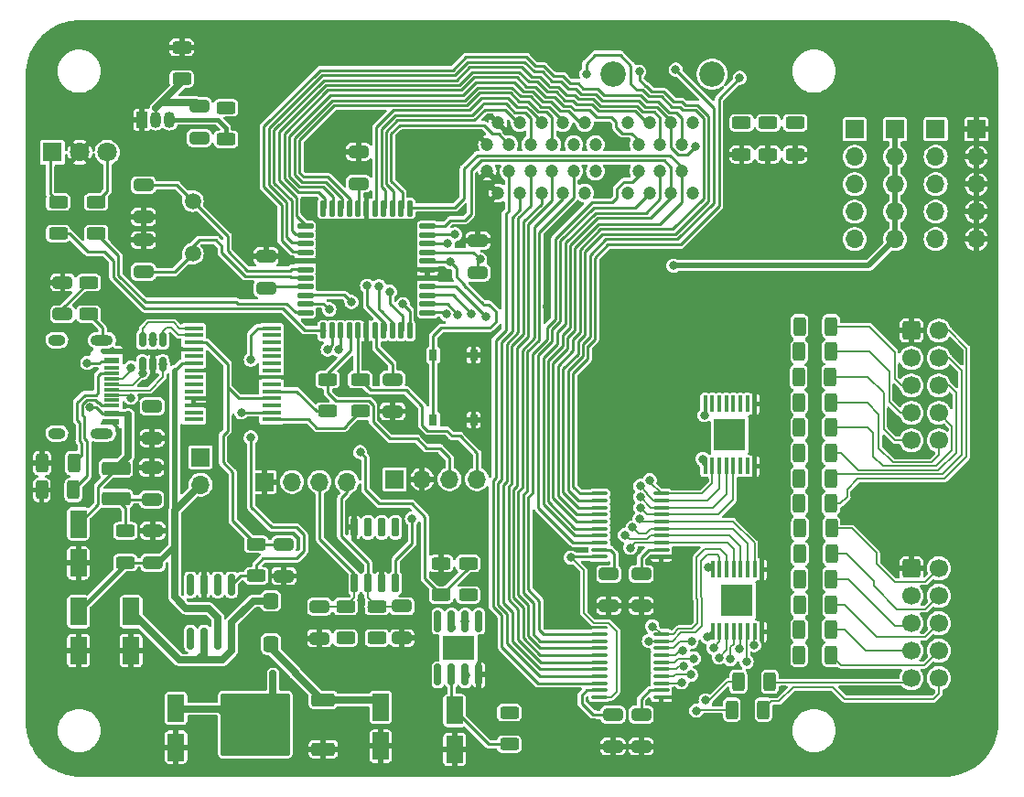
<source format=gbr>
%TF.GenerationSoftware,KiCad,Pcbnew,7.0.11-7.0.11~ubuntu22.04.1*%
%TF.CreationDate,2024-09-03T00:59:22+02:00*%
%TF.ProjectId,JTAGFinder,4a544147-4669-46e6-9465-722e6b696361,rev?*%
%TF.SameCoordinates,Original*%
%TF.FileFunction,Copper,L1,Top*%
%TF.FilePolarity,Positive*%
%FSLAX46Y46*%
G04 Gerber Fmt 4.6, Leading zero omitted, Abs format (unit mm)*
G04 Created by KiCad (PCBNEW 7.0.11-7.0.11~ubuntu22.04.1) date 2024-09-03 00:59:22*
%MOMM*%
%LPD*%
G01*
G04 APERTURE LIST*
G04 Aperture macros list*
%AMRoundRect*
0 Rectangle with rounded corners*
0 $1 Rounding radius*
0 $2 $3 $4 $5 $6 $7 $8 $9 X,Y pos of 4 corners*
0 Add a 4 corners polygon primitive as box body*
4,1,4,$2,$3,$4,$5,$6,$7,$8,$9,$2,$3,0*
0 Add four circle primitives for the rounded corners*
1,1,$1+$1,$2,$3*
1,1,$1+$1,$4,$5*
1,1,$1+$1,$6,$7*
1,1,$1+$1,$8,$9*
0 Add four rect primitives between the rounded corners*
20,1,$1+$1,$2,$3,$4,$5,0*
20,1,$1+$1,$4,$5,$6,$7,0*
20,1,$1+$1,$6,$7,$8,$9,0*
20,1,$1+$1,$8,$9,$2,$3,0*%
G04 Aperture macros list end*
%TA.AperFunction,ComponentPad*%
%ADD10R,1.700000X1.700000*%
%TD*%
%TA.AperFunction,ComponentPad*%
%ADD11O,1.700000X1.700000*%
%TD*%
%TA.AperFunction,SMDPad,CuDef*%
%ADD12R,0.750000X1.000000*%
%TD*%
%TA.AperFunction,SMDPad,CuDef*%
%ADD13RoundRect,0.250000X0.850000X0.350000X-0.850000X0.350000X-0.850000X-0.350000X0.850000X-0.350000X0*%
%TD*%
%TA.AperFunction,SMDPad,CuDef*%
%ADD14RoundRect,0.250000X1.275000X1.125000X-1.275000X1.125000X-1.275000X-1.125000X1.275000X-1.125000X0*%
%TD*%
%TA.AperFunction,SMDPad,CuDef*%
%ADD15RoundRect,0.249997X2.950003X2.650003X-2.950003X2.650003X-2.950003X-2.650003X2.950003X-2.650003X0*%
%TD*%
%TA.AperFunction,SMDPad,CuDef*%
%ADD16RoundRect,0.250000X-0.650000X0.325000X-0.650000X-0.325000X0.650000X-0.325000X0.650000X0.325000X0*%
%TD*%
%TA.AperFunction,SMDPad,CuDef*%
%ADD17RoundRect,0.250000X-0.550000X1.050000X-0.550000X-1.050000X0.550000X-1.050000X0.550000X1.050000X0*%
%TD*%
%TA.AperFunction,SMDPad,CuDef*%
%ADD18RoundRect,0.250000X0.650000X-0.325000X0.650000X0.325000X-0.650000X0.325000X-0.650000X-0.325000X0*%
%TD*%
%TA.AperFunction,SMDPad,CuDef*%
%ADD19R,1.750000X0.450000*%
%TD*%
%TA.AperFunction,SMDPad,CuDef*%
%ADD20RoundRect,0.137500X0.600000X0.137500X-0.600000X0.137500X-0.600000X-0.137500X0.600000X-0.137500X0*%
%TD*%
%TA.AperFunction,SMDPad,CuDef*%
%ADD21RoundRect,0.137500X0.137500X0.600000X-0.137500X0.600000X-0.137500X-0.600000X0.137500X-0.600000X0*%
%TD*%
%TA.AperFunction,SMDPad,CuDef*%
%ADD22RoundRect,0.250000X-0.312500X-0.625000X0.312500X-0.625000X0.312500X0.625000X-0.312500X0.625000X0*%
%TD*%
%TA.AperFunction,SMDPad,CuDef*%
%ADD23RoundRect,0.150000X-0.150000X0.725000X-0.150000X-0.725000X0.150000X-0.725000X0.150000X0.725000X0*%
%TD*%
%TA.AperFunction,SMDPad,CuDef*%
%ADD24RoundRect,0.250000X-0.625000X0.312500X-0.625000X-0.312500X0.625000X-0.312500X0.625000X0.312500X0*%
%TD*%
%TA.AperFunction,SMDPad,CuDef*%
%ADD25RoundRect,0.250000X0.625000X-0.312500X0.625000X0.312500X-0.625000X0.312500X-0.625000X-0.312500X0*%
%TD*%
%TA.AperFunction,SMDPad,CuDef*%
%ADD26RoundRect,0.150000X-0.150000X0.825000X-0.150000X-0.825000X0.150000X-0.825000X0.150000X0.825000X0*%
%TD*%
%TA.AperFunction,SMDPad,CuDef*%
%ADD27RoundRect,0.350000X-0.350000X0.400000X-0.350000X-0.400000X0.350000X-0.400000X0.350000X0.400000X0*%
%TD*%
%TA.AperFunction,ComponentPad*%
%ADD28RoundRect,0.250000X-0.600000X-0.600000X0.600000X-0.600000X0.600000X0.600000X-0.600000X0.600000X0*%
%TD*%
%TA.AperFunction,ComponentPad*%
%ADD29C,1.700000*%
%TD*%
%TA.AperFunction,SMDPad,CuDef*%
%ADD30RoundRect,0.100000X0.100000X-0.675000X0.100000X0.675000X-0.100000X0.675000X-0.100000X-0.675000X0*%
%TD*%
%TA.AperFunction,SMDPad,CuDef*%
%ADD31R,3.000000X3.000000*%
%TD*%
%TA.AperFunction,SMDPad,CuDef*%
%ADD32RoundRect,0.112500X0.187500X0.112500X-0.187500X0.112500X-0.187500X-0.112500X0.187500X-0.112500X0*%
%TD*%
%TA.AperFunction,SMDPad,CuDef*%
%ADD33RoundRect,0.150000X0.150000X-0.512500X0.150000X0.512500X-0.150000X0.512500X-0.150000X-0.512500X0*%
%TD*%
%TA.AperFunction,SMDPad,CuDef*%
%ADD34RoundRect,0.150000X0.150000X-0.825000X0.150000X0.825000X-0.150000X0.825000X-0.150000X-0.825000X0*%
%TD*%
%TA.AperFunction,SMDPad,CuDef*%
%ADD35R,3.000000X2.290000*%
%TD*%
%TA.AperFunction,ComponentPad*%
%ADD36R,1.800000X1.800000*%
%TD*%
%TA.AperFunction,ComponentPad*%
%ADD37C,1.800000*%
%TD*%
%TA.AperFunction,SMDPad,CuDef*%
%ADD38RoundRect,0.250000X-1.075000X0.375000X-1.075000X-0.375000X1.075000X-0.375000X1.075000X0.375000X0*%
%TD*%
%TA.AperFunction,ComponentPad*%
%ADD39R,1.050000X1.500000*%
%TD*%
%TA.AperFunction,ComponentPad*%
%ADD40O,1.050000X1.500000*%
%TD*%
%TA.AperFunction,ComponentPad*%
%ADD41C,1.500000*%
%TD*%
%TA.AperFunction,ComponentPad*%
%ADD42C,2.350000*%
%TD*%
%TA.AperFunction,ComponentPad*%
%ADD43C,1.200000*%
%TD*%
%TA.AperFunction,SMDPad,CuDef*%
%ADD44RoundRect,0.100000X0.637500X0.100000X-0.637500X0.100000X-0.637500X-0.100000X0.637500X-0.100000X0*%
%TD*%
%TA.AperFunction,SMDPad,CuDef*%
%ADD45R,1.450000X0.600000*%
%TD*%
%TA.AperFunction,SMDPad,CuDef*%
%ADD46R,1.450000X0.300000*%
%TD*%
%TA.AperFunction,ComponentPad*%
%ADD47O,2.100000X1.000000*%
%TD*%
%TA.AperFunction,ComponentPad*%
%ADD48O,1.600000X1.000000*%
%TD*%
%TA.AperFunction,ViaPad*%
%ADD49C,0.700000*%
%TD*%
%TA.AperFunction,ViaPad*%
%ADD50C,0.800000*%
%TD*%
%TA.AperFunction,ViaPad*%
%ADD51C,1.000000*%
%TD*%
%TA.AperFunction,Conductor*%
%ADD52C,0.635000*%
%TD*%
%TA.AperFunction,Conductor*%
%ADD53C,0.254000*%
%TD*%
%TA.AperFunction,Conductor*%
%ADD54C,0.127000*%
%TD*%
%TA.AperFunction,Conductor*%
%ADD55C,0.250000*%
%TD*%
%TA.AperFunction,Conductor*%
%ADD56C,0.500000*%
%TD*%
%TA.AperFunction,Conductor*%
%ADD57C,0.381000*%
%TD*%
%TA.AperFunction,Conductor*%
%ADD58C,0.200000*%
%TD*%
G04 APERTURE END LIST*
D10*
%TO.P,J11,1,Pin_1*%
%TO.N,+5V*%
X120250000Y-98710000D03*
D11*
%TO.P,J11,2,Pin_2*%
%TO.N,VCC*%
X120250000Y-101250000D03*
%TD*%
D12*
%TO.P,SW1,1,1*%
%TO.N,/uController/ ~RES*%
X141750000Y-95250000D03*
X141750000Y-89250000D03*
%TO.P,SW1,2,2*%
%TO.N,GND*%
X145500000Y-95250000D03*
X145500000Y-89250000D03*
%TD*%
D13*
%TO.P,U1,1,GND*%
%TO.N,GND*%
X131590000Y-125730000D03*
D14*
%TO.P,U1,2,VO*%
%TO.N,+3.3V*%
X126965000Y-124975000D03*
X126965000Y-121925000D03*
D15*
X125290000Y-123450000D03*
D14*
X123615000Y-124975000D03*
X123615000Y-121925000D03*
D13*
%TO.P,U1,3,VI*%
%TO.N,+5V*%
X131590000Y-121170000D03*
%TD*%
D16*
%TO.P,C24,1*%
%TO.N,Vdrive*%
X161000000Y-109525000D03*
%TO.P,C24,2*%
%TO.N,GND*%
X161000000Y-112475000D03*
%TD*%
D10*
%TO.P,J5,1,Pin_1*%
%TO.N,+3.3V*%
X138200000Y-100750000D03*
D11*
%TO.P,J5,2,Pin_2*%
%TO.N,GND*%
X140740000Y-100750000D03*
%TO.P,J5,3,Pin_3*%
%TO.N,TXD*%
X143280000Y-100750000D03*
%TO.P,J5,4,Pin_4*%
%TO.N,RXD*%
X145820000Y-100750000D03*
%TD*%
D17*
%TO.P,C16,1*%
%TO.N,Net-(U7--)*%
X143750000Y-122150000D03*
%TO.P,C16,2*%
%TO.N,GND*%
X143750000Y-125750000D03*
%TD*%
D18*
%TO.P,C15,1*%
%TO.N,GND*%
X115750000Y-96950000D03*
%TO.P,C15,2*%
%TO.N,VDD*%
X115750000Y-94000000D03*
%TD*%
D16*
%TO.P,C4,1*%
%TO.N,SCL*%
X131250000Y-112525000D03*
%TO.P,C4,2*%
%TO.N,GND*%
X131250000Y-115475000D03*
%TD*%
D18*
%TO.P,C2,1*%
%TO.N,+3.3V*%
X126300000Y-83075000D03*
%TO.P,C2,2*%
%TO.N,GND*%
X126300000Y-80125000D03*
%TD*%
D16*
%TO.P,C26,1*%
%TO.N,+3.3V*%
X138000000Y-91525000D03*
%TO.P,C26,2*%
%TO.N,GND*%
X138000000Y-94475000D03*
%TD*%
D17*
%TO.P,C6,1*%
%TO.N,VCC*%
X108944000Y-113008000D03*
%TO.P,C6,2*%
%TO.N,GND*%
X108944000Y-116608000D03*
%TD*%
D10*
%TO.P,J7,1,Pin_1*%
%TO.N,GND*%
X192000000Y-68380000D03*
D11*
%TO.P,J7,2,Pin_2*%
X192000000Y-70920000D03*
%TO.P,J7,3,Pin_3*%
X192000000Y-73460000D03*
%TO.P,J7,4,Pin_4*%
X192000000Y-76000000D03*
%TO.P,J7,5,Pin_5*%
X192000000Y-78540000D03*
%TD*%
D18*
%TO.P,C8,1*%
%TO.N,VDD*%
X115722400Y-102619600D03*
%TO.P,C8,2*%
%TO.N,GND*%
X115722400Y-99669600D03*
%TD*%
D19*
%TO.P,U4,1,TXD*%
%TO.N,/USB_input_interface/FT232_TXD*%
X126800000Y-95225000D03*
%TO.P,U4,2,DTR*%
%TO.N,~DTR*%
X126800000Y-94575000D03*
%TO.P,U4,3,RTS*%
%TO.N,unconnected-(U4-RTS-Pad3)*%
X126800000Y-93925000D03*
%TO.P,U4,4,VCCIO*%
%TO.N,/USB_input_interface/VCC_IO*%
X126800000Y-93275000D03*
%TO.P,U4,5,RXD*%
%TO.N,/USB_input_interface/FT232_RXD*%
X126800000Y-92625000D03*
%TO.P,U4,6,RI*%
%TO.N,unconnected-(U4-RI-Pad6)*%
X126800000Y-91975000D03*
%TO.P,U4,7,GND*%
%TO.N,GND*%
X126800000Y-91325000D03*
%TO.P,U4,8*%
%TO.N,N/C*%
X126800000Y-90675000D03*
%TO.P,U4,9,DCR*%
%TO.N,unconnected-(U4-DCR-Pad9)*%
X126800000Y-90025000D03*
%TO.P,U4,10,DCD*%
%TO.N,unconnected-(U4-DCD-Pad10)*%
X126800000Y-89375000D03*
%TO.P,U4,11,CTS*%
%TO.N,unconnected-(U4-CTS-Pad11)*%
X126800000Y-88725000D03*
%TO.P,U4,12,CBUS4*%
%TO.N,unconnected-(U4-CBUS4-Pad12)*%
X126800000Y-88075000D03*
%TO.P,U4,13,CBUS2*%
%TO.N,unconnected-(U4-CBUS2-Pad13)*%
X126800000Y-87425000D03*
%TO.P,U4,14,CBUS3*%
%TO.N,~EN_MIC2025*%
X126800000Y-86775000D03*
%TO.P,U4,15,USBD+*%
%TO.N,/USB_input_interface/USBDP*%
X119600000Y-86775000D03*
%TO.P,U4,16,USBD-*%
%TO.N,/USB_input_interface/USBDN*%
X119600000Y-87425000D03*
%TO.P,U4,17,3V3OUT*%
%TO.N,/USB_input_interface/VCC_IO*%
X119600000Y-88075000D03*
%TO.P,U4,18,GND*%
%TO.N,GND*%
X119600000Y-88725000D03*
%TO.P,U4,19,~{RESET}*%
%TO.N,unconnected-(U4-~{RESET}-Pad19)*%
X119600000Y-89375000D03*
%TO.P,U4,20,VCC*%
%TO.N,VCC*%
X119600000Y-90025000D03*
%TO.P,U4,21,GND*%
%TO.N,GND*%
X119600000Y-90675000D03*
%TO.P,U4,22,CBUS1*%
%TO.N,unconnected-(U4-CBUS1-Pad22)*%
X119600000Y-91325000D03*
%TO.P,U4,23,CBUS0*%
%TO.N,unconnected-(U4-CBUS0-Pad23)*%
X119600000Y-91975000D03*
%TO.P,U4,24*%
%TO.N,N/C*%
X119600000Y-92625000D03*
%TO.P,U4,25,AGND*%
%TO.N,GND*%
X119600000Y-93275000D03*
%TO.P,U4,26,TEST*%
X119600000Y-93925000D03*
%TO.P,U4,27,OSCI*%
%TO.N,unconnected-(U4-OSCI-Pad27)*%
X119600000Y-94575000D03*
%TO.P,U4,28,OSCO*%
%TO.N,unconnected-(U4-OSCO-Pad28)*%
X119600000Y-95225000D03*
%TD*%
D16*
%TO.P,C5,1*%
%TO.N,SDA*%
X138870000Y-112505000D03*
%TO.P,C5,2*%
%TO.N,GND*%
X138870000Y-115455000D03*
%TD*%
D18*
%TO.P,C3,1*%
%TO.N,+3.3V*%
X145900000Y-81625000D03*
%TO.P,C3,2*%
%TO.N,GND*%
X145900000Y-78675000D03*
%TD*%
D20*
%TO.P,U13,1,P4*%
%TO.N,P4*%
X141250000Y-85350000D03*
%TO.P,U13,2,P5*%
%TO.N,P5*%
X141250000Y-84550000D03*
%TO.P,U13,3,P6*%
%TO.N,P6*%
X141250000Y-83750000D03*
%TO.P,U13,4,P7*%
%TO.N,P7*%
X141250000Y-82950000D03*
%TO.P,U13,5,VSS*%
%TO.N,GND*%
X141250000Y-82150000D03*
%TO.P,U13,6,~{BOE}*%
X141250000Y-81350000D03*
%TO.P,U13,7,~{RES}*%
%TO.N,/uController/ ~RES*%
X141250000Y-80550000D03*
%TO.P,U13,8,VDD*%
%TO.N,+3.3V*%
X141250000Y-79750000D03*
%TO.P,U13,9,P8*%
%TO.N,P8*%
X141250000Y-78950000D03*
%TO.P,U13,10,P9*%
%TO.N,P9*%
X141250000Y-78150000D03*
%TO.P,U13,11,P10*%
%TO.N,P10*%
X141250000Y-77350000D03*
D21*
%TO.P,U13,12,P11*%
%TO.N,P11*%
X139587500Y-75687500D03*
%TO.P,U13,13,P12*%
%TO.N,P12*%
X138787500Y-75687500D03*
%TO.P,U13,14,P13*%
%TO.N,P13*%
X137987500Y-75687500D03*
%TO.P,U13,15,P14*%
%TO.N,P14*%
X137187500Y-75687500D03*
%TO.P,U13,16,P15*%
%TO.N,P15*%
X136387500Y-75687500D03*
%TO.P,U13,17,VSS*%
%TO.N,GND*%
X135587500Y-75687500D03*
%TO.P,U13,18,VDD*%
%TO.N,+3.3V*%
X134787500Y-75687500D03*
%TO.P,U13,19,P16*%
%TO.N,P16*%
X133987500Y-75687500D03*
%TO.P,U13,20,P17*%
%TO.N,P17*%
X133187500Y-75687500D03*
%TO.P,U13,21,P18*%
%TO.N,P18*%
X132387500Y-75687500D03*
%TO.P,U13,22,P19*%
%TO.N,P19*%
X131587500Y-75687500D03*
D20*
%TO.P,U13,23,P20*%
%TO.N,P20*%
X129925000Y-77350000D03*
%TO.P,U13,24,P21*%
%TO.N,P21*%
X129925000Y-78150000D03*
%TO.P,U13,25,P22*%
%TO.N,P22*%
X129925000Y-78950000D03*
%TO.P,U13,26,P23*%
%TO.N,P23*%
X129925000Y-79750000D03*
%TO.P,U13,27,VSS*%
%TO.N,GND*%
X129925000Y-80550000D03*
%TO.P,U13,28,XI*%
%TO.N,/uController/XI*%
X129925000Y-81350000D03*
%TO.P,U13,29,XO*%
%TO.N,/uController/XO*%
X129925000Y-82150000D03*
%TO.P,U13,30,VDD*%
%TO.N,+3.3V*%
X129925000Y-82950000D03*
%TO.P,U13,31,P24*%
%TO.N,TXSOE*%
X129925000Y-83750000D03*
%TO.P,U13,32,P25*%
%TO.N,DACOUT*%
X129925000Y-84550000D03*
%TO.P,U13,33,P26*%
%TO.N,LEDG*%
X129925000Y-85350000D03*
D21*
%TO.P,U13,34,P27*%
%TO.N,LEDR*%
X131587500Y-87012500D03*
%TO.P,U13,35,P28*%
%TO.N,SCL*%
X132387500Y-87012500D03*
%TO.P,U13,36,P29*%
%TO.N,SDA*%
X133187500Y-87012500D03*
%TO.P,U13,37,P30*%
%TO.N,TXD*%
X133987500Y-87012500D03*
%TO.P,U13,38,P31*%
%TO.N,RXD*%
X134787500Y-87012500D03*
%TO.P,U13,39,VSS*%
%TO.N,GND*%
X135587500Y-87012500D03*
%TO.P,U13,40,VDD*%
%TO.N,+3.3V*%
X136387500Y-87012500D03*
%TO.P,U13,41,P0*%
%TO.N,P0*%
X137187500Y-87012500D03*
%TO.P,U13,42,P1*%
%TO.N,P1*%
X137987500Y-87012500D03*
%TO.P,U13,43,P2*%
%TO.N,P2*%
X138787500Y-87012500D03*
%TO.P,U13,44,P3*%
%TO.N,P3*%
X139587500Y-87012500D03*
%TD*%
D22*
%TO.P,R39,1*%
%TO.N,GND*%
X105575000Y-99250000D03*
%TO.P,R39,2*%
%TO.N,/USB_input_interface/cc1*%
X108500000Y-99250000D03*
%TD*%
D23*
%TO.P,U2,1,A0*%
%TO.N,unconnected-(U2-A0-Pad1)*%
X138270000Y-105200000D03*
%TO.P,U2,2,A1*%
%TO.N,unconnected-(U2-A1-Pad2)*%
X137000000Y-105200000D03*
%TO.P,U2,3,A2*%
%TO.N,unconnected-(U2-A2-Pad3)*%
X135730000Y-105200000D03*
%TO.P,U2,4,GND*%
%TO.N,GND*%
X134460000Y-105200000D03*
%TO.P,U2,5,SDA*%
%TO.N,SCL*%
X134460000Y-110350000D03*
%TO.P,U2,6,SCL*%
%TO.N,SDA*%
X135730000Y-110350000D03*
%TO.P,U2,7,WP*%
%TO.N,GND*%
X137000000Y-110350000D03*
%TO.P,U2,8,VCC*%
%TO.N,+3.3V*%
X138270000Y-110350000D03*
%TD*%
D24*
%TO.P,R33,1*%
%TO.N,P18*%
X170301548Y-67787500D03*
%TO.P,R33,2*%
%TO.N,GND*%
X170301548Y-70712500D03*
%TD*%
D17*
%TO.P,C11,1*%
%TO.N,Net-(C11-Pad1)*%
X113800000Y-113000000D03*
%TO.P,C11,2*%
%TO.N,GND*%
X113800000Y-116600000D03*
%TD*%
D22*
%TO.P,R15,1*%
%TO.N,CH00*%
X175687800Y-105308400D03*
%TO.P,R15,2*%
%TO.N,/Protected Output/C00*%
X178612800Y-105308400D03*
%TD*%
D24*
%TO.P,R11,1*%
%TO.N,GND*%
X142500000Y-108537500D03*
%TO.P,R11,2*%
%TO.N,DACOUT*%
X142500000Y-111462500D03*
%TD*%
D25*
%TO.P,R3,1*%
%TO.N,+3.3V*%
X133663000Y-115442500D03*
%TO.P,R3,2*%
%TO.N,SCL*%
X133663000Y-112517500D03*
%TD*%
%TO.P,R4,1*%
%TO.N,+3.3V*%
X136554000Y-115442500D03*
%TO.P,R4,2*%
%TO.N,SDA*%
X136554000Y-112517500D03*
%TD*%
%TO.P,R14,1*%
%TO.N,/USB_input_interface/shield*%
X109880400Y-85475000D03*
%TO.P,R14,2*%
%TO.N,Net-(C19-Pad1)*%
X109880400Y-82550000D03*
%TD*%
D22*
%TO.P,R20,1*%
%TO.N,CH05*%
X175626300Y-117017800D03*
%TO.P,R20,2*%
%TO.N,/Protected Output/C05*%
X178551300Y-117017800D03*
%TD*%
D18*
%TO.P,C7,1*%
%TO.N,VCC*%
X115824000Y-108470500D03*
%TO.P,C7,2*%
%TO.N,GND*%
X115824000Y-105520500D03*
%TD*%
D25*
%TO.P,R8,1*%
%TO.N,/USB_input_interface/FT232_RXD*%
X132000000Y-94462500D03*
%TO.P,R8,2*%
%TO.N,TXD*%
X132000000Y-91537500D03*
%TD*%
D24*
%TO.P,L1,1,1*%
%TO.N,VDD*%
X113284000Y-105533000D03*
%TO.P,L1,2,2*%
%TO.N,VCC*%
X113284000Y-108458000D03*
%TD*%
D25*
%TO.P,R7,1*%
%TO.N,/USB_input_interface/FT232_TXD*%
X135000000Y-94462500D03*
%TO.P,R7,2*%
%TO.N,RXD*%
X135000000Y-91537500D03*
%TD*%
D26*
%TO.P,U3,1,EN*%
%TO.N,~EN_MIC2025*%
X123105000Y-110525000D03*
%TO.P,U3,2,FLG*%
%TO.N,unconnected-(U3-FLG-Pad2)*%
X121835000Y-110525000D03*
%TO.P,U3,3,GND*%
%TO.N,GND*%
X120565000Y-110525000D03*
%TO.P,U3,4,NC*%
%TO.N,unconnected-(U3-NC-Pad4)*%
X119295000Y-110525000D03*
%TO.P,U3,5,NC*%
%TO.N,unconnected-(U3-NC-Pad5)*%
X119295000Y-115475000D03*
%TO.P,U3,6,OUT*%
%TO.N,Net-(C11-Pad1)*%
X120565000Y-115475000D03*
%TO.P,U3,7,IN*%
%TO.N,VCC*%
X121835000Y-115475000D03*
%TO.P,U3,8,OUT*%
%TO.N,Net-(C11-Pad1)*%
X123105000Y-115475000D03*
%TD*%
D22*
%TO.P,R18,1*%
%TO.N,CH03*%
X175651700Y-112344200D03*
%TO.P,R18,2*%
%TO.N,/Protected Output/C03*%
X178576700Y-112344200D03*
%TD*%
D10*
%TO.P,J8,1,Pin_1*%
%TO.N,P19*%
X180750000Y-68380000D03*
D11*
%TO.P,J8,2,Pin_2*%
%TO.N,P20*%
X180750000Y-70920000D03*
%TO.P,J8,3,Pin_3*%
%TO.N,P21*%
X180750000Y-73460000D03*
%TO.P,J8,4,Pin_4*%
%TO.N,P22*%
X180750000Y-76000000D03*
%TO.P,J8,5,Pin_5*%
%TO.N,P23*%
X180750000Y-78540000D03*
%TD*%
D27*
%TO.P,L2,1,1*%
%TO.N,Net-(C11-Pad1)*%
X126750000Y-112000000D03*
%TO.P,L2,2,2*%
%TO.N,+5V*%
X126750000Y-116000000D03*
%TD*%
D28*
%TO.P,J1,1,Pin_1*%
%TO.N,GND*%
X186000000Y-109000000D03*
D29*
%TO.P,J1,2,Pin_2*%
%TO.N,/Protected Output/C00*%
X188540000Y-109000000D03*
%TO.P,J1,3,Pin_3*%
%TO.N,Vdrive*%
X186000000Y-111540000D03*
%TO.P,J1,4,Pin_4*%
%TO.N,/Protected Output/C01*%
X188540000Y-111540000D03*
%TO.P,J1,5,Pin_5*%
%TO.N,/Protected Output/C02*%
X186000000Y-114080000D03*
%TO.P,J1,6,Pin_6*%
%TO.N,/Protected Output/C03*%
X188540000Y-114080000D03*
%TO.P,J1,7,Pin_7*%
%TO.N,/Protected Output/C04*%
X186000000Y-116620000D03*
%TO.P,J1,8,Pin_8*%
%TO.N,/Protected Output/C05*%
X188540000Y-116620000D03*
%TO.P,J1,9,Pin_9*%
%TO.N,/Protected Output/C06*%
X186000000Y-119160000D03*
%TO.P,J1,10,Pin_10*%
%TO.N,/Protected Output/C07*%
X188540000Y-119160000D03*
%TD*%
D16*
%TO.P,C23,1*%
%TO.N,Vdrive*%
X161000000Y-122525000D03*
%TO.P,C23,2*%
%TO.N,GND*%
X161000000Y-125475000D03*
%TD*%
D30*
%TO.P,U11,1,VCC*%
%TO.N,Vdrive*%
X167600000Y-114850000D03*
%TO.P,U11,2,D01*%
%TO.N,CH05*%
X168250000Y-114850000D03*
%TO.P,U11,3,D02*%
%TO.N,CH04*%
X168900000Y-114850000D03*
%TO.P,U11,4,D03*%
%TO.N,CH03*%
X169550000Y-114850000D03*
%TO.P,U11,5,D04*%
%TO.N,CH02*%
X170200000Y-114850000D03*
%TO.P,U11,6,D05*%
%TO.N,CH01*%
X170850000Y-114850000D03*
%TO.P,U11,7,D06*%
%TO.N,CH00*%
X171500000Y-114850000D03*
%TO.P,U11,8,GND*%
%TO.N,GND*%
X172150000Y-114850000D03*
%TO.P,U11,9,GND*%
X172150000Y-109100000D03*
%TO.P,U11,10,D07*%
%TO.N,CH11*%
X171500000Y-109100000D03*
%TO.P,U11,11,D08*%
%TO.N,CH10*%
X170850000Y-109100000D03*
%TO.P,U11,12,D09*%
%TO.N,CH09*%
X170200000Y-109100000D03*
%TO.P,U11,13,D10*%
%TO.N,CH08*%
X169550000Y-109100000D03*
%TO.P,U11,14,D11*%
%TO.N,CH07*%
X168900000Y-109100000D03*
%TO.P,U11,15,D12*%
%TO.N,CH06*%
X168250000Y-109100000D03*
%TO.P,U11,16,VCC*%
%TO.N,Vdrive*%
X167600000Y-109100000D03*
D31*
%TO.P,U11,17*%
%TO.N,N/C*%
X169875000Y-111975000D03*
%TD*%
D10*
%TO.P,J10,1,Pin_1*%
%TO.N,Vdrive*%
X188250000Y-68380000D03*
D11*
%TO.P,J10,2,Pin_2*%
X188250000Y-70920000D03*
%TO.P,J10,3,Pin_3*%
X188250000Y-73460000D03*
%TO.P,J10,4,Pin_4*%
X188250000Y-76000000D03*
%TO.P,J10,5,Pin_5*%
X188250000Y-78540000D03*
%TD*%
D22*
%TO.P,R30,1*%
%TO.N,CH15*%
X175637000Y-93635284D03*
%TO.P,R30,2*%
%TO.N,/Protected Output/C15*%
X178562000Y-93635284D03*
%TD*%
D32*
%TO.P,D1,1,K*%
%TO.N,+5V*%
X129050000Y-118750000D03*
%TO.P,D1,2,A*%
%TO.N,+3.3V*%
X126950000Y-118750000D03*
%TD*%
D22*
%TO.P,R28,1*%
%TO.N,CH13*%
X175637000Y-95975712D03*
%TO.P,R28,2*%
%TO.N,/Protected Output/C13*%
X178562000Y-95975712D03*
%TD*%
D16*
%TO.P,C9,1*%
%TO.N,/USB_input_interface/VCC_IO*%
X127940000Y-106762500D03*
%TO.P,C9,2*%
%TO.N,GND*%
X127940000Y-109712500D03*
%TD*%
D28*
%TO.P,J2,1,Pin_1*%
%TO.N,GND*%
X186000000Y-87000000D03*
D29*
%TO.P,J2,2,Pin_2*%
%TO.N,/Protected Output/C08*%
X188540000Y-87000000D03*
%TO.P,J2,3,Pin_3*%
%TO.N,Vdrive*%
X186000000Y-89540000D03*
%TO.P,J2,4,Pin_4*%
%TO.N,/Protected Output/C09*%
X188540000Y-89540000D03*
%TO.P,J2,5,Pin_5*%
%TO.N,/Protected Output/C10*%
X186000000Y-92080000D03*
%TO.P,J2,6,Pin_6*%
%TO.N,/Protected Output/C11*%
X188540000Y-92080000D03*
%TO.P,J2,7,Pin_7*%
%TO.N,/Protected Output/C12*%
X186000000Y-94620000D03*
%TO.P,J2,8,Pin_8*%
%TO.N,/Protected Output/C13*%
X188540000Y-94620000D03*
%TO.P,J2,9,Pin_9*%
%TO.N,/Protected Output/C14*%
X186000000Y-97160000D03*
%TO.P,J2,10,Pin_10*%
%TO.N,/Protected Output/C15*%
X188540000Y-97160000D03*
%TD*%
D22*
%TO.P,R19,1*%
%TO.N,CH04*%
X175637000Y-114681000D03*
%TO.P,R19,2*%
%TO.N,/Protected Output/C04*%
X178562000Y-114681000D03*
%TD*%
D33*
%TO.P,U6,1,I/O1*%
%TO.N,/USB_input_interface/USBP*%
X114850000Y-90137500D03*
%TO.P,U6,2,GND*%
%TO.N,GND*%
X115800000Y-90137500D03*
%TO.P,U6,3,I/O2*%
%TO.N,/USB_input_interface/USBN*%
X116750000Y-90137500D03*
%TO.P,U6,4,I/O2*%
%TO.N,/USB_input_interface/USBDN*%
X116750000Y-87862500D03*
%TO.P,U6,5,VBUS*%
%TO.N,VDD*%
X115800000Y-87862500D03*
%TO.P,U6,6,I/O1*%
%TO.N,/USB_input_interface/USBDP*%
X114850000Y-87862500D03*
%TD*%
D22*
%TO.P,R24,1*%
%TO.N,CH09*%
X175637000Y-100656568D03*
%TO.P,R24,2*%
%TO.N,/Protected Output/C09*%
X178562000Y-100656568D03*
%TD*%
%TO.P,R29,1*%
%TO.N,CH14*%
X175575500Y-91294856D03*
%TO.P,R29,2*%
%TO.N,/Protected Output/C14*%
X178500500Y-91294856D03*
%TD*%
D10*
%TO.P,J9,1,Pin_1*%
%TO.N,+3.3V*%
X184500000Y-68380000D03*
D11*
%TO.P,J9,2,Pin_2*%
X184500000Y-70920000D03*
%TO.P,J9,3,Pin_3*%
X184500000Y-73460000D03*
%TO.P,J9,4,Pin_4*%
X184500000Y-76000000D03*
%TO.P,J9,5,Pin_5*%
X184500000Y-78540000D03*
%TD*%
D22*
%TO.P,R22,1*%
%TO.N,CH07*%
X169400000Y-122075000D03*
%TO.P,R22,2*%
%TO.N,/Protected Output/C07*%
X172325000Y-122075000D03*
%TD*%
%TO.P,R23,1*%
%TO.N,CH08*%
X175637000Y-102997000D03*
%TO.P,R23,2*%
%TO.N,/Protected Output/C08*%
X178562000Y-102997000D03*
%TD*%
D34*
%TO.P,U7,1,NULL*%
%TO.N,unconnected-(U7-NULL-Pad1)*%
X142190000Y-118850000D03*
%TO.P,U7,2,-*%
%TO.N,Net-(U7--)*%
X143460000Y-118850000D03*
%TO.P,U7,3,+*%
%TO.N,Vdrive*%
X144730000Y-118850000D03*
%TO.P,U7,4,V-*%
%TO.N,GND*%
X146000000Y-118850000D03*
%TO.P,U7,5,NULL*%
%TO.N,unconnected-(U7-NULL-Pad5)*%
X146000000Y-113900000D03*
%TO.P,U7,6*%
%TO.N,Vdrive*%
X144730000Y-113900000D03*
%TO.P,U7,7,V+*%
%TO.N,+5V*%
X143460000Y-113900000D03*
%TO.P,U7,8,NC*%
%TO.N,unconnected-(U7-NC-Pad8)*%
X142190000Y-113900000D03*
D35*
%TO.P,U7,9*%
%TO.N,N/C*%
X144095000Y-116375000D03*
%TD*%
D22*
%TO.P,R40,1*%
%TO.N,GND*%
X105537500Y-101750000D03*
%TO.P,R40,2*%
%TO.N,/USB_input_interface/cc2*%
X108462500Y-101750000D03*
%TD*%
%TO.P,R26,1*%
%TO.N,CH11*%
X175637000Y-98316140D03*
%TO.P,R26,2*%
%TO.N,/Protected Output/C11*%
X178562000Y-98316140D03*
%TD*%
%TO.P,R27,1*%
%TO.N,CH12*%
X175637000Y-88954428D03*
%TO.P,R27,2*%
%TO.N,/Protected Output/C12*%
X178562000Y-88954428D03*
%TD*%
D17*
%TO.P,C14,1*%
%TO.N,+3.3V*%
X117960000Y-121950000D03*
%TO.P,C14,2*%
%TO.N,GND*%
X117960000Y-125550000D03*
%TD*%
D24*
%TO.P,R5,1*%
%TO.N,/USB_input_interface/VCC_IO*%
X125400000Y-106775000D03*
%TO.P,R5,2*%
%TO.N,~EN_MIC2025*%
X125400000Y-109700000D03*
%TD*%
D25*
%TO.P,R12,1*%
%TO.N,LEDR*%
X107064599Y-78033900D03*
%TO.P,R12,2*%
%TO.N,Net-(D2-A1)*%
X107064599Y-75108900D03*
%TD*%
D10*
%TO.P,J3,1,Pin_1*%
%TO.N,GND*%
X126170000Y-101000000D03*
D11*
%TO.P,J3,2,Pin_2*%
%TO.N,+3.3V*%
X128710000Y-101000000D03*
%TO.P,J3,3,Pin_3*%
%TO.N,SCL*%
X131250000Y-101000000D03*
%TO.P,J3,4,Pin_4*%
%TO.N,SDA*%
X133790000Y-101000000D03*
%TD*%
D22*
%TO.P,R25,1*%
%TO.N,CH10*%
X175641000Y-86614000D03*
%TO.P,R25,2*%
%TO.N,/Protected Output/C10*%
X178566000Y-86614000D03*
%TD*%
D18*
%TO.P,C1,1*%
%TO.N,~DTR*%
X120125001Y-69175000D03*
%TO.P,C1,2*%
%TO.N,Net-(Q1-B)*%
X120125001Y-66225000D03*
%TD*%
%TO.P,C19,1*%
%TO.N,Net-(C19-Pad1)*%
X107480398Y-85487500D03*
%TO.P,C19,2*%
%TO.N,GND*%
X107480398Y-82537500D03*
%TD*%
D16*
%TO.P,C21,1*%
%TO.N,+3.3V*%
X158000000Y-109525000D03*
%TO.P,C21,2*%
%TO.N,GND*%
X158000000Y-112475000D03*
%TD*%
%TO.P,C18,1*%
%TO.N,/uController/XI*%
X114950000Y-73545001D03*
%TO.P,C18,2*%
%TO.N,GND*%
X114950000Y-76495001D03*
%TD*%
D36*
%TO.P,D2,1,A1*%
%TO.N,Net-(D2-A1)*%
X106527600Y-70510400D03*
D37*
%TO.P,D2,2,K*%
%TO.N,GND*%
X109067600Y-70510400D03*
%TO.P,D2,3,A2*%
%TO.N,Net-(D2-A2)*%
X111607600Y-70510400D03*
%TD*%
D24*
%TO.P,R1,1*%
%TO.N,+3.3V*%
X122600000Y-66375000D03*
%TO.P,R1,2*%
%TO.N,/uController/ ~RES*%
X122600000Y-69300000D03*
%TD*%
%TO.P,R31,1*%
%TO.N,P16*%
X172750000Y-67787500D03*
%TO.P,R31,2*%
%TO.N,GND*%
X172750000Y-70712500D03*
%TD*%
D18*
%TO.P,C17,1*%
%TO.N,/uController/XO*%
X114950000Y-81575000D03*
%TO.P,C17,2*%
%TO.N,GND*%
X114950000Y-78625000D03*
%TD*%
%TO.P,C27,1*%
%TO.N,+3.3V*%
X134850000Y-73399999D03*
%TO.P,C27,2*%
%TO.N,GND*%
X134850000Y-70449999D03*
%TD*%
D22*
%TO.P,R16,1*%
%TO.N,CH01*%
X175677100Y-107645200D03*
%TO.P,R16,2*%
%TO.N,/Protected Output/C01*%
X178602100Y-107645200D03*
%TD*%
D38*
%TO.P,F1,1*%
%TO.N,VBUS*%
X112420400Y-99744600D03*
%TO.P,F1,2*%
%TO.N,VDD*%
X112420400Y-102544600D03*
%TD*%
D17*
%TO.P,C12,1*%
%TO.N,+5V*%
X136900000Y-121850000D03*
%TO.P,C12,2*%
%TO.N,GND*%
X136900000Y-125450000D03*
%TD*%
D39*
%TO.P,Q1,1,E*%
%TO.N,GND*%
X114834998Y-67475000D03*
D40*
%TO.P,Q1,2,B*%
%TO.N,Net-(Q1-B)*%
X116104998Y-67475000D03*
%TO.P,Q1,3,C*%
%TO.N,/uController/ ~RES*%
X117374998Y-67475000D03*
%TD*%
D22*
%TO.P,R21,1*%
%TO.N,CH06*%
X170000000Y-119500000D03*
%TO.P,R21,2*%
%TO.N,/Protected Output/C06*%
X172925000Y-119500000D03*
%TD*%
D16*
%TO.P,C20,1*%
%TO.N,+3.3V*%
X158400000Y-122525000D03*
%TO.P,C20,2*%
%TO.N,GND*%
X158400000Y-125475000D03*
%TD*%
D41*
%TO.P,Y1,1,1*%
%TO.N,/uController/XO*%
X119522000Y-79895000D03*
%TO.P,Y1,2,2*%
%TO.N,/uController/XI*%
X119522000Y-75015000D03*
%TD*%
D42*
%TO.P,J6,*%
%TO.N,*%
X167565000Y-63275000D03*
X158415000Y-63275000D03*
D43*
%TO.P,J6,A1*%
%TO.N,GND*%
X146765000Y-69775000D03*
%TO.P,J6,A2*%
X147765000Y-67775000D03*
%TO.P,J6,A3*%
%TO.N,P12*%
X148765000Y-69775000D03*
%TO.P,J6,A4*%
%TO.N,P13*%
X149765000Y-67775000D03*
%TO.P,J6,A5*%
%TO.N,P14*%
X150765000Y-69775000D03*
%TO.P,J6,A6*%
%TO.N,P15*%
X151765000Y-67775000D03*
%TO.P,J6,A7*%
%TO.N,P16*%
X152765000Y-69775000D03*
%TO.P,J6,A8*%
%TO.N,P17*%
X153765000Y-67775000D03*
%TO.P,J6,A9*%
%TO.N,P18*%
X155765000Y-67775000D03*
%TO.P,J6,A10*%
%TO.N,+3.3V*%
X154765000Y-69775000D03*
%TO.P,J6,A11*%
X156765000Y-69775000D03*
%TO.P,J6,A12*%
X159765000Y-67775000D03*
%TO.P,J6,A13*%
%TO.N,P19*%
X160765000Y-69775000D03*
%TO.P,J6,A14*%
%TO.N,P20*%
X161765000Y-67775000D03*
%TO.P,J6,A15*%
%TO.N,P21*%
X162765000Y-69775000D03*
%TO.P,J6,A16*%
%TO.N,P22*%
X163765000Y-67775000D03*
%TO.P,J6,A17*%
%TO.N,P23*%
X164765000Y-69775000D03*
%TO.P,J6,A18*%
%TO.N,GND*%
X165765000Y-67775000D03*
%TO.P,J6,B1*%
X146765000Y-72275000D03*
%TO.P,J6,B2*%
X147765000Y-74275000D03*
%TO.P,J6,B3*%
%TO.N,P0*%
X148765000Y-72275000D03*
%TO.P,J6,B4*%
%TO.N,P1*%
X149765000Y-74275000D03*
%TO.P,J6,B5*%
%TO.N,P2*%
X150765000Y-72275000D03*
%TO.P,J6,B6*%
%TO.N,P3*%
X151765000Y-74275000D03*
%TO.P,J6,B7*%
%TO.N,P4*%
X152765000Y-72275000D03*
%TO.P,J6,B8*%
%TO.N,P5*%
X153765000Y-74275000D03*
%TO.P,J6,B9*%
%TO.N,P6*%
X154765000Y-72275000D03*
%TO.P,J6,B10*%
%TO.N,+3.3V*%
X155765000Y-74275000D03*
%TO.P,J6,B11*%
X156765000Y-72275000D03*
%TO.P,J6,B12*%
X159765000Y-74275000D03*
%TO.P,J6,B13*%
%TO.N,P7*%
X160765000Y-72275000D03*
%TO.P,J6,B14*%
%TO.N,P8*%
X161765000Y-74275000D03*
%TO.P,J6,B15*%
%TO.N,P9*%
X162765000Y-72275000D03*
%TO.P,J6,B16*%
%TO.N,P10*%
X163765000Y-74275000D03*
%TO.P,J6,B17*%
%TO.N,P11*%
X164765000Y-72275000D03*
%TO.P,J6,B18*%
%TO.N,GND*%
X165765000Y-74275000D03*
%TD*%
D30*
%TO.P,U12,1,VCC*%
%TO.N,Vdrive*%
X166925000Y-99525000D03*
%TO.P,U12,2,D01*%
%TO.N,CH15*%
X167575000Y-99525000D03*
%TO.P,U12,3,D02*%
%TO.N,CH14*%
X168225000Y-99525000D03*
%TO.P,U12,4,D03*%
%TO.N,CH13*%
X168875000Y-99525000D03*
%TO.P,U12,5,D04*%
%TO.N,CH12*%
X169525000Y-99525000D03*
%TO.P,U12,6,D05*%
%TO.N,unconnected-(U12-D05-Pad6)*%
X170175000Y-99525000D03*
%TO.P,U12,7,D06*%
%TO.N,unconnected-(U12-D06-Pad7)*%
X170825000Y-99525000D03*
%TO.P,U12,8,GND*%
%TO.N,GND*%
X171475000Y-99525000D03*
%TO.P,U12,9,GND*%
X171475000Y-93775000D03*
%TO.P,U12,10,D07*%
%TO.N,unconnected-(U12-D07-Pad10)*%
X170825000Y-93775000D03*
%TO.P,U12,11,D08*%
%TO.N,unconnected-(U12-D08-Pad11)*%
X170175000Y-93775000D03*
%TO.P,U12,12,D09*%
%TO.N,unconnected-(U12-D09-Pad12)*%
X169525000Y-93775000D03*
%TO.P,U12,13,D10*%
%TO.N,unconnected-(U12-D10-Pad13)*%
X168875000Y-93775000D03*
%TO.P,U12,14,D11*%
%TO.N,unconnected-(U12-D11-Pad14)*%
X168225000Y-93775000D03*
%TO.P,U12,15,D12*%
%TO.N,unconnected-(U12-D12-Pad15)*%
X167575000Y-93775000D03*
%TO.P,U12,16,VCC*%
%TO.N,Vdrive*%
X166925000Y-93775000D03*
D31*
%TO.P,U12,17*%
%TO.N,N/C*%
X169200000Y-96650000D03*
%TD*%
D24*
%TO.P,R10,1*%
%TO.N,DACOUT*%
X145000000Y-108537500D03*
%TO.P,R10,2*%
%TO.N,Vdrive*%
X145000000Y-111462500D03*
%TD*%
D22*
%TO.P,R17,1*%
%TO.N,CH02*%
X175651700Y-110007400D03*
%TO.P,R17,2*%
%TO.N,/Protected Output/C02*%
X178576700Y-110007400D03*
%TD*%
D44*
%TO.P,U8,1,GND*%
%TO.N,GND*%
X162862500Y-120925000D03*
%TO.P,U8,2,refA*%
%TO.N,Vdrive*%
X162862500Y-120275000D03*
%TO.P,U8,3,A1*%
%TO.N,CH00*%
X162862500Y-119625000D03*
%TO.P,U8,4,A2*%
%TO.N,CH01*%
X162862500Y-118975000D03*
%TO.P,U8,5,A3*%
%TO.N,CH02*%
X162862500Y-118325000D03*
%TO.P,U8,6,A4*%
%TO.N,CH03*%
X162862500Y-117675000D03*
%TO.P,U8,7,A5*%
%TO.N,CH04*%
X162862500Y-117025000D03*
%TO.P,U8,8,A6*%
%TO.N,CH05*%
X162862500Y-116375000D03*
%TO.P,U8,9,A7*%
%TO.N,CH06*%
X162862500Y-115725000D03*
%TO.P,U8,10,A8*%
%TO.N,CH07*%
X162862500Y-115075000D03*
%TO.P,U8,11,B8*%
%TO.N,P7*%
X157137500Y-115075000D03*
%TO.P,U8,12,B7*%
%TO.N,P6*%
X157137500Y-115725000D03*
%TO.P,U8,13,B6*%
%TO.N,P5*%
X157137500Y-116375000D03*
%TO.P,U8,14,B5*%
%TO.N,P4*%
X157137500Y-117025000D03*
%TO.P,U8,15,B4*%
%TO.N,P3*%
X157137500Y-117675000D03*
%TO.P,U8,16,B3*%
%TO.N,P2*%
X157137500Y-118325000D03*
%TO.P,U8,17,B2*%
%TO.N,P1*%
X157137500Y-118975000D03*
%TO.P,U8,18,B1*%
%TO.N,P0*%
X157137500Y-119625000D03*
%TO.P,U8,19,refB*%
%TO.N,+3.3V*%
X157137500Y-120275000D03*
%TO.P,U8,20,EN*%
%TO.N,TXSOE*%
X157137500Y-120925000D03*
%TD*%
D24*
%TO.P,R32,1*%
%TO.N,P17*%
X175250000Y-67787500D03*
%TO.P,R32,2*%
%TO.N,GND*%
X175250000Y-70712500D03*
%TD*%
D45*
%TO.P,J4,A1,GND*%
%TO.N,GND*%
X112029000Y-88950000D03*
%TO.P,J4,A4,VBUS*%
%TO.N,VBUS*%
X112029000Y-89750000D03*
D46*
%TO.P,J4,A5,CC1*%
%TO.N,/USB_input_interface/cc1*%
X112029000Y-90950000D03*
%TO.P,J4,A6,D+*%
%TO.N,/USB_input_interface/USBP*%
X112029000Y-91950000D03*
%TO.P,J4,A7,D-*%
%TO.N,/USB_input_interface/USBN*%
X112029000Y-92450000D03*
%TO.P,J4,A8,SBU1*%
%TO.N,unconnected-(J4-SBU1-PadA8)*%
X112029000Y-93450000D03*
D45*
%TO.P,J4,A9,VBUS*%
%TO.N,VBUS*%
X112029000Y-94650000D03*
%TO.P,J4,A12,GND*%
%TO.N,GND*%
X112029000Y-95450000D03*
%TO.P,J4,B1,GND*%
X112029000Y-95450000D03*
%TO.P,J4,B4,VBUS*%
%TO.N,VBUS*%
X112029000Y-94650000D03*
D46*
%TO.P,J4,B5,CC2*%
%TO.N,/USB_input_interface/cc2*%
X112029000Y-93950000D03*
%TO.P,J4,B6,D+*%
%TO.N,/USB_input_interface/USBP*%
X112029000Y-92950000D03*
%TO.P,J4,B7,D-*%
%TO.N,/USB_input_interface/USBN*%
X112029000Y-91450000D03*
%TO.P,J4,B8,SBU2*%
%TO.N,unconnected-(J4-SBU2-PadB8)*%
X112029000Y-90450000D03*
D45*
%TO.P,J4,B9,VBUS*%
%TO.N,VBUS*%
X112029000Y-89750000D03*
%TO.P,J4,B12,GND*%
%TO.N,GND*%
X112029000Y-88950000D03*
D47*
%TO.P,J4,S1,SHIELD*%
%TO.N,/USB_input_interface/shield*%
X111114000Y-87880000D03*
D48*
X106934000Y-87880000D03*
D47*
X111114000Y-96520000D03*
D48*
X106934000Y-96520000D03*
%TD*%
D17*
%TO.P,C10,1*%
%TO.N,VBUS*%
X108937200Y-104902000D03*
%TO.P,C10,2*%
%TO.N,GND*%
X108937200Y-108502000D03*
%TD*%
D44*
%TO.P,U9,1,GND*%
%TO.N,GND*%
X162862500Y-107925000D03*
%TO.P,U9,2,refA*%
%TO.N,Vdrive*%
X162862500Y-107275000D03*
%TO.P,U9,3,A1*%
%TO.N,CH08*%
X162862500Y-106625000D03*
%TO.P,U9,4,A2*%
%TO.N,CH09*%
X162862500Y-105975000D03*
%TO.P,U9,5,A3*%
%TO.N,CH10*%
X162862500Y-105325000D03*
%TO.P,U9,6,A4*%
%TO.N,CH11*%
X162862500Y-104675000D03*
%TO.P,U9,7,A5*%
%TO.N,CH12*%
X162862500Y-104025000D03*
%TO.P,U9,8,A6*%
%TO.N,CH13*%
X162862500Y-103375000D03*
%TO.P,U9,9,A7*%
%TO.N,CH14*%
X162862500Y-102725000D03*
%TO.P,U9,10,A8*%
%TO.N,CH15*%
X162862500Y-102075000D03*
%TO.P,U9,11,B8*%
%TO.N,P15*%
X157137500Y-102075000D03*
%TO.P,U9,12,B7*%
%TO.N,P14*%
X157137500Y-102725000D03*
%TO.P,U9,13,B6*%
%TO.N,P13*%
X157137500Y-103375000D03*
%TO.P,U9,14,B5*%
%TO.N,P12*%
X157137500Y-104025000D03*
%TO.P,U9,15,B4*%
%TO.N,P11*%
X157137500Y-104675000D03*
%TO.P,U9,16,B3*%
%TO.N,P10*%
X157137500Y-105325000D03*
%TO.P,U9,17,B2*%
%TO.N,P9*%
X157137500Y-105975000D03*
%TO.P,U9,18,B1*%
%TO.N,P8*%
X157137500Y-106625000D03*
%TO.P,U9,19,refB*%
%TO.N,+3.3V*%
X157137500Y-107275000D03*
%TO.P,U9,20,EN*%
%TO.N,TXSOE*%
X157137500Y-107925000D03*
%TD*%
D25*
%TO.P,R13,1*%
%TO.N,LEDG*%
X110583601Y-78033900D03*
%TO.P,R13,2*%
%TO.N,Net-(D2-A2)*%
X110583601Y-75108900D03*
%TD*%
D24*
%TO.P,R9,1*%
%TO.N,Vdrive*%
X148800000Y-122337500D03*
%TO.P,R9,2*%
%TO.N,Net-(U7--)*%
X148800000Y-125262500D03*
%TD*%
D25*
%TO.P,R2,1*%
%TO.N,Net-(Q1-B)*%
X118500000Y-63712500D03*
%TO.P,R2,2*%
%TO.N,GND*%
X118500000Y-60787500D03*
%TD*%
D49*
%TO.N,+3.3V*%
X125000000Y-125000000D03*
X122500000Y-125000000D03*
X122500000Y-122500000D03*
X125000000Y-122500000D03*
X127500000Y-122500000D03*
X127500000Y-125000000D03*
%TO.N,+5V*%
X136900000Y-121850000D03*
X143500000Y-114500000D03*
X126750000Y-116000000D03*
%TO.N,GND*%
X144250000Y-92250000D03*
X140000000Y-90250000D03*
X158750000Y-69500000D03*
X158500000Y-72750000D03*
X152250000Y-84750000D03*
X153000000Y-111000000D03*
%TO.N,+3.3V*%
X157950000Y-109580000D03*
X158400000Y-122600000D03*
X118000000Y-122000000D03*
D50*
%TO.N,~DTR*%
X124000000Y-94575000D03*
X120050000Y-69100000D03*
%TO.N,+3.3V*%
X164000000Y-81000000D03*
X126300000Y-83100000D03*
X122529600Y-66395600D03*
X146100000Y-80400000D03*
X134900000Y-73350000D03*
X138000000Y-91575000D03*
X136667000Y-115500000D03*
X134000000Y-115500000D03*
X139800000Y-104400000D03*
%TO.N,GND*%
X124125000Y-86650000D03*
X162864800Y-95097600D03*
X121200000Y-90600000D03*
X157950000Y-112400000D03*
X161025000Y-112525000D03*
X134850000Y-70475000D03*
X142500000Y-108500000D03*
X134000000Y-85500000D03*
D51*
X134500000Y-103500000D03*
D50*
%TO.N,SCL*%
X132000000Y-88750000D03*
%TO.N,SDA*%
X133000000Y-88750000D03*
%TO.N,VDD*%
X115775000Y-93925000D03*
X115800000Y-87862500D03*
X115722400Y-102619600D03*
%TO.N,VBUS*%
X110000000Y-94122691D03*
X109750000Y-90000000D03*
%TO.N,Vdrive*%
X145000000Y-111500000D03*
X166700000Y-98875000D03*
X161036000Y-109474000D03*
X148800000Y-122300000D03*
X144700000Y-113900000D03*
X167125000Y-115350000D03*
X166850000Y-94825000D03*
X144800000Y-118900000D03*
X161000000Y-122500000D03*
X167175000Y-108925000D03*
%TO.N,/uController/ ~RES*%
X143350000Y-80650000D03*
X122600000Y-69300000D03*
%TO.N,~EN_MIC2025*%
X124900000Y-96900000D03*
X124900000Y-89700000D03*
%TO.N,DACOUT*%
X135000000Y-98250000D03*
X132150000Y-85050000D03*
%TO.N,CH00*%
X171450000Y-116100000D03*
X164750000Y-119550000D03*
X175687800Y-105308400D03*
%TO.N,CH01*%
X165600000Y-118850000D03*
X170750000Y-117650000D03*
X175677100Y-107645200D03*
%TO.N,CH02*%
X170050000Y-116450000D03*
X175651700Y-110007400D03*
X164950000Y-118050000D03*
%TO.N,CH03*%
X169250000Y-117400000D03*
X175651700Y-112344200D03*
X165900000Y-117350000D03*
%TO.N,CH04*%
X168200000Y-117250000D03*
X164850000Y-116600000D03*
X175637000Y-114681000D03*
%TO.N,CH05*%
X175514000Y-116840000D03*
X165650000Y-115800000D03*
X167700000Y-116350000D03*
%TO.N,CH06*%
X161725000Y-115725000D03*
X166975000Y-121225000D03*
%TO.N,CH07*%
X166116000Y-122174000D03*
X162025000Y-114375000D03*
%TO.N,CH08*%
X175637000Y-102997000D03*
X159996913Y-107088598D03*
%TO.N,CH09*%
X175637000Y-100656568D03*
X159512000Y-105918000D03*
%TO.N,CH10*%
X160218755Y-105211245D03*
X175641000Y-86614000D03*
%TO.N,CH11*%
X175637000Y-98316140D03*
X160850669Y-104436848D03*
%TO.N,CH12*%
X175637000Y-88954428D03*
X160909000Y-103378000D03*
%TO.N,CH13*%
X160909000Y-102378497D03*
X175637000Y-95975712D03*
%TO.N,CH14*%
X160909000Y-101378994D03*
X175575500Y-91294856D03*
%TO.N,CH15*%
X175637000Y-93635284D03*
X161798000Y-100838000D03*
%TO.N,/USB_input_interface/USBN*%
X113792000Y-90424000D03*
X116750000Y-90137500D03*
%TO.N,/USB_input_interface/USBP*%
X113792000Y-93218000D03*
X114850000Y-90932000D03*
%TO.N,P7*%
X146675000Y-85700000D03*
%TO.N,P6*%
X145325000Y-85450000D03*
%TO.N,P5*%
X144050000Y-85500000D03*
%TO.N,P4*%
X142975000Y-85475000D03*
%TO.N,P3*%
X138975000Y-84550000D03*
%TO.N,P2*%
X137750000Y-83400000D03*
%TO.N,P1*%
X136750000Y-82900000D03*
%TO.N,TXSOE*%
X154500000Y-108000000D03*
X134200000Y-84350000D03*
%TO.N,P15*%
X170125000Y-63625000D03*
%TO.N,P14*%
X164200000Y-62850000D03*
%TO.N,P13*%
X160825000Y-63050000D03*
%TO.N,P12*%
X155925000Y-63250000D03*
%TO.N,P9*%
X143800000Y-78100000D03*
%TO.N,P22*%
X166048000Y-70000000D03*
%TO.N,P18*%
X170301548Y-67787500D03*
%TO.N,P17*%
X175250000Y-67787500D03*
%TO.N,P8*%
X143125000Y-78975000D03*
%TO.N,P16*%
X172750000Y-67787500D03*
%TO.N,P0*%
X135650000Y-82850000D03*
%TD*%
D52*
%TO.N,+3.3V*%
X122500000Y-122500000D02*
X124340000Y-122500000D01*
X124340000Y-122500000D02*
X125290000Y-123450000D01*
X118000000Y-122000000D02*
X122000000Y-122000000D01*
X122000000Y-122000000D02*
X122500000Y-122500000D01*
X122500000Y-122500000D02*
X122950000Y-121950000D01*
X127040000Y-122000000D02*
X126965000Y-121925000D01*
X127000000Y-122000000D02*
X127040000Y-122000000D01*
X127000000Y-121960000D02*
X127000000Y-122000000D01*
X126950000Y-121800000D02*
X126950000Y-121910000D01*
X127000000Y-121750000D02*
X126950000Y-121800000D01*
X126950000Y-121700000D02*
X127000000Y-121750000D01*
%TO.N,+5V*%
X143460000Y-114460000D02*
X143500000Y-114500000D01*
X143460000Y-113900000D02*
X143460000Y-114460000D01*
%TO.N,Net-(C11-Pad1)*%
X120000000Y-117500000D02*
X122250000Y-117500000D01*
X122250000Y-117500000D02*
X123105000Y-116645000D01*
X123105000Y-116645000D02*
X123105000Y-115475000D01*
X118300000Y-117500000D02*
X120000000Y-117500000D01*
X113800000Y-113000000D02*
X118300000Y-117500000D01*
X120000000Y-117500000D02*
X120565000Y-116935000D01*
X120565000Y-116935000D02*
X120565000Y-115475000D01*
%TO.N,VCC*%
X120250000Y-101250000D02*
X117856000Y-103644000D01*
X117856000Y-103644000D02*
X117856000Y-106934000D01*
D53*
%TO.N,/uController/ ~RES*%
X141750000Y-89250000D02*
X141750000Y-95250000D01*
X143350000Y-80650000D02*
X143900000Y-81200000D01*
X143900000Y-81200000D02*
X143900000Y-82025000D01*
X143900000Y-82025000D02*
X144625000Y-82750000D01*
X146900000Y-84575000D02*
X147550000Y-85225000D01*
X144625000Y-82750000D02*
X144625000Y-82800000D01*
X147550000Y-85225000D02*
X147550000Y-86200000D01*
X144625000Y-82800000D02*
X146375000Y-84550000D01*
X146375000Y-84550000D02*
X146375000Y-84575000D01*
X147000000Y-86750000D02*
X142500000Y-86750000D01*
X146375000Y-84575000D02*
X146900000Y-84575000D01*
X147550000Y-86200000D02*
X147000000Y-86750000D01*
X142500000Y-86750000D02*
X141750000Y-87500000D01*
X141750000Y-87500000D02*
X141750000Y-89250000D01*
%TO.N,RXD*%
X145820000Y-100750000D02*
X145820000Y-98320000D01*
X135962500Y-92500000D02*
X135000000Y-91537500D01*
X145820000Y-98320000D02*
X144250000Y-96750000D01*
X139250000Y-92500000D02*
X135962500Y-92500000D01*
X144250000Y-96750000D02*
X143500000Y-96750000D01*
X143500000Y-96750000D02*
X143000000Y-96250000D01*
X143000000Y-96250000D02*
X141250000Y-96250000D01*
X141250000Y-96250000D02*
X140750000Y-95750000D01*
X140750000Y-95750000D02*
X140750000Y-94000000D01*
X140750000Y-94000000D02*
X139250000Y-92500000D01*
%TO.N,TXD*%
X143280000Y-100750000D02*
X143280000Y-98780000D01*
X140250000Y-97000000D02*
X137750000Y-97000000D01*
X143280000Y-98780000D02*
X142375000Y-97875000D01*
X142375000Y-97875000D02*
X141125000Y-97875000D01*
X141125000Y-97875000D02*
X140250000Y-97000000D01*
X132750000Y-93500000D02*
X132000000Y-92750000D01*
X137750000Y-97000000D02*
X136202000Y-95452000D01*
X136202000Y-95452000D02*
X136202000Y-93904072D01*
X136202000Y-93904072D02*
X135797928Y-93500000D01*
X135797928Y-93500000D02*
X132750000Y-93500000D01*
X132000000Y-92750000D02*
X132000000Y-91537500D01*
D54*
%TO.N,/Protected Output/C08*%
X178562000Y-102997000D02*
X179433000Y-102997000D01*
X180060000Y-101710000D02*
X181050000Y-100720000D01*
X189070000Y-100720000D02*
X191131800Y-98658200D01*
X179433000Y-102997000D02*
X180060000Y-102370000D01*
X180060000Y-102370000D02*
X180060000Y-101710000D01*
X191131800Y-98658200D02*
X191131800Y-88631800D01*
X181050000Y-100720000D02*
X189070000Y-100720000D01*
X191131800Y-88631800D02*
X189500000Y-87000000D01*
X189500000Y-87000000D02*
X188540000Y-87000000D01*
%TO.N,/Protected Output/C12*%
X178562000Y-88954428D02*
X182104428Y-88954428D01*
X182104428Y-88954428D02*
X183950000Y-90800000D01*
X183950000Y-90800000D02*
X183950000Y-93580000D01*
X183950000Y-93580000D02*
X184990000Y-94620000D01*
X184990000Y-94620000D02*
X186000000Y-94620000D01*
%TO.N,/Protected Output/C10*%
X178566000Y-86614000D02*
X182094000Y-86614000D01*
X182094000Y-86614000D02*
X184450000Y-88970000D01*
X184450000Y-88970000D02*
X184450000Y-91435200D01*
X184450000Y-91435200D02*
X185094800Y-92080000D01*
X185094800Y-92080000D02*
X186000000Y-92080000D01*
%TO.N,/Protected Output/C15*%
X178562000Y-93635284D02*
X181905284Y-93635284D01*
X187858400Y-99212400D02*
X188540000Y-98530800D01*
X181905284Y-93635284D02*
X183000000Y-94730000D01*
X183000000Y-94730000D02*
X183000000Y-97910000D01*
X183000000Y-97910000D02*
X184302400Y-99212400D01*
X184302400Y-99212400D02*
X187858400Y-99212400D01*
X188540000Y-98530800D02*
X188540000Y-97160000D01*
%TO.N,/Protected Output/C13*%
X178562000Y-95975712D02*
X181985712Y-95975712D01*
X181985712Y-95975712D02*
X182470000Y-96460000D01*
X182470000Y-96460000D02*
X182470000Y-98650000D01*
X183359400Y-99539400D02*
X188300600Y-99539400D01*
X182470000Y-98650000D02*
X183359400Y-99539400D01*
X189770000Y-98070000D02*
X189770000Y-95850000D01*
X188300600Y-99539400D02*
X189770000Y-98070000D01*
X189770000Y-95850000D02*
X188540000Y-94620000D01*
%TO.N,/Protected Output/C14*%
X186000000Y-97160000D02*
X184485200Y-97160000D01*
X184485200Y-97160000D02*
X183445200Y-96120000D01*
X183445200Y-96120000D02*
X183445200Y-92775200D01*
X183445200Y-92775200D02*
X181964856Y-91294856D01*
X181964856Y-91294856D02*
X178500500Y-91294856D01*
%TO.N,/Protected Output/C09*%
X178562000Y-100656568D02*
X178945768Y-100272800D01*
X190660000Y-90710000D02*
X189490000Y-89540000D01*
X178945768Y-100272800D02*
X188867200Y-100272800D01*
X189490000Y-89540000D02*
X188540000Y-89540000D01*
X188867200Y-100272800D02*
X190660000Y-98480000D01*
X190660000Y-98480000D02*
X190660000Y-90710000D01*
%TO.N,/Protected Output/C11*%
X178562000Y-98316140D02*
X179466140Y-98316140D01*
X179643000Y-98493000D02*
X179643000Y-98505448D01*
X179466140Y-98316140D02*
X179643000Y-98493000D01*
X179643000Y-98505448D02*
X181083352Y-99945800D01*
X181083352Y-99945800D02*
X188504200Y-99945800D01*
X188504200Y-99945800D02*
X190130000Y-98320000D01*
X190130000Y-98320000D02*
X190130000Y-92750000D01*
X190130000Y-92750000D02*
X189460000Y-92080000D01*
X189460000Y-92080000D02*
X188540000Y-92080000D01*
%TO.N,CH09*%
X170200000Y-109100000D02*
X170200000Y-107000000D01*
X170200000Y-107000000D02*
X169175000Y-105975000D01*
X169175000Y-105975000D02*
X162862500Y-105975000D01*
%TO.N,CH10*%
X170850000Y-109100000D02*
X170850000Y-106700000D01*
X170850000Y-106700000D02*
X169475000Y-105325000D01*
X169475000Y-105325000D02*
X162862500Y-105325000D01*
%TO.N,CH11*%
X171500000Y-109100000D02*
X171500000Y-106650000D01*
X171500000Y-106650000D02*
X169525000Y-104675000D01*
X169525000Y-104675000D02*
X162862500Y-104675000D01*
%TO.N,CH14*%
X162862500Y-102725000D02*
X167135000Y-102725000D01*
X167135000Y-102725000D02*
X168225000Y-101635000D01*
X168225000Y-101635000D02*
X168225000Y-99525000D01*
D52*
%TO.N,+3.3V*%
X126950000Y-118750000D02*
X126950000Y-121700000D01*
X126950000Y-121910000D02*
X127000000Y-121960000D01*
%TO.N,+5V*%
X129050000Y-118750000D02*
X129050000Y-118680000D01*
X129050000Y-118680000D02*
X126750000Y-116380000D01*
X126750000Y-116380000D02*
X126750000Y-116000000D01*
X131590000Y-121170000D02*
X131470000Y-121170000D01*
X131470000Y-121170000D02*
X129050000Y-118750000D01*
D53*
%TO.N,+3.3V*%
X158135000Y-107275000D02*
X158510000Y-107650000D01*
X157137500Y-107275000D02*
X158135000Y-107275000D01*
X158510000Y-107650000D02*
X158510000Y-109015000D01*
X158510000Y-109015000D02*
X158000000Y-109525000D01*
D55*
X157950000Y-109580000D02*
X158000000Y-109525000D01*
X158400000Y-122600000D02*
X156525000Y-122525000D01*
D52*
X123050000Y-121950000D02*
X123590000Y-121950000D01*
X123000000Y-122000000D02*
X123050000Y-121950000D01*
X122950000Y-121950000D02*
X123000000Y-122000000D01*
%TO.N,+5V*%
X131590000Y-121170000D02*
X136220000Y-121170000D01*
X136220000Y-121170000D02*
X136900000Y-121850000D01*
%TO.N,+3.3V*%
X117960000Y-121950000D02*
X118000000Y-122000000D01*
X123590000Y-121950000D02*
X123615000Y-121925000D01*
D53*
%TO.N,~DTR*%
X124000000Y-94575000D02*
X126800000Y-94575000D01*
D52*
%TO.N,Net-(Q1-B)*%
X116104998Y-66419402D02*
X118462500Y-64061900D01*
D53*
X118500000Y-64024400D02*
X118462500Y-64061900D01*
X120125001Y-66225000D02*
X119762201Y-65862200D01*
X116104998Y-67475000D02*
X116104998Y-66419402D01*
D52*
X119762201Y-65862200D02*
X116662200Y-65862200D01*
D53*
X118500000Y-63712500D02*
X118500000Y-64024400D01*
%TO.N,+3.3V*%
X141452460Y-79773000D02*
X141371571Y-79692111D01*
X126507889Y-82892111D02*
X126300000Y-83100000D01*
D56*
X182040000Y-81000000D02*
X184500000Y-78540000D01*
D53*
X138270000Y-110350000D02*
X138270000Y-108230000D01*
X134800001Y-73350000D02*
X134850000Y-73399999D01*
X130046571Y-82892111D02*
X126507889Y-82892111D01*
D55*
X155500000Y-121500000D02*
X155500000Y-120750000D01*
X156525000Y-122525000D02*
X155500000Y-121500000D01*
D53*
X146100000Y-80400000D02*
X145473000Y-79773000D01*
X138000000Y-91575000D02*
X138000000Y-90075000D01*
X138000000Y-90075000D02*
X136509071Y-88584071D01*
X134000000Y-115500000D02*
X134057500Y-115442500D01*
X134909071Y-75629611D02*
X134909071Y-73459070D01*
D56*
X184500000Y-73460000D02*
X184500000Y-70920000D01*
X164000000Y-81000000D02*
X182040000Y-81000000D01*
D53*
X138270000Y-108230000D02*
X139600000Y-106900000D01*
D55*
X155500000Y-120750000D02*
X155975000Y-120275000D01*
D53*
X134900000Y-73449999D02*
X134900000Y-73350000D01*
X145473000Y-79773000D02*
X141452460Y-79773000D01*
D55*
X155975000Y-120275000D02*
X157137500Y-120275000D01*
D56*
X184500000Y-70920000D02*
X184500000Y-68380000D01*
D53*
X134900000Y-73350000D02*
X134800001Y-73350000D01*
X145900000Y-81625000D02*
X145900000Y-80600000D01*
X139800000Y-106700000D02*
X139800000Y-104400000D01*
X139600000Y-106900000D02*
X139800000Y-106700000D01*
X136509071Y-88584071D02*
X136509071Y-86954611D01*
X145900000Y-80600000D02*
X146100000Y-80400000D01*
D56*
X184500000Y-78540000D02*
X184500000Y-76000000D01*
X184500000Y-76000000D02*
X184500000Y-73460000D01*
D55*
X158000000Y-109525000D02*
X157950000Y-109580000D01*
X158400000Y-122525000D02*
X158400000Y-122600000D01*
D53*
X134909071Y-73459070D02*
X134900000Y-73449999D01*
D54*
%TO.N,GND*%
X135587500Y-86275001D02*
X134812499Y-85500000D01*
X162862500Y-95095300D02*
X162864800Y-95097600D01*
X134812499Y-85500000D02*
X134000000Y-85500000D01*
D53*
X112575000Y-96075000D02*
X111975000Y-95475000D01*
X111975000Y-95475000D02*
X111745000Y-95475000D01*
D54*
X162862500Y-94925000D02*
X162862500Y-95095300D01*
X135587500Y-87012500D02*
X135587500Y-86275001D01*
D55*
%TO.N,SCL*%
X131250000Y-106250000D02*
X134460000Y-109460000D01*
D54*
X134460000Y-111720500D02*
X134460000Y-110350000D01*
X133663000Y-112517500D02*
X134460000Y-111720500D01*
D55*
X134460000Y-109460000D02*
X134460000Y-110350000D01*
D54*
X131257500Y-112517500D02*
X131250000Y-112525000D01*
D55*
X132387500Y-87012500D02*
X132387500Y-88362500D01*
X131250000Y-101000000D02*
X131250000Y-106250000D01*
X132387500Y-88362500D02*
X132000000Y-88750000D01*
D54*
X133663000Y-112517500D02*
X131257500Y-112517500D01*
D55*
%TO.N,SDA*%
X133250000Y-102500000D02*
X133250000Y-106000000D01*
X133790000Y-101960000D02*
X133250000Y-102500000D01*
D54*
X136554000Y-112517500D02*
X138857500Y-112517500D01*
D55*
X135730000Y-108480000D02*
X135730000Y-110350000D01*
X133187500Y-88562500D02*
X133000000Y-88750000D01*
X133790000Y-101000000D02*
X133790000Y-101960000D01*
D54*
X138857500Y-112517500D02*
X138870000Y-112505000D01*
X135735750Y-112517500D02*
X136554000Y-112517500D01*
D55*
X133250000Y-106000000D02*
X135730000Y-108480000D01*
X133187500Y-87012500D02*
X133187500Y-88562500D01*
D54*
X135730000Y-111693500D02*
X135730000Y-110350000D01*
X136554000Y-112517500D02*
X135730000Y-111693500D01*
D56*
%TO.N,VCC*%
X117856000Y-106934000D02*
X117856000Y-104394000D01*
D52*
X121835000Y-115475000D02*
X121835000Y-113535000D01*
D53*
X118496000Y-90025000D02*
X117856000Y-90665000D01*
D56*
X116319500Y-108470500D02*
X117856000Y-106934000D01*
D52*
X121835000Y-113535000D02*
X121000000Y-112700000D01*
D57*
X108944000Y-113008000D02*
X113284000Y-108668000D01*
D56*
X115824000Y-108470500D02*
X116319500Y-108470500D01*
D52*
X117856000Y-111656000D02*
X117856000Y-106934000D01*
X118900000Y-112700000D02*
X117856000Y-111656000D01*
D56*
X117856000Y-90665000D02*
X117856000Y-104394000D01*
D53*
X113284000Y-108668000D02*
X113284000Y-108458000D01*
D52*
X121000000Y-112700000D02*
X118900000Y-112700000D01*
D53*
X115811500Y-108458000D02*
X115824000Y-108470500D01*
X113284000Y-108458000D02*
X115811500Y-108458000D01*
X119600000Y-90025000D02*
X118496000Y-90025000D01*
%TO.N,VDD*%
X113284000Y-103408200D02*
X113284000Y-105533000D01*
X112495400Y-102619600D02*
X112420400Y-102544600D01*
X115722400Y-102619600D02*
X112495400Y-102619600D01*
X112420400Y-102544600D02*
X113284000Y-103408200D01*
%TO.N,/USB_input_interface/VCC_IO*%
X122750000Y-92250000D02*
X122750000Y-92000000D01*
X122750000Y-91200000D02*
X122750000Y-90096000D01*
X123775000Y-93275000D02*
X122750000Y-92250000D01*
X120729000Y-88075000D02*
X119600000Y-88075000D01*
X122750000Y-92000000D02*
X122750000Y-96250000D01*
X127940000Y-106762500D02*
X125412500Y-106762500D01*
X123200000Y-104575000D02*
X125400000Y-106775000D01*
X126800000Y-93275000D02*
X123775000Y-93275000D01*
X122750000Y-96250000D02*
X122300000Y-96700000D01*
X122300000Y-99200000D02*
X123200000Y-100100000D01*
X123200000Y-100100000D02*
X123200000Y-104575000D01*
X122750000Y-92000000D02*
X122750000Y-91200000D01*
X122750000Y-90096000D02*
X120729000Y-88075000D01*
X122300000Y-96700000D02*
X122300000Y-99200000D01*
X125412500Y-106762500D02*
X125400000Y-106775000D01*
%TO.N,VBUS*%
X110874778Y-90012000D02*
X111011778Y-89875000D01*
D52*
X112420400Y-99744600D02*
X113538000Y-98627000D01*
D55*
X110000000Y-94122691D02*
X110606640Y-94122691D01*
D53*
X110750000Y-103089200D02*
X110750000Y-101415000D01*
D52*
X113538000Y-98627000D02*
X113538000Y-94742000D01*
D53*
X110750000Y-101415000D02*
X112420400Y-99744600D01*
D57*
X113471000Y-94675000D02*
X111745000Y-94675000D01*
D53*
X109762000Y-90012000D02*
X110874778Y-90012000D01*
D55*
X111133949Y-94650000D02*
X112029000Y-94650000D01*
D53*
X109750000Y-90000000D02*
X109762000Y-90012000D01*
X108937200Y-104902000D02*
X110750000Y-103089200D01*
X111011778Y-89875000D02*
X111745000Y-89875000D01*
X113538000Y-94742000D02*
X113471000Y-94675000D01*
D55*
X110606640Y-94122691D02*
X111133949Y-94650000D01*
D52*
%TO.N,Net-(C11-Pad1)*%
X123105000Y-113995000D02*
X123105000Y-115475000D01*
X125100000Y-112000000D02*
X123105000Y-113995000D01*
X126750000Y-112000000D02*
X125100000Y-112000000D01*
D53*
%TO.N,Net-(U7--)*%
X143460000Y-118850000D02*
X143460000Y-121860000D01*
X146862500Y-125262500D02*
X143750000Y-122150000D01*
X148800000Y-125262500D02*
X146862500Y-125262500D01*
X143460000Y-121860000D02*
X143750000Y-122150000D01*
%TO.N,/uController/XO*%
X120100000Y-78600000D02*
X119522000Y-79178000D01*
X114950000Y-81575000D02*
X117842000Y-81575000D01*
X130046571Y-82092111D02*
X128642111Y-82092111D01*
X124350000Y-81950000D02*
X122200000Y-79800000D01*
X128500000Y-81950000D02*
X124350000Y-81950000D01*
X121650000Y-78600000D02*
X120100000Y-78600000D01*
X122200000Y-79150000D02*
X121650000Y-78600000D01*
X122200000Y-79800000D02*
X122200000Y-79150000D01*
X117842000Y-81575000D02*
X119522000Y-79895000D01*
X128642111Y-82092111D02*
X128500000Y-81950000D01*
X119522000Y-79178000D02*
X119522000Y-79895000D01*
%TO.N,/uController/XI*%
X128500000Y-81450000D02*
X128657889Y-81292111D01*
X122750000Y-79650000D02*
X124550000Y-81450000D01*
X128657889Y-81292111D02*
X130046571Y-81292111D01*
X114950000Y-73545001D02*
X118052001Y-73545001D01*
X122750000Y-78243000D02*
X122750000Y-79650000D01*
X124550000Y-81450000D02*
X128500000Y-81450000D01*
X118052001Y-73545001D02*
X119522000Y-75015000D01*
X119522000Y-75015000D02*
X122750000Y-78243000D01*
%TO.N,Net-(C19-Pad1)*%
X107480398Y-85487500D02*
X107480398Y-84950002D01*
X107480398Y-84950002D02*
X109880400Y-82550000D01*
%TO.N,Vdrive*%
X167550000Y-114850000D02*
X167450000Y-114950000D01*
X167425000Y-108925000D02*
X167175000Y-108925000D01*
X166925000Y-99525000D02*
X166700000Y-99300000D01*
D55*
X161725000Y-107275000D02*
X162862500Y-107275000D01*
D53*
X161800000Y-120275000D02*
X162862500Y-120275000D01*
X166925000Y-94750000D02*
X166850000Y-94825000D01*
D55*
X161036000Y-109474000D02*
X161000000Y-109438000D01*
D53*
X166925000Y-93775000D02*
X166925000Y-94750000D01*
X166700000Y-99300000D02*
X166700000Y-98875000D01*
X161000000Y-122525000D02*
X161000000Y-122500000D01*
X167600000Y-109100000D02*
X167425000Y-108925000D01*
X167450000Y-114950000D02*
X167125000Y-115275000D01*
X167600000Y-114850000D02*
X167550000Y-114850000D01*
X161000000Y-121075000D02*
X161800000Y-120275000D01*
D55*
X161000000Y-108000000D02*
X161725000Y-107275000D01*
D53*
X144730000Y-113900000D02*
X144700000Y-113900000D01*
D55*
X161000000Y-109510000D02*
X161036000Y-109474000D01*
X161000000Y-109438000D02*
X161000000Y-108000000D01*
D53*
X167125000Y-115275000D02*
X167125000Y-115350000D01*
D55*
X161000000Y-109525000D02*
X161000000Y-109510000D01*
D53*
X161000000Y-122500000D02*
X161000000Y-121075000D01*
%TO.N,Net-(D2-A1)*%
X106324400Y-74368701D02*
X106324400Y-70713600D01*
X107064599Y-75108900D02*
X106324400Y-74368701D01*
X106324400Y-70713600D02*
X106527600Y-70510400D01*
%TO.N,Net-(D2-A2)*%
X111607600Y-74084901D02*
X111607600Y-70510400D01*
X110583601Y-75108900D02*
X111607600Y-74084901D01*
D54*
%TO.N,/Protected Output/C00*%
X188540000Y-109000000D02*
X187304000Y-110236000D01*
X184454800Y-110236000D02*
X182778400Y-108559600D01*
X182778400Y-108559600D02*
X182778400Y-107594400D01*
X182778400Y-107594400D02*
X180492400Y-105308400D01*
X187304000Y-110236000D02*
X184454800Y-110236000D01*
X180492400Y-105308400D02*
X178612800Y-105308400D01*
%TO.N,/Protected Output/C01*%
X179984400Y-107645200D02*
X178602100Y-107645200D01*
X182524400Y-110642400D02*
X182524400Y-110185200D01*
X184658000Y-112776000D02*
X182524400Y-110642400D01*
X182524400Y-110185200D02*
X179984400Y-107645200D01*
X187304000Y-112776000D02*
X184658000Y-112776000D01*
X188540000Y-111540000D02*
X187304000Y-112776000D01*
%TO.N,/Protected Output/C02*%
X185780000Y-114300000D02*
X186000000Y-114080000D01*
X178576700Y-110007400D02*
X180162200Y-110007400D01*
X184454800Y-114300000D02*
X185780000Y-114300000D01*
X180162200Y-110007400D02*
X184454800Y-114300000D01*
%TO.N,/Protected Output/C03*%
X179806600Y-112344200D02*
X178576700Y-112344200D01*
X187253200Y-115366800D02*
X182829200Y-115366800D01*
X188540000Y-114080000D02*
X187253200Y-115366800D01*
X182829200Y-115366800D02*
X179806600Y-112344200D01*
%TO.N,/Protected Output/C04*%
X181796400Y-116620000D02*
X179857400Y-114681000D01*
X186000000Y-116620000D02*
X181796400Y-116620000D01*
X179857400Y-114681000D02*
X178562000Y-114681000D01*
%TO.N,/Protected Output/C05*%
X179491100Y-117957600D02*
X187202400Y-117957600D01*
X178551300Y-117017800D02*
X179491100Y-117957600D01*
X187202400Y-117957600D02*
X188540000Y-116620000D01*
%TO.N,/Protected Output/C06*%
X172975000Y-119550000D02*
X185610000Y-119550000D01*
X185610000Y-119550000D02*
X186000000Y-119160000D01*
X172925000Y-119500000D02*
X172975000Y-119550000D01*
%TO.N,/Protected Output/C07*%
X179857200Y-121107200D02*
X188061600Y-121107200D01*
X172325000Y-122075000D02*
X173089600Y-121310400D01*
X188061600Y-121107200D02*
X188540000Y-120628800D01*
X173089600Y-121310400D02*
X173738000Y-121310400D01*
X178750000Y-120000000D02*
X179857200Y-121107200D01*
X188540000Y-120628800D02*
X188540000Y-119160000D01*
X173738000Y-121310400D02*
X175048400Y-120000000D01*
X175048400Y-120000000D02*
X178750000Y-120000000D01*
D55*
%TO.N,/USB_input_interface/cc1*%
X110750000Y-92750000D02*
X110552309Y-92947691D01*
X111004000Y-90950000D02*
X110750000Y-91204000D01*
X109250000Y-98500000D02*
X108500000Y-99250000D01*
X109050000Y-97186396D02*
X109250000Y-97386396D01*
X108825000Y-93635990D02*
X108825000Y-95275000D01*
X109513299Y-92947691D02*
X108825000Y-93635990D01*
X109250000Y-97386396D02*
X109250000Y-98500000D01*
X110552309Y-92947691D02*
X109513299Y-92947691D01*
X110750000Y-91204000D02*
X110750000Y-92750000D01*
X109050000Y-95500000D02*
X109050000Y-97186396D01*
X108825000Y-95275000D02*
X109050000Y-95500000D01*
X112029000Y-90950000D02*
X111004000Y-90950000D01*
D53*
%TO.N,/USB_input_interface/shield*%
X111170000Y-86764600D02*
X109880400Y-85475000D01*
X111170000Y-87955000D02*
X111170000Y-86764600D01*
D57*
%TO.N,/uController/ ~RES*%
X122600000Y-68225000D02*
X121850000Y-67475000D01*
X122600000Y-68225000D02*
X122600000Y-69300000D01*
D53*
X143350000Y-80650000D02*
X141529460Y-80650000D01*
X141529460Y-80650000D02*
X141371571Y-80492111D01*
D57*
X121850000Y-67475000D02*
X117374998Y-67474999D01*
D53*
%TO.N,~EN_MIC2025*%
X126000000Y-108100000D02*
X129100000Y-108100000D01*
X129100000Y-105200000D02*
X126800000Y-105200000D01*
X125400000Y-108700000D02*
X126000000Y-108100000D01*
X129100000Y-108100000D02*
X129800000Y-107400000D01*
X124900000Y-89700000D02*
X124900000Y-87400000D01*
X123930000Y-109700000D02*
X123105000Y-110525000D01*
X126800000Y-105200000D02*
X124900000Y-103300000D01*
X124588000Y-96900000D02*
X124900000Y-96900000D01*
X125400000Y-109700000D02*
X125400000Y-108700000D01*
X129800000Y-107400000D02*
X129800000Y-105900000D01*
X125525000Y-86775000D02*
X126800000Y-86775000D01*
X124900000Y-103300000D02*
X124900000Y-96900000D01*
X124900000Y-87400000D02*
X125525000Y-86775000D01*
X129800000Y-105900000D02*
X129100000Y-105200000D01*
X125400000Y-109700000D02*
X123930000Y-109700000D01*
%TO.N,/USB_input_interface/FT232_TXD*%
X130225000Y-95225000D02*
X131000000Y-96000000D01*
X126800000Y-95225000D02*
X130225000Y-95225000D01*
X133750000Y-95712500D02*
X135000000Y-94462500D01*
X133500000Y-96000000D02*
X133750000Y-95750000D01*
X133750000Y-95750000D02*
X133750000Y-95712500D01*
X131000000Y-96000000D02*
X133500000Y-96000000D01*
%TO.N,RXD*%
X134750000Y-87113682D02*
X134909071Y-86954611D01*
X135000000Y-91537500D02*
X134750000Y-91287500D01*
X134750000Y-91287500D02*
X134750000Y-87113682D01*
%TO.N,/USB_input_interface/FT232_RXD*%
X130962500Y-94462500D02*
X132000000Y-94462500D01*
X126800000Y-92625000D02*
X129125000Y-92625000D01*
X129125000Y-92625000D02*
X130962500Y-94462500D01*
%TO.N,TXD*%
X132000000Y-90975000D02*
X132000000Y-91537500D01*
X134109071Y-88865929D02*
X132000000Y-90975000D01*
X134109071Y-86954611D02*
X134109071Y-88865929D01*
%TO.N,DACOUT*%
X139750000Y-103000000D02*
X136750000Y-103000000D01*
X136750000Y-103000000D02*
X135500000Y-101750000D01*
X131592111Y-84492111D02*
X132150000Y-85050000D01*
X130046571Y-84492111D02*
X131592111Y-84492111D01*
X141000000Y-104250000D02*
X139750000Y-103000000D01*
X135500000Y-98750000D02*
X135000000Y-98250000D01*
X141000000Y-109962500D02*
X141000000Y-104250000D01*
X142500000Y-111462500D02*
X145000000Y-108962500D01*
X145000000Y-108962500D02*
X145000000Y-108537500D01*
X142500000Y-111462500D02*
X141000000Y-109962500D01*
X135500000Y-101750000D02*
X135500000Y-98750000D01*
%TO.N,LEDR*%
X131709071Y-86954611D02*
X129854611Y-86954611D01*
X112171600Y-82050853D02*
X115074747Y-84954000D01*
X111353600Y-79705200D02*
X112171600Y-80523200D01*
X107064599Y-78033900D02*
X108107500Y-78033900D01*
X112171600Y-80523200D02*
X112171600Y-82050853D01*
X108107500Y-78033900D02*
X109778800Y-79705200D01*
X109778800Y-79705200D02*
X111353600Y-79705200D01*
X129854611Y-86954611D02*
X127854000Y-84954000D01*
X115074747Y-84954000D02*
X115316000Y-84954000D01*
X127854000Y-84954000D02*
X115316000Y-84954000D01*
%TO.N,LEDG*%
X128200000Y-84500000D02*
X123700000Y-84500000D01*
X128992111Y-85292111D02*
X128200000Y-84500000D01*
D55*
X112623600Y-80073899D02*
X112623600Y-81860800D01*
D53*
X123550000Y-84350000D02*
X115112800Y-84350000D01*
X123700000Y-84500000D02*
X123550000Y-84350000D01*
D55*
X110583601Y-78033900D02*
X112623600Y-80073899D01*
D53*
X130046571Y-85292111D02*
X128992111Y-85292111D01*
D55*
X112623600Y-81860800D02*
X115112800Y-84350000D01*
D54*
%TO.N,CH00*%
X171450000Y-116100000D02*
X171450000Y-114900000D01*
X164675000Y-119625000D02*
X164750000Y-119550000D01*
X171450000Y-114900000D02*
X171500000Y-114850000D01*
X162862500Y-119625000D02*
X164675000Y-119625000D01*
%TO.N,CH01*%
X162862500Y-118975000D02*
X164025000Y-118975000D01*
X164025000Y-118975000D02*
X164200000Y-118800000D01*
X164200000Y-118800000D02*
X165550000Y-118800000D01*
X165550000Y-118800000D02*
X165600000Y-118850000D01*
X170750000Y-114950000D02*
X170850000Y-114850000D01*
X170750000Y-117650000D02*
X170750000Y-114950000D01*
%TO.N,CH02*%
X170200000Y-114850000D02*
X170200000Y-116300000D01*
X164500000Y-118050000D02*
X164225000Y-118325000D01*
X164225000Y-118325000D02*
X162862500Y-118325000D01*
X164950000Y-118050000D02*
X164500000Y-118050000D01*
X170200000Y-116300000D02*
X170050000Y-116450000D01*
%TO.N,CH03*%
X164400000Y-117350000D02*
X165900000Y-117350000D01*
X162862500Y-117675000D02*
X164075000Y-117675000D01*
X169250000Y-117400000D02*
X169250000Y-116300000D01*
X164300000Y-117450000D02*
X164400000Y-117350000D01*
X164075000Y-117675000D02*
X164300000Y-117450000D01*
X169550000Y-116000000D02*
X169550000Y-114850000D01*
X169250000Y-116300000D02*
X169550000Y-116000000D01*
%TO.N,CH04*%
X164550000Y-116600000D02*
X164125000Y-117025000D01*
X164125000Y-117025000D02*
X162862500Y-117025000D01*
X164850000Y-116600000D02*
X164550000Y-116600000D01*
X168900000Y-116550000D02*
X168900000Y-114850000D01*
X168200000Y-117250000D02*
X168900000Y-116550000D01*
%TO.N,CH05*%
X168250000Y-114850000D02*
X168250000Y-115800000D01*
X168250000Y-115800000D02*
X167700000Y-116350000D01*
X164025000Y-116375000D02*
X162862500Y-116375000D01*
X175626300Y-117017800D02*
X175626300Y-116952300D01*
X175626300Y-116952300D02*
X175514000Y-116840000D01*
X165650000Y-115800000D02*
X164600000Y-115800000D01*
X164600000Y-115800000D02*
X164025000Y-116375000D01*
%TO.N,CH06*%
X169000000Y-119500000D02*
X170000000Y-119500000D01*
X164650000Y-114950000D02*
X166000000Y-114950000D01*
X163875000Y-115725000D02*
X164650000Y-114950000D01*
X166600000Y-111750000D02*
X166500000Y-111650000D01*
X166975000Y-121225000D02*
X167275000Y-121225000D01*
X168050000Y-107750000D02*
X168250000Y-107950000D01*
X166500000Y-108350000D02*
X167100000Y-107750000D01*
X166000000Y-114950000D02*
X166600000Y-114350000D01*
X166600000Y-114350000D02*
X166600000Y-111750000D01*
X162862500Y-115725000D02*
X163875000Y-115725000D01*
X167275000Y-121225000D02*
X169000000Y-119500000D01*
X168250000Y-107950000D02*
X168250000Y-109100000D01*
X161725000Y-115725000D02*
X162862500Y-115725000D01*
X166500000Y-111650000D02*
X166500000Y-108350000D01*
X167100000Y-107750000D02*
X168050000Y-107750000D01*
%TO.N,CH07*%
X166116000Y-122174000D02*
X166215000Y-122075000D01*
X168900000Y-109100000D02*
X168900000Y-107800000D01*
X168900000Y-107800000D02*
X168300000Y-107200000D01*
X166200000Y-114100000D02*
X165700000Y-114600000D01*
X168300000Y-107200000D02*
X166900000Y-107200000D01*
X162162500Y-114375000D02*
X162862500Y-115075000D01*
X166215000Y-122075000D02*
X169400000Y-122075000D01*
X164450000Y-114600000D02*
X163975000Y-115075000D01*
X166200000Y-111900000D02*
X166200000Y-114100000D01*
X165700000Y-114600000D02*
X164450000Y-114600000D01*
X162025000Y-114375000D02*
X162162500Y-114375000D01*
X163975000Y-115075000D02*
X162862500Y-115075000D01*
X166100000Y-108000000D02*
X166100000Y-111800000D01*
X166900000Y-107200000D02*
X166100000Y-108000000D01*
X166100000Y-111800000D02*
X166200000Y-111900000D01*
%TO.N,CH08*%
X159996913Y-107088598D02*
X160460511Y-106625000D01*
X160460511Y-106625000D02*
X162862500Y-106625000D01*
X169550000Y-109100000D02*
X169550000Y-107200000D01*
X162862500Y-106625000D02*
X167325000Y-106625000D01*
X168975000Y-106625000D02*
X167325000Y-106625000D01*
X169550000Y-107200000D02*
X168975000Y-106625000D01*
%TO.N,CH09*%
X161532000Y-106298000D02*
X161855000Y-105975000D01*
X161855000Y-105975000D02*
X162862500Y-105975000D01*
X159892000Y-106298000D02*
X161532000Y-106298000D01*
X159512000Y-105918000D02*
X159892000Y-106298000D01*
%TO.N,CH10*%
X161417000Y-105791000D02*
X160798510Y-105791000D01*
X160798510Y-105791000D02*
X160218755Y-105211245D01*
X162862500Y-105325000D02*
X161883000Y-105325000D01*
X161883000Y-105325000D02*
X161417000Y-105791000D01*
%TO.N,CH11*%
X162862500Y-104675000D02*
X161088821Y-104675000D01*
X161088821Y-104675000D02*
X160850669Y-104436848D01*
%TO.N,CH12*%
X161556000Y-104025000D02*
X160909000Y-103378000D01*
X169525000Y-102675000D02*
X169525000Y-99525000D01*
X162862500Y-104025000D02*
X168175000Y-104025000D01*
X168175000Y-104025000D02*
X169525000Y-102675000D01*
X162862500Y-104025000D02*
X161556000Y-104025000D01*
%TO.N,CH13*%
X168875000Y-102175000D02*
X168875000Y-99525000D01*
X161905503Y-103375000D02*
X160909000Y-102378497D01*
X162862500Y-103375000D02*
X167675000Y-103375000D01*
X162862500Y-103375000D02*
X161905503Y-103375000D01*
X167675000Y-103375000D02*
X168875000Y-102175000D01*
%TO.N,CH14*%
X162125001Y-102725000D02*
X161544000Y-102143999D01*
X161544000Y-102013994D02*
X160909000Y-101378994D01*
X161544000Y-102143999D02*
X161544000Y-102013994D01*
X162862500Y-102725000D02*
X162125001Y-102725000D01*
%TO.N,CH15*%
X162862500Y-102075000D02*
X166625000Y-102075000D01*
X167575000Y-101125000D02*
X167575000Y-99525000D01*
X162862500Y-102075000D02*
X161798000Y-101010500D01*
X166625000Y-102075000D02*
X167575000Y-101125000D01*
X161798000Y-101010500D02*
X161798000Y-100838000D01*
D55*
%TO.N,/USB_input_interface/cc2*%
X110475000Y-93397691D02*
X109699695Y-93397691D01*
X111450000Y-93950000D02*
X111429428Y-93929428D01*
X109275000Y-94775000D02*
X109500000Y-95000000D01*
X111070345Y-93950000D02*
X110793036Y-93672691D01*
X112029000Y-93950000D02*
X111070345Y-93950000D01*
X109699695Y-93397691D02*
X109275000Y-93822386D01*
X109750000Y-100462500D02*
X108462500Y-101750000D01*
X109750000Y-97250000D02*
X109750000Y-100462500D01*
X110793036Y-93672691D02*
X110750000Y-93672691D01*
X110750000Y-93672691D02*
X110475000Y-93397691D01*
X109275000Y-93822386D02*
X109275000Y-94775000D01*
X112029000Y-93950000D02*
X111450000Y-93950000D01*
X109500000Y-95000000D02*
X109500000Y-97000000D01*
X109500000Y-97000000D02*
X109750000Y-97250000D01*
D54*
%TO.N,/USB_input_interface/USBDP*%
X118275000Y-86775000D02*
X117750000Y-86250000D01*
X117750000Y-86250000D02*
X115400000Y-86250000D01*
X119600000Y-86775000D02*
X118275000Y-86775000D01*
X115400000Y-86250000D02*
X114850000Y-86800000D01*
X114850000Y-86800000D02*
X114850000Y-87862500D01*
D58*
%TO.N,/USB_input_interface/USBN*%
X113004000Y-91450000D02*
X112029000Y-91450000D01*
X113792000Y-90424000D02*
X113792000Y-90662000D01*
D54*
X111745000Y-92525000D02*
X115525000Y-92525000D01*
D58*
X113792000Y-90662000D02*
X113004000Y-91450000D01*
D54*
X116750000Y-91300000D02*
X116750000Y-90137500D01*
X115525000Y-92525000D02*
X116750000Y-91300000D01*
D58*
%TO.N,/USB_input_interface/USBP*%
X112029000Y-92950000D02*
X113524000Y-92950000D01*
D54*
X113925000Y-92025000D02*
X114850000Y-91100000D01*
D58*
X113524000Y-92950000D02*
X113792000Y-93218000D01*
D54*
X114850000Y-90137500D02*
X114850000Y-90932000D01*
X114850000Y-90932000D02*
X114850000Y-91100000D01*
X111745000Y-92025000D02*
X113925000Y-92025000D01*
%TO.N,/USB_input_interface/USBDN*%
X119600000Y-87425000D02*
X118225000Y-87425000D01*
X117550000Y-86750000D02*
X117050000Y-86750000D01*
X117050000Y-86750000D02*
X116750000Y-87050000D01*
X118225000Y-87425000D02*
X117550000Y-86750000D01*
X116750000Y-87050000D02*
X116750000Y-87862500D01*
D53*
%TO.N,P7*%
X156425800Y-75146000D02*
X153060400Y-78511400D01*
X150926800Y-102015252D02*
X150542600Y-102399452D01*
X150926800Y-89197748D02*
X150926800Y-102015252D01*
X141371571Y-82892111D02*
X143867111Y-82892111D01*
X160765000Y-72275000D02*
X160765000Y-72686400D01*
X151955800Y-115075000D02*
X157137500Y-115075000D01*
X158775400Y-74726800D02*
X158356200Y-75146000D01*
X151587200Y-114706400D02*
X151955800Y-115075000D01*
X151587200Y-112014000D02*
X151587200Y-114706400D01*
X152296000Y-87828548D02*
X150926800Y-89197748D01*
X143867111Y-82892111D02*
X146675000Y-85700000D01*
X153060400Y-85971948D02*
X152296000Y-86736348D01*
X158775400Y-73888600D02*
X158775400Y-74726800D01*
X158356200Y-75146000D02*
X156425800Y-75146000D01*
X150542600Y-102399452D02*
X150542600Y-110969400D01*
X159435800Y-73228200D02*
X158775400Y-73888600D01*
X150542600Y-110969400D02*
X151587200Y-112014000D01*
X153060400Y-78511400D02*
X153060400Y-85971948D01*
X152296000Y-86736348D02*
X152296000Y-87828548D01*
X160765000Y-72686400D02*
X160223200Y-73228200D01*
X160223200Y-73228200D02*
X159435800Y-73228200D01*
%TO.N,P6*%
X141371571Y-83692111D02*
X143567111Y-83692111D01*
X154765000Y-74685000D02*
X151561800Y-77888200D01*
X151675000Y-115725000D02*
X157137500Y-115725000D01*
X151561800Y-87872304D02*
X150469600Y-88964504D01*
X150088600Y-111288600D02*
X151050000Y-112250000D01*
X150469600Y-88964504D02*
X150469600Y-101830400D01*
X154765000Y-72275000D02*
X154765000Y-74685000D01*
X151561800Y-77888200D02*
X151561800Y-87872304D01*
X151050000Y-112250000D02*
X151050000Y-115100000D01*
X143567111Y-83692111D02*
X145325000Y-85450000D01*
X150469600Y-101830400D02*
X150088600Y-102211400D01*
X150088600Y-102211400D02*
X150088600Y-111288600D01*
X151050000Y-115100000D02*
X151675000Y-115725000D01*
%TO.N,P5*%
X149987000Y-101555052D02*
X149987000Y-88805052D01*
X149987000Y-88805052D02*
X151104600Y-87687452D01*
X157137500Y-116375000D02*
X151667052Y-116375000D01*
X150554000Y-112411948D02*
X149631400Y-111489348D01*
X149631400Y-101910652D02*
X149987000Y-101555052D01*
X151104600Y-77445400D02*
X153765000Y-74785000D01*
X141371571Y-84492111D02*
X143042111Y-84492111D01*
X143042111Y-84492111D02*
X144050000Y-85500000D01*
X151104600Y-87687452D02*
X151104600Y-77445400D01*
X150554000Y-115261948D02*
X150554000Y-112411948D01*
X149631400Y-111489348D02*
X149631400Y-101910652D01*
X153765000Y-74785000D02*
X153765000Y-74275000D01*
X151667052Y-116375000D02*
X150554000Y-115261948D01*
%TO.N,P4*%
X150100000Y-112600000D02*
X150100000Y-115450000D01*
X150571200Y-87578800D02*
X149529800Y-88620200D01*
X142792111Y-85292111D02*
X142975000Y-85475000D01*
X149529800Y-88620200D02*
X149529800Y-101370200D01*
X150100000Y-115450000D02*
X151675000Y-117025000D01*
X149174200Y-101725800D02*
X149174200Y-111674200D01*
X151675000Y-117025000D02*
X157137500Y-117025000D01*
X141371571Y-85292111D02*
X142792111Y-85292111D01*
X152765000Y-74985000D02*
X150571200Y-77178800D01*
X152765000Y-72275000D02*
X152765000Y-74985000D01*
X150571200Y-77178800D02*
X150571200Y-87578800D01*
X149529800Y-101370200D02*
X149174200Y-101725800D01*
X149174200Y-111674200D02*
X150100000Y-112600000D01*
%TO.N,P3*%
X148717000Y-101433052D02*
X149047200Y-101102852D01*
X149600000Y-112788000D02*
X148717000Y-111905000D01*
X151765000Y-75260200D02*
X151765000Y-74275000D01*
X150100000Y-87342052D02*
X150100000Y-76925200D01*
X150100000Y-76925200D02*
X151765000Y-75260200D01*
X139587500Y-85162500D02*
X138975000Y-84550000D01*
X139587500Y-85162500D02*
X139587500Y-87012500D01*
X149600000Y-115600000D02*
X149600000Y-112788000D01*
X151750000Y-117750000D02*
X149600000Y-115600000D01*
X157062500Y-117750000D02*
X151750000Y-117750000D01*
X148717000Y-111905000D02*
X148717000Y-101433052D01*
X157137500Y-117675000D02*
X157062500Y-117750000D01*
X149047200Y-88394852D02*
X150100000Y-87342052D01*
X149047200Y-101102852D02*
X149047200Y-88394852D01*
%TO.N,P2*%
X151675000Y-118325000D02*
X157137500Y-118325000D01*
X148564600Y-100943400D02*
X148234400Y-101273600D01*
X138909071Y-85634071D02*
X137762500Y-84487500D01*
X149100000Y-115750000D02*
X151675000Y-118325000D01*
X150750000Y-72290000D02*
X150750000Y-75487800D01*
X138909071Y-86954611D02*
X138909071Y-85634071D01*
X148564600Y-88235400D02*
X148564600Y-100943400D01*
X137750000Y-84500000D02*
X137750000Y-83400000D01*
X150765000Y-72275000D02*
X150750000Y-72290000D01*
X149631400Y-87168600D02*
X148564600Y-88235400D01*
X149100000Y-113050000D02*
X149100000Y-115750000D01*
X137762500Y-84487500D02*
X137750000Y-84500000D01*
X148234400Y-112184400D02*
X149100000Y-113050000D01*
X148234400Y-101273600D02*
X148234400Y-112184400D01*
X149631400Y-76606400D02*
X149631400Y-87168600D01*
X150750000Y-75487800D02*
X149631400Y-76606400D01*
%TO.N,P1*%
X138109071Y-86954611D02*
X138109071Y-86359071D01*
X149765000Y-75830748D02*
X149072600Y-76523148D01*
X136750000Y-85000000D02*
X136750000Y-82900000D01*
X148056600Y-100785452D02*
X147751800Y-101090252D01*
X136975000Y-85225000D02*
X136750000Y-85000000D01*
X147751800Y-112347800D02*
X148600000Y-113196000D01*
X148600000Y-113196000D02*
X148600000Y-115950000D01*
X149072600Y-76523148D02*
X149072600Y-87027400D01*
X149072600Y-87027400D02*
X148056600Y-88043400D01*
X149765000Y-74275000D02*
X149765000Y-75830748D01*
X147751800Y-101090252D02*
X147751800Y-112347800D01*
X151625000Y-118975000D02*
X157137500Y-118975000D01*
X148600000Y-115950000D02*
X151625000Y-118975000D01*
X138109071Y-86359071D02*
X136975000Y-85225000D01*
X148056600Y-88043400D02*
X148056600Y-100785452D01*
D54*
%TO.N,TXSOE*%
X155702000Y-113157000D02*
X156591000Y-114046000D01*
X156591000Y-114046000D02*
X157988000Y-114046000D01*
X158221000Y-120925000D02*
X157137500Y-120925000D01*
D55*
X154500000Y-108000000D02*
X154575000Y-107925000D01*
D54*
X158750000Y-114808000D02*
X158750000Y-120396000D01*
X158750000Y-120396000D02*
X158221000Y-120925000D01*
D55*
X130046571Y-83692111D02*
X133542111Y-83692111D01*
X154575000Y-107925000D02*
X157137500Y-107925000D01*
X133542111Y-83692111D02*
X134200000Y-84350000D01*
D54*
X155702000Y-109202000D02*
X155702000Y-113157000D01*
X157988000Y-114046000D02*
X158750000Y-114808000D01*
X154500000Y-108000000D02*
X155702000Y-109202000D01*
D53*
%TO.N,P15*%
X168200000Y-65550000D02*
X168200000Y-75500000D01*
X170125000Y-63625000D02*
X168200000Y-65550000D01*
X156108400Y-88442800D02*
X156718000Y-87833200D01*
X149500000Y-66300000D02*
X149100000Y-65900000D01*
X168200000Y-75500000D02*
X164650000Y-79050000D01*
X151765000Y-67665000D02*
X150700000Y-66600000D01*
X156718000Y-80269200D02*
X157937200Y-79050000D01*
X145088000Y-66612000D02*
X146200000Y-65500000D01*
X149100000Y-65900000D02*
X148700000Y-65500000D01*
X156062000Y-88442800D02*
X156108400Y-88442800D01*
X156062000Y-88442800D02*
X156062000Y-89632200D01*
X164650000Y-79050000D02*
X157937200Y-79050000D01*
X147700000Y-65500000D02*
X146200000Y-65500000D01*
X138100000Y-66612000D02*
X145088000Y-66612000D01*
X136509071Y-68202929D02*
X138100000Y-66612000D01*
X154711400Y-101461400D02*
X155325000Y-102075000D01*
X156718000Y-87833200D02*
X156718000Y-80269200D01*
X156062000Y-89632200D02*
X154711400Y-90982800D01*
X150400000Y-66300000D02*
X149800000Y-66300000D01*
X151765000Y-67775000D02*
X151765000Y-67665000D01*
X149800000Y-66300000D02*
X149500000Y-66300000D01*
X154711400Y-90982800D02*
X154711400Y-101461400D01*
X155325000Y-102075000D02*
X157137500Y-102075000D01*
X148700000Y-65500000D02*
X147700000Y-65500000D01*
X136509071Y-75629611D02*
X136509071Y-68202929D01*
X150700000Y-66600000D02*
X150400000Y-66300000D01*
%TO.N,P14*%
X150765000Y-69775000D02*
X150765000Y-67315000D01*
X149400000Y-66800000D02*
X149300000Y-66800000D01*
X150300000Y-66850000D02*
X150250000Y-66800000D01*
X146400000Y-66000000D02*
X146262500Y-66137500D01*
X157759400Y-78554000D02*
X164346000Y-78554000D01*
X137309071Y-74021000D02*
X136963071Y-73675000D01*
X148750000Y-66250000D02*
X148500000Y-66000000D01*
X145334000Y-67066000D02*
X146262500Y-66137500D01*
X164346000Y-78554000D02*
X167725000Y-75175000D01*
X167725000Y-66375000D02*
X164200000Y-62850000D01*
X148500000Y-66000000D02*
X147750000Y-66000000D01*
X136963071Y-68390981D02*
X138288052Y-67066000D01*
D55*
X155175000Y-102725000D02*
X155150000Y-102700000D01*
D53*
X154254200Y-90703400D02*
X155608000Y-89349600D01*
X155150000Y-102700000D02*
X154254200Y-101804200D01*
X155608000Y-89349600D02*
X155608000Y-88206600D01*
X138288052Y-67066000D02*
X145334000Y-67066000D01*
X150765000Y-67315000D02*
X150300000Y-66850000D01*
X147750000Y-66000000D02*
X146400000Y-66000000D01*
X167725000Y-75175000D02*
X167725000Y-66375000D01*
X156264000Y-80049400D02*
X157759400Y-78554000D01*
X136963071Y-73675000D02*
X136963071Y-68390981D01*
X149300000Y-66800000D02*
X148750000Y-66250000D01*
X155608000Y-88206600D02*
X156264000Y-87550600D01*
D55*
X157137500Y-102725000D02*
X155175000Y-102725000D01*
D53*
X156264000Y-87550600D02*
X156264000Y-80049400D01*
X154254200Y-101804200D02*
X154254200Y-90703400D01*
X137309071Y-75629611D02*
X137309071Y-74021000D01*
X150250000Y-66800000D02*
X149400000Y-66800000D01*
%TO.N,P13*%
X165063052Y-66146000D02*
X166213052Y-66146000D01*
X138109071Y-74117000D02*
X137417071Y-73425000D01*
X164154000Y-78100000D02*
X157429200Y-78100000D01*
X149765000Y-67775000D02*
X149625000Y-67775000D01*
X155803600Y-87361400D02*
X155154000Y-88011000D01*
X137417071Y-68579033D02*
X138458604Y-67537500D01*
X155803600Y-79725600D02*
X155803600Y-87361400D01*
D55*
X157137500Y-103375000D02*
X155175000Y-103375000D01*
D53*
X155154000Y-88011000D02*
X155154000Y-89143200D01*
X161400000Y-64375000D02*
X161475000Y-64375000D01*
X153771600Y-101971600D02*
X155175000Y-103375000D01*
X160825000Y-63050000D02*
X160825000Y-63800000D01*
X161475000Y-64375000D02*
X161992000Y-64892000D01*
X166213052Y-66146000D02*
X167229000Y-67161948D01*
X167229000Y-67161948D02*
X167229000Y-75025000D01*
X164763052Y-65846000D02*
X165063052Y-66146000D01*
X167229000Y-75025000D02*
X164154000Y-78100000D01*
X147100000Y-66550000D02*
X146550000Y-66550000D01*
X153771600Y-90525600D02*
X153771600Y-101971600D01*
X161992000Y-64892000D02*
X163059052Y-64892000D01*
X149625000Y-67775000D02*
X148400000Y-66550000D01*
X138109071Y-75629611D02*
X138109071Y-74117000D01*
X148400000Y-66550000D02*
X147100000Y-66550000D01*
X155154000Y-89143200D02*
X153771600Y-90525600D01*
X163059052Y-64892000D02*
X164013052Y-65846000D01*
X157429200Y-78100000D02*
X155803600Y-79725600D01*
X146550000Y-66550000D02*
X145562500Y-67537500D01*
X138458604Y-67537500D02*
X145562500Y-67537500D01*
X164013052Y-65846000D02*
X164763052Y-65846000D01*
X160825000Y-63800000D02*
X161400000Y-64375000D01*
X137417071Y-73425000D02*
X137417071Y-68579033D01*
%TO.N,P12*%
X137871071Y-73171071D02*
X137871071Y-68767085D01*
X155346400Y-79509000D02*
X157251400Y-77604000D01*
X155925000Y-62300000D02*
X155925000Y-63250000D01*
X166025000Y-66600000D02*
X164875000Y-66600000D01*
X155025000Y-104025000D02*
X153314400Y-102314400D01*
X160050000Y-62475000D02*
X159050000Y-61475000D01*
X163825000Y-66300000D02*
X162871000Y-65346000D01*
X147790000Y-68800000D02*
X147250000Y-68800000D01*
X161738052Y-65346000D02*
X161138052Y-64746000D01*
X138909071Y-74209071D02*
X137871071Y-73171071D01*
X161138052Y-64746000D02*
X160625000Y-64746000D01*
X157251400Y-77604000D02*
X163946000Y-77604000D01*
X154700000Y-88860600D02*
X154700000Y-87793800D01*
X138909071Y-75629611D02*
X138909071Y-74209071D01*
X153314400Y-90246200D02*
X154700000Y-88860600D01*
X166775000Y-67350000D02*
X166025000Y-66600000D01*
X148765000Y-69775000D02*
X147790000Y-68800000D01*
X160625000Y-64746000D02*
X160050000Y-64171000D01*
X160050000Y-64171000D02*
X160050000Y-62475000D01*
X162871000Y-65346000D02*
X161738052Y-65346000D01*
X157137500Y-104025000D02*
X155025000Y-104025000D01*
X164875000Y-66600000D02*
X164575000Y-66300000D01*
X164575000Y-66300000D02*
X163825000Y-66300000D01*
X155346400Y-87147400D02*
X155346400Y-79509000D01*
X154700000Y-87793800D02*
X155346400Y-87147400D01*
X156750000Y-61475000D02*
X155925000Y-62300000D01*
X146441500Y-67991500D02*
X147250000Y-68800000D01*
X138646656Y-67991500D02*
X146441500Y-67991500D01*
X137871071Y-68767085D02*
X138646656Y-67991500D01*
X163946000Y-77604000D02*
X166775000Y-74775000D01*
X159050000Y-61475000D02*
X156750000Y-61475000D01*
X166775000Y-74775000D02*
X166775000Y-67350000D01*
X153314400Y-102314400D02*
X153314400Y-90246200D01*
%TO.N,P11*%
X164765000Y-75085000D02*
X164765000Y-72275000D01*
X145850000Y-70775000D02*
X144600000Y-72025000D01*
X154204000Y-88670800D02*
X154204000Y-87629400D01*
X154892400Y-79321000D02*
X157063400Y-77150000D01*
X162700000Y-77150000D02*
X164765000Y-75085000D01*
X152857200Y-90017600D02*
X154204000Y-88670800D01*
X154204000Y-87629400D02*
X154892400Y-86941000D01*
X143720389Y-75629611D02*
X139709071Y-75629611D01*
X157137500Y-104675000D02*
X155025000Y-104675000D01*
X163675000Y-70775000D02*
X145850000Y-70775000D01*
X144600000Y-72025000D02*
X144600000Y-74750000D01*
X164765000Y-72275000D02*
X164765000Y-71865000D01*
X164765000Y-71865000D02*
X163675000Y-70775000D01*
X155025000Y-104675000D02*
X152857200Y-102507200D01*
X144600000Y-74750000D02*
X143720389Y-75629611D01*
X154892400Y-86941000D02*
X154892400Y-79321000D01*
X157063400Y-77150000D02*
X162700000Y-77150000D01*
X152857200Y-102507200D02*
X152857200Y-90017600D01*
%TO.N,P10*%
X153750000Y-88413600D02*
X153750000Y-87441348D01*
X146225000Y-71250000D02*
X145275000Y-72200000D01*
X145275000Y-72200000D02*
X145275000Y-76200000D01*
X152400000Y-102850000D02*
X152400000Y-89763600D01*
X163765000Y-74735000D02*
X163765000Y-74275000D01*
X142857889Y-77292111D02*
X141371571Y-77292111D01*
X156927600Y-76600000D02*
X161900000Y-76600000D01*
X157137500Y-105325000D02*
X154875000Y-105325000D01*
X152400000Y-89763600D02*
X153750000Y-88413600D01*
X145275000Y-76200000D02*
X144675000Y-76800000D01*
X153750000Y-87441348D02*
X154438400Y-86752948D01*
X163765000Y-71890000D02*
X163125000Y-71250000D01*
X163765000Y-74275000D02*
X163765000Y-71890000D01*
X161900000Y-76600000D02*
X163765000Y-74735000D01*
X163125000Y-71250000D02*
X146225000Y-71250000D01*
X144675000Y-76800000D02*
X143350000Y-76800000D01*
X143350000Y-76800000D02*
X142857889Y-77292111D01*
X154438400Y-79089200D02*
X156927600Y-76600000D01*
X154875000Y-105325000D02*
X152400000Y-102850000D01*
X154438400Y-86752948D02*
X154438400Y-79089200D01*
%TO.N,P9*%
X153204000Y-88248400D02*
X151942800Y-89509600D01*
X161450000Y-76100000D02*
X156767200Y-76100000D01*
X153974800Y-78892400D02*
X153974800Y-86376600D01*
X141371571Y-78092111D02*
X143792111Y-78092111D01*
X156767200Y-76100000D02*
X153974800Y-78892400D01*
X154825000Y-105975000D02*
X157137500Y-105975000D01*
X153974800Y-86376600D02*
X153204000Y-87147400D01*
X151942800Y-89509600D02*
X151942800Y-103092800D01*
X162765000Y-72275000D02*
X162765000Y-74785000D01*
X143792111Y-78092111D02*
X143800000Y-78100000D01*
X151942800Y-103092800D02*
X154825000Y-105975000D01*
X162765000Y-74785000D02*
X161450000Y-76100000D01*
X153204000Y-87147400D02*
X153204000Y-88248400D01*
%TO.N,P23*%
X155650000Y-64600000D02*
X157000000Y-64600000D01*
X164250000Y-66800000D02*
X164765000Y-67315000D01*
X128742111Y-79692111D02*
X127750000Y-78700000D01*
X143557948Y-62900000D02*
X144765948Y-61692000D01*
X144765948Y-61692000D02*
X150392000Y-61692000D01*
X131300000Y-62900000D02*
X143557948Y-62900000D01*
X157000000Y-64600000D02*
X157600000Y-65200000D01*
X126075000Y-68125000D02*
X131300000Y-62900000D01*
X155150000Y-64100000D02*
X155650000Y-64600000D01*
X164765000Y-67315000D02*
X164765000Y-69775000D01*
X130046571Y-79692111D02*
X128742111Y-79692111D01*
X152892052Y-63450000D02*
X153750000Y-63450000D01*
X150392000Y-61692000D02*
X151250000Y-62550000D01*
X151250000Y-62550000D02*
X151992052Y-62550000D01*
X161550000Y-65800000D02*
X162592052Y-65800000D01*
X162592052Y-65800000D02*
X163592052Y-66800000D01*
X130046571Y-79692111D02*
X130054460Y-79700000D01*
X157600000Y-65200000D02*
X160950000Y-65200000D01*
X153750000Y-63450000D02*
X154400000Y-64100000D01*
X160950000Y-65200000D02*
X161550000Y-65800000D01*
X127750000Y-75350000D02*
X126075000Y-73675000D01*
X126075000Y-73675000D02*
X126075000Y-68125000D01*
X127750000Y-78700000D02*
X127750000Y-75350000D01*
X151992052Y-62550000D02*
X152892052Y-63450000D01*
X154400000Y-64100000D02*
X155150000Y-64100000D01*
X163592052Y-66800000D02*
X164250000Y-66800000D01*
%TO.N,P22*%
X161396000Y-66296000D02*
X160800000Y-65700000D01*
X131467052Y-63375000D02*
X126550000Y-68292052D01*
X128717111Y-78892111D02*
X130046571Y-78892111D01*
X165298000Y-70750000D02*
X164429024Y-70750000D01*
X163765000Y-70085976D02*
X163765000Y-67775000D01*
X166048000Y-70000000D02*
X165298000Y-70750000D01*
X128204000Y-75154000D02*
X128204000Y-78379000D01*
X155446000Y-65096000D02*
X154950000Y-64600000D01*
X162446000Y-66296000D02*
X161396000Y-66296000D01*
X126550000Y-73500000D02*
X128204000Y-75154000D01*
X163765000Y-67775000D02*
X163765000Y-67615000D01*
X153600000Y-63950000D02*
X152750000Y-63950000D01*
X154250000Y-64600000D02*
X153600000Y-63950000D01*
X156796000Y-65096000D02*
X155446000Y-65096000D01*
X157400000Y-65700000D02*
X156796000Y-65096000D01*
X151100000Y-63050000D02*
X150196000Y-62146000D01*
X150196000Y-62146000D02*
X144954000Y-62146000D01*
X143725000Y-63375000D02*
X131467052Y-63375000D01*
X160800000Y-65700000D02*
X157400000Y-65700000D01*
X144954000Y-62146000D02*
X143725000Y-63375000D01*
X163765000Y-67615000D02*
X162446000Y-66296000D01*
X154950000Y-64600000D02*
X154250000Y-64600000D01*
X164429024Y-70750000D02*
X163765000Y-70085976D01*
X128204000Y-78379000D02*
X128717111Y-78892111D01*
X126550000Y-68292052D02*
X126550000Y-73500000D01*
X151850000Y-63050000D02*
X151100000Y-63050000D01*
X152750000Y-63950000D02*
X151850000Y-63050000D01*
%TO.N,P21*%
X150880000Y-63530000D02*
X151630000Y-63530000D01*
X155200000Y-65550000D02*
X156550000Y-65550000D01*
X153338052Y-64446000D02*
X154092052Y-65200000D01*
X152500000Y-64400000D02*
X152500000Y-64446000D01*
X129025111Y-78092111D02*
X128658000Y-77725000D01*
X127025000Y-68459104D02*
X131655104Y-63829000D01*
X130046571Y-78092111D02*
X129025111Y-78092111D01*
X151630000Y-63530000D02*
X152500000Y-64400000D01*
X152500000Y-64446000D02*
X153338052Y-64446000D01*
X145150000Y-62600000D02*
X149950000Y-62600000D01*
X156550000Y-65550000D02*
X157200000Y-66200000D01*
X161142052Y-66750000D02*
X162200000Y-66750000D01*
X157200000Y-66200000D02*
X160592052Y-66200000D01*
X162765000Y-67315000D02*
X162765000Y-69775000D01*
X128658000Y-77725000D02*
X128658000Y-74958000D01*
X143921000Y-63829000D02*
X145150000Y-62600000D01*
X131655104Y-63829000D02*
X143921000Y-63829000D01*
X128658000Y-74958000D02*
X127025000Y-73325000D01*
X154092052Y-65200000D02*
X154850000Y-65200000D01*
X162200000Y-66750000D02*
X162765000Y-67315000D01*
X160592052Y-66200000D02*
X161142052Y-66750000D01*
X149950000Y-62600000D02*
X150880000Y-63530000D01*
X127025000Y-73325000D02*
X127025000Y-68459104D01*
X154850000Y-65200000D02*
X155200000Y-65550000D01*
%TO.N,P20*%
X152300000Y-64900000D02*
X153150000Y-64900000D01*
X129112000Y-74737000D02*
X127500000Y-73125000D01*
X157050000Y-66700000D02*
X160450000Y-66700000D01*
X131843156Y-64283000D02*
X144167000Y-64283000D01*
X156450000Y-66100000D02*
X157050000Y-66700000D01*
X160450000Y-66700000D02*
X161525000Y-67775000D01*
X127500000Y-68626156D02*
X131843156Y-64283000D01*
X153150000Y-64900000D02*
X153950000Y-65700000D01*
X145354000Y-63096000D02*
X149696000Y-63096000D01*
X153950000Y-65700000D02*
X154650000Y-65700000D01*
X155050000Y-66100000D02*
X156450000Y-66100000D01*
X150584000Y-63984000D02*
X151384000Y-63984000D01*
X129112000Y-76357540D02*
X129112000Y-74737000D01*
X130046571Y-77292111D02*
X129112000Y-76357540D01*
X151384000Y-63984000D02*
X152300000Y-64900000D01*
X144167000Y-64283000D02*
X145354000Y-63096000D01*
X127500000Y-73125000D02*
X127500000Y-68626156D01*
X149696000Y-63096000D02*
X150584000Y-63984000D01*
X161525000Y-67775000D02*
X161765000Y-67775000D01*
X154650000Y-65700000D02*
X155050000Y-66100000D01*
%TO.N,P19*%
X149500000Y-63550000D02*
X150388000Y-64438000D01*
X152130052Y-65388000D02*
X152988000Y-65388000D01*
X131709071Y-74759071D02*
X131175000Y-74225000D01*
X154850000Y-66600000D02*
X156200000Y-66600000D01*
X153800000Y-66200000D02*
X154450000Y-66200000D01*
X156200000Y-66600000D02*
X156875000Y-67275000D01*
X150388000Y-64438000D02*
X151180052Y-64438000D01*
X159287500Y-68762500D02*
X160125000Y-68762500D01*
X145550000Y-63550000D02*
X149500000Y-63550000D01*
X131175000Y-74225000D02*
X129275000Y-74225000D01*
X156875000Y-67275000D02*
X158250000Y-67275000D01*
X154450000Y-66200000D02*
X154850000Y-66600000D01*
X158675000Y-67700000D02*
X158675000Y-68150000D01*
X158250000Y-67275000D02*
X158675000Y-67700000D01*
X132031208Y-64737000D02*
X144363000Y-64737000D01*
X129275000Y-74225000D02*
X127975000Y-72925000D01*
X127975000Y-68793208D02*
X132031208Y-64737000D01*
X159175000Y-68650000D02*
X159287500Y-68762500D01*
X144363000Y-64737000D02*
X145550000Y-63550000D01*
X152988000Y-65388000D02*
X153800000Y-66200000D01*
X151180052Y-64438000D02*
X152130052Y-65388000D01*
X131709071Y-75629611D02*
X131709071Y-74759071D01*
X160765000Y-69775000D02*
X160765000Y-69402500D01*
X158675000Y-68150000D02*
X159175000Y-68650000D01*
X127975000Y-72925000D02*
X127975000Y-68793208D01*
X160765000Y-69402500D02*
X160125000Y-68762500D01*
%TO.N,P18*%
X150992000Y-64892000D02*
X150100000Y-64892000D01*
X145704000Y-64046000D02*
X144500000Y-65250000D01*
X149296000Y-64046000D02*
X145704000Y-64046000D01*
X129400000Y-73700000D02*
X131575000Y-73700000D01*
X153492052Y-66700000D02*
X152634052Y-65842000D01*
X128450000Y-72750000D02*
X129400000Y-73700000D01*
X151900000Y-65800000D02*
X150992000Y-64892000D01*
X155375000Y-67775000D02*
X154300000Y-66700000D01*
X150100000Y-64850000D02*
X149296000Y-64046000D01*
X128450000Y-69050000D02*
X128450000Y-72750000D01*
X154300000Y-66700000D02*
X153492052Y-66700000D01*
X132509071Y-74634071D02*
X132509071Y-75629611D01*
X144500000Y-65250000D02*
X132250000Y-65250000D01*
X131575000Y-73700000D02*
X132509071Y-74634071D01*
X150100000Y-64892000D02*
X150100000Y-64850000D01*
X151900000Y-65842000D02*
X151900000Y-65800000D01*
X155765000Y-67775000D02*
X155375000Y-67775000D01*
X152634052Y-65842000D02*
X151900000Y-65842000D01*
X132250000Y-65250000D02*
X128450000Y-69050000D01*
%TO.N,P17*%
X145900000Y-64500000D02*
X144696000Y-65704000D01*
X132438052Y-65704000D02*
X128925000Y-69217052D01*
X131796000Y-73246000D02*
X133309071Y-74759071D01*
X133309071Y-74759071D02*
X133309071Y-75629611D01*
X151696000Y-66296000D02*
X150746000Y-65346000D01*
X150746000Y-65346000D02*
X149888052Y-65346000D01*
X128925000Y-72575000D02*
X129596000Y-73246000D01*
X129596000Y-73246000D02*
X131796000Y-73246000D01*
X153765000Y-67775000D02*
X153765000Y-67615000D01*
X152446000Y-66296000D02*
X151696000Y-66296000D01*
X153765000Y-67615000D02*
X152446000Y-66296000D01*
X149042052Y-64500000D02*
X145900000Y-64500000D01*
X128925000Y-69217052D02*
X128925000Y-72575000D01*
X149888052Y-65346000D02*
X149042052Y-64500000D01*
X144696000Y-65704000D02*
X132438052Y-65704000D01*
%TO.N,P8*%
X152750000Y-88016600D02*
X152750000Y-86924400D01*
X151485600Y-103385600D02*
X151485600Y-89281000D01*
X160440000Y-75600000D02*
X161765000Y-74275000D01*
X153520800Y-86153600D02*
X153520800Y-78704348D01*
X152750000Y-86924400D02*
X153520800Y-86153600D01*
X151485600Y-89281000D02*
X152750000Y-88016600D01*
X157137500Y-106625000D02*
X154725000Y-106625000D01*
X141454460Y-78975000D02*
X141371571Y-78892111D01*
X154725000Y-106625000D02*
X151485600Y-103385600D01*
X143125000Y-78975000D02*
X141454460Y-78975000D01*
X156625148Y-75600000D02*
X160440000Y-75600000D01*
X153520800Y-78704348D02*
X156625148Y-75600000D01*
%TO.N,P16*%
X149700000Y-65800000D02*
X148900000Y-65000000D01*
X132626104Y-66158000D02*
X129400000Y-69384104D01*
X152765000Y-69775000D02*
X152765000Y-67265000D01*
X148900000Y-65000000D02*
X146057948Y-65000000D01*
X132000000Y-72775000D02*
X134109071Y-74884071D01*
X129400000Y-69384104D02*
X129400000Y-72382948D01*
X129400000Y-72382948D02*
X129792052Y-72775000D01*
X134109071Y-74884071D02*
X134109071Y-75629611D01*
X152250000Y-66750000D02*
X151492052Y-66750000D01*
X144899948Y-66158000D02*
X132626104Y-66158000D01*
X150542052Y-65800000D02*
X149700000Y-65800000D01*
X129792052Y-72775000D02*
X132000000Y-72775000D01*
X152765000Y-67265000D02*
X152250000Y-66750000D01*
X146057948Y-65000000D02*
X144899948Y-66158000D01*
X151492052Y-66750000D02*
X150542052Y-65800000D01*
%TO.N,P0*%
X147548600Y-100651400D02*
X147548600Y-87901400D01*
X147294600Y-100905400D02*
X147548600Y-100651400D01*
X148767800Y-75920600D02*
X148765000Y-75917800D01*
X148100000Y-113350000D02*
X147294600Y-112544600D01*
X148463000Y-76225400D02*
X148767800Y-75920600D01*
X147294600Y-112544600D02*
X147294600Y-100905400D01*
X147548600Y-87901400D02*
X148463000Y-86987000D01*
X151475000Y-119625000D02*
X148100000Y-116250000D01*
X157137500Y-119625000D02*
X151475000Y-119625000D01*
X137309071Y-86954611D02*
X137309071Y-86359071D01*
X137309071Y-86359071D02*
X135650000Y-84700000D01*
X135650000Y-84700000D02*
X135650000Y-82850000D01*
X148100000Y-116250000D02*
X148100000Y-113350000D01*
X148765000Y-75917800D02*
X148765000Y-72275000D01*
X148463000Y-86987000D02*
X148463000Y-76225400D01*
%TD*%
%TA.AperFunction,Conductor*%
%TO.N,GND*%
G36*
X151132612Y-103555065D02*
G01*
X151163298Y-103594951D01*
X151170825Y-103610348D01*
X151175468Y-103616851D01*
X151180382Y-103623164D01*
X151219504Y-103659178D01*
X151223263Y-103662785D01*
X154418016Y-106857538D01*
X154434402Y-106877715D01*
X154440437Y-106886952D01*
X154440442Y-106886958D01*
X154465816Y-106906707D01*
X154477520Y-106917043D01*
X154477584Y-106917107D01*
X154477588Y-106917110D01*
X154477591Y-106917113D01*
X154492981Y-106928101D01*
X154494774Y-106929381D01*
X154498952Y-106932497D01*
X154536695Y-106961874D01*
X154540915Y-106965158D01*
X154540916Y-106965158D01*
X154547955Y-106968968D01*
X154555127Y-106972473D01*
X154555130Y-106972475D01*
X154606105Y-106987650D01*
X154611014Y-106989222D01*
X154661339Y-107006500D01*
X154661344Y-107006500D01*
X154669250Y-107007819D01*
X154677156Y-107008805D01*
X154677157Y-107008804D01*
X154677158Y-107008805D01*
X154730273Y-107006607D01*
X154735480Y-107006500D01*
X156019811Y-107006500D01*
X156087932Y-107026502D01*
X156134425Y-107080158D01*
X156144617Y-107136795D01*
X156145500Y-107136795D01*
X156145500Y-107408643D01*
X156145627Y-107410397D01*
X156145500Y-107410983D01*
X156145500Y-107413205D01*
X156145019Y-107413205D01*
X156130599Y-107479784D01*
X156080442Y-107530032D01*
X156019956Y-107545500D01*
X155021758Y-107545500D01*
X154953637Y-107525498D01*
X154938205Y-107513813D01*
X154930639Y-107507110D01*
X154874529Y-107457401D01*
X154874526Y-107457399D01*
X154874525Y-107457398D01*
X154733797Y-107383539D01*
X154733795Y-107383538D01*
X154733793Y-107383537D01*
X154733791Y-107383536D01*
X154733790Y-107383536D01*
X154579472Y-107345500D01*
X154579471Y-107345500D01*
X154420529Y-107345500D01*
X154420527Y-107345500D01*
X154266209Y-107383536D01*
X154266202Y-107383539D01*
X154125474Y-107457398D01*
X154125469Y-107457402D01*
X154006501Y-107562800D01*
X153916215Y-107693601D01*
X153916212Y-107693607D01*
X153859849Y-107842220D01*
X153840693Y-107999996D01*
X153840693Y-108000003D01*
X153859849Y-108157779D01*
X153897264Y-108256432D01*
X153916213Y-108306395D01*
X154006502Y-108437201D01*
X154125471Y-108542599D01*
X154125472Y-108542599D01*
X154125474Y-108542601D01*
X154187297Y-108575048D01*
X154266207Y-108616463D01*
X154420529Y-108654500D01*
X154420530Y-108654500D01*
X154579470Y-108654500D01*
X154579471Y-108654500D01*
X154611001Y-108646728D01*
X154681926Y-108649844D01*
X154730251Y-108679971D01*
X155347095Y-109296815D01*
X155381121Y-109359127D01*
X155384000Y-109385910D01*
X155384000Y-113137608D01*
X155383521Y-113148588D01*
X155380323Y-113185143D01*
X155389818Y-113220579D01*
X155392197Y-113231310D01*
X155398567Y-113267438D01*
X155401001Y-113274124D01*
X155406347Y-113287029D01*
X155409349Y-113293468D01*
X155430394Y-113323524D01*
X155436298Y-113332792D01*
X155454638Y-113364558D01*
X155454639Y-113364559D01*
X155454640Y-113364560D01*
X155482759Y-113388154D01*
X155490849Y-113395569D01*
X156352424Y-114257144D01*
X156359851Y-114265248D01*
X156382538Y-114292286D01*
X156383440Y-114293360D01*
X156415219Y-114311707D01*
X156424474Y-114317604D01*
X156439015Y-114327785D01*
X156454536Y-114338654D01*
X156460988Y-114341662D01*
X156473850Y-114346989D01*
X156480556Y-114349430D01*
X156480560Y-114349432D01*
X156516689Y-114355802D01*
X156527422Y-114358181D01*
X156562857Y-114367677D01*
X156597140Y-114364677D01*
X156599411Y-114364479D01*
X156610391Y-114364000D01*
X157804090Y-114364000D01*
X157872211Y-114384002D01*
X157893185Y-114400905D01*
X157897685Y-114405405D01*
X157931711Y-114467717D01*
X157926646Y-114538532D01*
X157884099Y-114595368D01*
X157817579Y-114620179D01*
X157808590Y-114620500D01*
X156466352Y-114620500D01*
X156397449Y-114630539D01*
X156397447Y-114630540D01*
X156294849Y-114680697D01*
X156239510Y-114693500D01*
X152166013Y-114693500D01*
X152097892Y-114673498D01*
X152076917Y-114656595D01*
X152005604Y-114585281D01*
X151971579Y-114522968D01*
X151968700Y-114496186D01*
X151968700Y-112066633D01*
X151971382Y-112040773D01*
X151971384Y-112040768D01*
X151973645Y-112029983D01*
X151973173Y-112026200D01*
X151969668Y-111998079D01*
X151968700Y-111982492D01*
X151968700Y-111982393D01*
X151968700Y-111982389D01*
X151965212Y-111961491D01*
X151964475Y-111956427D01*
X151957895Y-111903639D01*
X151957893Y-111903636D01*
X151955608Y-111895959D01*
X151953018Y-111888413D01*
X151927705Y-111841637D01*
X151925322Y-111837008D01*
X151901976Y-111789254D01*
X151897324Y-111782738D01*
X151892421Y-111776439D01*
X151853293Y-111740419D01*
X151849535Y-111736813D01*
X150961004Y-110848281D01*
X150926979Y-110785969D01*
X150924100Y-110759186D01*
X150924100Y-103650289D01*
X150944102Y-103582168D01*
X150997758Y-103535675D01*
X151068032Y-103525571D01*
X151132612Y-103555065D01*
G37*
%TD.AperFunction*%
%TA.AperFunction,Conductor*%
G36*
X148042557Y-86414349D02*
G01*
X148077983Y-86475875D01*
X148081500Y-86505437D01*
X148081500Y-86776785D01*
X148061498Y-86844906D01*
X148044595Y-86865881D01*
X147316052Y-87594423D01*
X147295879Y-87610806D01*
X147286641Y-87616841D01*
X147266890Y-87642217D01*
X147256580Y-87653895D01*
X147256491Y-87653983D01*
X147256488Y-87653987D01*
X147244212Y-87671180D01*
X147241103Y-87675350D01*
X147208442Y-87717313D01*
X147204630Y-87724358D01*
X147201125Y-87731527D01*
X147185949Y-87782500D01*
X147184362Y-87787454D01*
X147167099Y-87837742D01*
X147165784Y-87845618D01*
X147164794Y-87853560D01*
X147166992Y-87906672D01*
X147167100Y-87911880D01*
X147167100Y-100441187D01*
X147147098Y-100509308D01*
X147130198Y-100530278D01*
X147116503Y-100543974D01*
X147107129Y-100553348D01*
X147044816Y-100587372D01*
X146974000Y-100582306D01*
X146917165Y-100539758D01*
X146896845Y-100498732D01*
X146896807Y-100498597D01*
X146854328Y-100349299D01*
X146763088Y-100166065D01*
X146715335Y-100102830D01*
X146639733Y-100002715D01*
X146488463Y-99864814D01*
X146314430Y-99757058D01*
X146314427Y-99757056D01*
X146314425Y-99757055D01*
X146314423Y-99757054D01*
X146281982Y-99744486D01*
X146225687Y-99701225D01*
X146201718Y-99634397D01*
X146201500Y-99626995D01*
X146201500Y-98372633D01*
X146204182Y-98346773D01*
X146205706Y-98339508D01*
X146206445Y-98335983D01*
X146206133Y-98333484D01*
X146202468Y-98304078D01*
X146201500Y-98288491D01*
X146201500Y-98288391D01*
X146201500Y-98288389D01*
X146198017Y-98267523D01*
X146197279Y-98262459D01*
X146190696Y-98209640D01*
X146190695Y-98209639D01*
X146190695Y-98209634D01*
X146188426Y-98202013D01*
X146185818Y-98194417D01*
X146185818Y-98194414D01*
X146160498Y-98147627D01*
X146158131Y-98143029D01*
X146155163Y-98136958D01*
X146134776Y-98095254D01*
X146134775Y-98095253D01*
X146134775Y-98095252D01*
X146130127Y-98088742D01*
X146125221Y-98082439D01*
X146086081Y-98046408D01*
X146082324Y-98042802D01*
X144556980Y-96517457D01*
X144540591Y-96497276D01*
X144534560Y-96488044D01*
X144534559Y-96488043D01*
X144509186Y-96468295D01*
X144497482Y-96457958D01*
X144497417Y-96457893D01*
X144497409Y-96457886D01*
X144480183Y-96445587D01*
X144476070Y-96442520D01*
X144441279Y-96415441D01*
X144434083Y-96409840D01*
X144427064Y-96406042D01*
X144419872Y-96402526D01*
X144419870Y-96402525D01*
X144419867Y-96402524D01*
X144368908Y-96387352D01*
X144363950Y-96385764D01*
X144313664Y-96368501D01*
X144313663Y-96368500D01*
X144313661Y-96368500D01*
X144313658Y-96368500D01*
X144305748Y-96367179D01*
X144297842Y-96366194D01*
X144246975Y-96368299D01*
X144244725Y-96368392D01*
X144239520Y-96368500D01*
X143710213Y-96368500D01*
X143642092Y-96348498D01*
X143621118Y-96331595D01*
X143306980Y-96017457D01*
X143290591Y-95997276D01*
X143284560Y-95988044D01*
X143284559Y-95988043D01*
X143269159Y-95976057D01*
X143259184Y-95968293D01*
X143247482Y-95957958D01*
X143247417Y-95957893D01*
X143247409Y-95957886D01*
X143230183Y-95945587D01*
X143226072Y-95942521D01*
X143186664Y-95911849D01*
X143184083Y-95909840D01*
X143177064Y-95906042D01*
X143169872Y-95902526D01*
X143169870Y-95902525D01*
X143169867Y-95902524D01*
X143118908Y-95887352D01*
X143113950Y-95885764D01*
X143063664Y-95868501D01*
X143063663Y-95868500D01*
X143063661Y-95868500D01*
X143063658Y-95868500D01*
X143055748Y-95867179D01*
X143047842Y-95866194D01*
X142996975Y-95868299D01*
X142994725Y-95868392D01*
X142989520Y-95868500D01*
X142505500Y-95868500D01*
X142437379Y-95848498D01*
X142390886Y-95794842D01*
X142379500Y-95742500D01*
X142379500Y-95500000D01*
X144871001Y-95500000D01*
X144871001Y-95775022D01*
X144885737Y-95849105D01*
X144885737Y-95849107D01*
X144941875Y-95933124D01*
X145025893Y-95989262D01*
X145025894Y-95989263D01*
X145099980Y-96003999D01*
X145250000Y-96003999D01*
X145250000Y-95500000D01*
X145750000Y-95500000D01*
X145750000Y-96003999D01*
X145900014Y-96003999D01*
X145900022Y-96003998D01*
X145974105Y-95989262D01*
X145974107Y-95989262D01*
X146058124Y-95933124D01*
X146114262Y-95849106D01*
X146114263Y-95849105D01*
X146128999Y-95775022D01*
X146129000Y-95775015D01*
X146129000Y-95500000D01*
X145750000Y-95500000D01*
X145250000Y-95500000D01*
X144871001Y-95500000D01*
X142379500Y-95500000D01*
X142379499Y-95000000D01*
X144871000Y-95000000D01*
X145250000Y-95000000D01*
X145250000Y-94496000D01*
X145750000Y-94496000D01*
X145750000Y-95000000D01*
X146128999Y-95000000D01*
X146128999Y-94724986D01*
X146128998Y-94724977D01*
X146114262Y-94650894D01*
X146114262Y-94650892D01*
X146058124Y-94566875D01*
X145974106Y-94510737D01*
X145974105Y-94510736D01*
X145900022Y-94496000D01*
X145750000Y-94496000D01*
X145250000Y-94496000D01*
X145099986Y-94496000D01*
X145099976Y-94496001D01*
X145025894Y-94510737D01*
X145025892Y-94510737D01*
X144941875Y-94566875D01*
X144885737Y-94650893D01*
X144885736Y-94650894D01*
X144871000Y-94724977D01*
X144871000Y-95000000D01*
X142379499Y-95000000D01*
X142379499Y-94724936D01*
X142379498Y-94724926D01*
X142364734Y-94650699D01*
X142310322Y-94569267D01*
X142308484Y-94566516D01*
X142308483Y-94566515D01*
X142224302Y-94510265D01*
X142212837Y-94505517D01*
X142214212Y-94502195D01*
X142170007Y-94479071D01*
X142134877Y-94417375D01*
X142131500Y-94388401D01*
X142131500Y-90111598D01*
X142151502Y-90043477D01*
X142205158Y-89996984D01*
X142212844Y-89994502D01*
X142212836Y-89994483D01*
X142224299Y-89989734D01*
X142224301Y-89989734D01*
X142308484Y-89933484D01*
X142364734Y-89849301D01*
X142379500Y-89775067D01*
X142379500Y-89500000D01*
X144871001Y-89500000D01*
X144871001Y-89775022D01*
X144885737Y-89849105D01*
X144885737Y-89849107D01*
X144941875Y-89933124D01*
X145025893Y-89989262D01*
X145025894Y-89989263D01*
X145099980Y-90003999D01*
X145250000Y-90003999D01*
X145250000Y-89500000D01*
X145750000Y-89500000D01*
X145750000Y-90003999D01*
X145900014Y-90003999D01*
X145900022Y-90003998D01*
X145974105Y-89989262D01*
X145974107Y-89989262D01*
X146058124Y-89933124D01*
X146114262Y-89849106D01*
X146114263Y-89849105D01*
X146128999Y-89775022D01*
X146129000Y-89775015D01*
X146129000Y-89500000D01*
X145750000Y-89500000D01*
X145250000Y-89500000D01*
X144871001Y-89500000D01*
X142379500Y-89500000D01*
X142379499Y-89000000D01*
X144871000Y-89000000D01*
X145250000Y-89000000D01*
X145250000Y-88496000D01*
X145750000Y-88496000D01*
X145750000Y-89000000D01*
X146128999Y-89000000D01*
X146128999Y-88724986D01*
X146128998Y-88724977D01*
X146114262Y-88650894D01*
X146114262Y-88650892D01*
X146058124Y-88566875D01*
X145974106Y-88510737D01*
X145974105Y-88510736D01*
X145900022Y-88496000D01*
X145750000Y-88496000D01*
X145250000Y-88496000D01*
X145099986Y-88496000D01*
X145099976Y-88496001D01*
X145025894Y-88510737D01*
X145025892Y-88510737D01*
X144941875Y-88566875D01*
X144885737Y-88650893D01*
X144885736Y-88650894D01*
X144871000Y-88724977D01*
X144871000Y-89000000D01*
X142379499Y-89000000D01*
X142379499Y-88724934D01*
X142379498Y-88724930D01*
X142379498Y-88724926D01*
X142364734Y-88650699D01*
X142313819Y-88574501D01*
X142308484Y-88566516D01*
X142308483Y-88566515D01*
X142224302Y-88510265D01*
X142212837Y-88505517D01*
X142214212Y-88502195D01*
X142170007Y-88479071D01*
X142134877Y-88417375D01*
X142131500Y-88388401D01*
X142131500Y-87710212D01*
X142151502Y-87642091D01*
X142168405Y-87621117D01*
X142621117Y-87168405D01*
X142683429Y-87134379D01*
X142710212Y-87131500D01*
X146947366Y-87131500D01*
X146973224Y-87134181D01*
X146984017Y-87136445D01*
X147015921Y-87132467D01*
X147031508Y-87131500D01*
X147031611Y-87131500D01*
X147052439Y-87128024D01*
X147057552Y-87127278D01*
X147110360Y-87120696D01*
X147110361Y-87120695D01*
X147110363Y-87120695D01*
X147118011Y-87118417D01*
X147125584Y-87115818D01*
X147125586Y-87115818D01*
X147126285Y-87115440D01*
X147150636Y-87102261D01*
X147172362Y-87090503D01*
X147176989Y-87088122D01*
X147224746Y-87064776D01*
X147231266Y-87060120D01*
X147237558Y-87055223D01*
X147237559Y-87055221D01*
X147237562Y-87055220D01*
X147273627Y-87016040D01*
X147277163Y-87012357D01*
X147782542Y-86506978D01*
X147802718Y-86490594D01*
X147811956Y-86484560D01*
X147831710Y-86459178D01*
X147842056Y-86447465D01*
X147842113Y-86447409D01*
X147852952Y-86432226D01*
X147908808Y-86388408D01*
X147979491Y-86381742D01*
X148042557Y-86414349D01*
G37*
%TD.AperFunction*%
%TA.AperFunction,Conductor*%
G36*
X111270002Y-95202724D02*
G01*
X111276098Y-95203936D01*
X111278933Y-95204500D01*
X112153001Y-95204499D01*
X112221121Y-95224501D01*
X112267614Y-95278157D01*
X112279000Y-95330499D01*
X112279000Y-95574000D01*
X112258998Y-95642121D01*
X112205342Y-95688614D01*
X112153000Y-95700000D01*
X111096834Y-95700000D01*
X111028713Y-95679998D01*
X110982220Y-95626342D01*
X110972116Y-95556068D01*
X110996872Y-95497296D01*
X111039714Y-95441463D01*
X111086698Y-95380233D01*
X111129010Y-95278082D01*
X111173557Y-95222803D01*
X111240921Y-95200382D01*
X111270002Y-95202724D01*
G37*
%TD.AperFunction*%
%TA.AperFunction,Conductor*%
G36*
X155212362Y-74929705D02*
G01*
X155335396Y-75019095D01*
X155499490Y-75092154D01*
X155635891Y-75121147D01*
X155698362Y-75154874D01*
X155732684Y-75217024D01*
X155727956Y-75287863D01*
X155698787Y-75333488D01*
X152827855Y-78204420D01*
X152807682Y-78220804D01*
X152798441Y-78226841D01*
X152778690Y-78252217D01*
X152768380Y-78263895D01*
X152768291Y-78263983D01*
X152768288Y-78263987D01*
X152756012Y-78281180D01*
X152752903Y-78285350D01*
X152720242Y-78327313D01*
X152716430Y-78334358D01*
X152712925Y-78341527D01*
X152697749Y-78392500D01*
X152696162Y-78397454D01*
X152678899Y-78447742D01*
X152677584Y-78455618D01*
X152676594Y-78463560D01*
X152678792Y-78516672D01*
X152678900Y-78521880D01*
X152678900Y-85761733D01*
X152658898Y-85829854D01*
X152641995Y-85850828D01*
X152158395Y-86334428D01*
X152096083Y-86368454D01*
X152025268Y-86363389D01*
X151968432Y-86320842D01*
X151943621Y-86254322D01*
X151943300Y-86245333D01*
X151943300Y-78098412D01*
X151963302Y-78030291D01*
X151980205Y-78009317D01*
X153482539Y-76506983D01*
X154997545Y-74991976D01*
X155017721Y-74975593D01*
X155026956Y-74969560D01*
X155038868Y-74954255D01*
X155096491Y-74912781D01*
X155167389Y-74909045D01*
X155212362Y-74929705D01*
G37*
%TD.AperFunction*%
%TA.AperFunction,Conductor*%
G36*
X147999716Y-71651502D02*
G01*
X148046209Y-71705158D01*
X148056313Y-71775432D01*
X148040714Y-71820500D01*
X147980075Y-71925527D01*
X147980072Y-71925533D01*
X147924568Y-72096360D01*
X147905793Y-72275000D01*
X147924568Y-72453639D01*
X147980072Y-72624466D01*
X147980075Y-72624472D01*
X148063189Y-72768428D01*
X148069887Y-72780029D01*
X148156356Y-72876063D01*
X148190078Y-72913515D01*
X148331561Y-73016309D01*
X148374915Y-73072531D01*
X148383500Y-73118245D01*
X148383500Y-73422307D01*
X148363498Y-73490428D01*
X148309842Y-73536921D01*
X148239568Y-73547025D01*
X148200601Y-73533539D01*
X148200384Y-73534027D01*
X148194705Y-73531498D01*
X148194504Y-73531429D01*
X148194352Y-73531341D01*
X148030351Y-73458323D01*
X147854759Y-73421000D01*
X147675241Y-73421000D01*
X147499645Y-73458324D01*
X147362803Y-73519250D01*
X147765000Y-73921446D01*
X147765000Y-73921447D01*
X147768553Y-73925000D01*
X147735995Y-73925000D01*
X147649784Y-73939386D01*
X147547053Y-73994981D01*
X147467940Y-74080921D01*
X147421018Y-74187892D01*
X147411372Y-74304302D01*
X147440047Y-74417538D01*
X147503936Y-74515327D01*
X147596115Y-74587072D01*
X147706595Y-74625000D01*
X147768551Y-74625000D01*
X147362802Y-75030748D01*
X147499648Y-75091676D01*
X147675241Y-75129000D01*
X147854759Y-75129000D01*
X148030351Y-75091676D01*
X148194344Y-75018661D01*
X148194490Y-75018578D01*
X148194584Y-75018555D01*
X148200384Y-75015973D01*
X148200855Y-75017033D01*
X148263484Y-75001834D01*
X148330578Y-75025049D01*
X148374470Y-75080852D01*
X148383500Y-75127692D01*
X148383500Y-75713187D01*
X148363498Y-75781308D01*
X148346599Y-75802277D01*
X148280135Y-75868742D01*
X148230458Y-75918419D01*
X148210280Y-75934805D01*
X148201045Y-75940838D01*
X148181290Y-75966218D01*
X148170980Y-75977895D01*
X148170891Y-75977983D01*
X148170888Y-75977987D01*
X148158612Y-75995180D01*
X148155503Y-75999350D01*
X148122842Y-76041313D01*
X148119030Y-76048358D01*
X148115525Y-76055527D01*
X148100349Y-76106500D01*
X148098762Y-76111454D01*
X148081499Y-76161742D01*
X148080184Y-76169618D01*
X148079194Y-76177560D01*
X148081392Y-76230672D01*
X148081500Y-76235880D01*
X148081500Y-84911137D01*
X148061498Y-84979258D01*
X148007842Y-85025751D01*
X147937568Y-85035855D01*
X147872988Y-85006361D01*
X147856068Y-84988527D01*
X147855222Y-84987440D01*
X147846334Y-84979258D01*
X147816082Y-84951409D01*
X147812347Y-84947825D01*
X147206977Y-84342454D01*
X147190589Y-84322273D01*
X147184560Y-84313044D01*
X147184559Y-84313043D01*
X147159186Y-84293295D01*
X147147482Y-84282958D01*
X147147417Y-84282893D01*
X147147409Y-84282886D01*
X147130183Y-84270587D01*
X147126072Y-84267521D01*
X147095339Y-84243601D01*
X147084083Y-84234840D01*
X147077064Y-84231042D01*
X147069872Y-84227526D01*
X147069870Y-84227525D01*
X147069867Y-84227524D01*
X147018908Y-84212352D01*
X147013950Y-84210764D01*
X146963664Y-84193501D01*
X146963663Y-84193500D01*
X146963661Y-84193500D01*
X146963658Y-84193500D01*
X146955748Y-84192179D01*
X146947842Y-84191194D01*
X146896975Y-84193299D01*
X146894725Y-84193392D01*
X146889520Y-84193500D01*
X146610213Y-84193500D01*
X146542092Y-84173498D01*
X146521118Y-84156595D01*
X145024495Y-82659972D01*
X144990469Y-82597660D01*
X144995534Y-82526845D01*
X145038081Y-82470009D01*
X145104601Y-82445198D01*
X145133784Y-82447547D01*
X145133822Y-82447197D01*
X145141655Y-82448039D01*
X145141658Y-82448040D01*
X145201745Y-82454500D01*
X146598254Y-82454499D01*
X146658342Y-82448040D01*
X146794267Y-82397342D01*
X146910404Y-82310404D01*
X146997342Y-82194267D01*
X147048040Y-82058342D01*
X147054500Y-81998255D01*
X147054499Y-81251746D01*
X147048040Y-81191658D01*
X146997342Y-81055733D01*
X146910404Y-80939596D01*
X146794267Y-80852658D01*
X146767585Y-80842706D01*
X146710750Y-80800158D01*
X146685941Y-80733637D01*
X146693807Y-80679973D01*
X146740149Y-80557782D01*
X146740149Y-80557781D01*
X146740150Y-80557779D01*
X146759307Y-80400003D01*
X146759307Y-80399996D01*
X146740150Y-80242220D01*
X146714467Y-80174502D01*
X146683787Y-80093605D01*
X146593498Y-79962799D01*
X146474529Y-79857401D01*
X146474528Y-79857400D01*
X146474525Y-79857398D01*
X146333797Y-79783539D01*
X146333795Y-79783538D01*
X146333793Y-79783537D01*
X146333791Y-79783536D01*
X146333790Y-79783536D01*
X146207214Y-79752338D01*
X146145860Y-79716614D01*
X146113558Y-79653391D01*
X146120566Y-79582741D01*
X146164657Y-79527095D01*
X146231834Y-79504121D01*
X146237368Y-79503999D01*
X146598203Y-79503999D01*
X146598226Y-79503997D01*
X146658232Y-79497547D01*
X146658234Y-79497547D01*
X146794023Y-79446899D01*
X146910047Y-79360047D01*
X146996899Y-79244023D01*
X147047546Y-79108238D01*
X147047548Y-79108230D01*
X147053999Y-79048222D01*
X147054000Y-79048205D01*
X147054000Y-78925000D01*
X144746001Y-78925000D01*
X144746001Y-79048202D01*
X144746002Y-79048226D01*
X144752452Y-79108232D01*
X144752452Y-79108234D01*
X144794687Y-79221467D01*
X144799753Y-79292282D01*
X144765728Y-79354595D01*
X144703416Y-79388620D01*
X144676632Y-79391500D01*
X143849572Y-79391500D01*
X143781451Y-79371498D01*
X143734958Y-79317842D01*
X143724854Y-79247568D01*
X143731758Y-79220824D01*
X143765149Y-79132782D01*
X143765149Y-79132781D01*
X143765150Y-79132779D01*
X143784307Y-78975003D01*
X143784307Y-78974997D01*
X143774493Y-78894172D01*
X143786138Y-78824137D01*
X143833798Y-78771515D01*
X143872496Y-78758049D01*
X143872071Y-78756324D01*
X143879471Y-78754500D01*
X144033793Y-78716463D01*
X144174529Y-78642599D01*
X144293498Y-78537201D01*
X144370945Y-78425000D01*
X144746000Y-78425000D01*
X145650000Y-78425000D01*
X145650000Y-77846000D01*
X146150000Y-77846000D01*
X146150000Y-78425000D01*
X147053999Y-78425000D01*
X147053999Y-78301797D01*
X147053997Y-78301773D01*
X147047547Y-78241767D01*
X147047547Y-78241765D01*
X146996899Y-78105976D01*
X146910047Y-77989952D01*
X146794023Y-77903100D01*
X146794024Y-77903100D01*
X146658238Y-77852453D01*
X146658230Y-77852451D01*
X146598222Y-77846000D01*
X146150000Y-77846000D01*
X145650000Y-77846000D01*
X145201797Y-77846000D01*
X145201773Y-77846002D01*
X145141767Y-77852452D01*
X145141765Y-77852452D01*
X145005976Y-77903100D01*
X144889952Y-77989952D01*
X144803100Y-78105976D01*
X144752453Y-78241761D01*
X144752451Y-78241769D01*
X144746000Y-78301777D01*
X144746000Y-78425000D01*
X144370945Y-78425000D01*
X144383787Y-78406395D01*
X144440149Y-78257782D01*
X144440149Y-78257781D01*
X144440150Y-78257779D01*
X144459307Y-78100003D01*
X144459307Y-78099996D01*
X144440150Y-77942220D01*
X144425313Y-77903100D01*
X144383787Y-77793605D01*
X144293498Y-77662799D01*
X144174529Y-77557401D01*
X144174528Y-77557400D01*
X144174525Y-77557398D01*
X144033797Y-77483539D01*
X144033795Y-77483538D01*
X144033793Y-77483537D01*
X144033791Y-77483536D01*
X144033790Y-77483536D01*
X143879472Y-77445500D01*
X143879471Y-77445500D01*
X143720529Y-77445500D01*
X143720527Y-77445500D01*
X143566209Y-77483536D01*
X143566208Y-77483536D01*
X143553180Y-77490374D01*
X143541143Y-77496691D01*
X143471531Y-77510637D01*
X143405429Y-77484733D01*
X143363825Y-77427204D01*
X143359928Y-77356314D01*
X143393495Y-77296027D01*
X143415465Y-77274058D01*
X143471119Y-77218404D01*
X143533432Y-77184379D01*
X143560214Y-77181500D01*
X144622366Y-77181500D01*
X144648224Y-77184181D01*
X144659017Y-77186445D01*
X144690921Y-77182467D01*
X144706508Y-77181500D01*
X144706611Y-77181500D01*
X144727439Y-77178024D01*
X144732552Y-77177278D01*
X144785360Y-77170696D01*
X144785361Y-77170695D01*
X144785363Y-77170695D01*
X144793011Y-77168417D01*
X144800584Y-77165818D01*
X144800586Y-77165818D01*
X144847362Y-77140503D01*
X144851989Y-77138122D01*
X144899746Y-77114776D01*
X144906266Y-77110120D01*
X144912558Y-77105223D01*
X144912559Y-77105221D01*
X144912562Y-77105220D01*
X144948627Y-77066040D01*
X144952163Y-77062357D01*
X145507542Y-76506978D01*
X145527718Y-76490594D01*
X145536956Y-76484560D01*
X145556710Y-76459178D01*
X145567056Y-76447465D01*
X145567113Y-76447409D01*
X145579400Y-76430197D01*
X145582466Y-76426086D01*
X145615158Y-76384085D01*
X145615159Y-76384079D01*
X145618957Y-76377064D01*
X145622470Y-76369876D01*
X145622475Y-76369870D01*
X145637656Y-76318873D01*
X145639221Y-76313989D01*
X145656500Y-76263661D01*
X145656500Y-76263655D01*
X145657819Y-76255749D01*
X145658805Y-76247843D01*
X145656608Y-76194727D01*
X145656500Y-76189519D01*
X145656500Y-74275000D01*
X146906296Y-74275000D01*
X146925062Y-74453540D01*
X146980532Y-74624260D01*
X146980535Y-74624267D01*
X147010419Y-74676026D01*
X147411447Y-74274999D01*
X147010419Y-73873971D01*
X146980534Y-73925734D01*
X146980532Y-73925739D01*
X146925062Y-74096459D01*
X146906296Y-74275000D01*
X145656500Y-74275000D01*
X145656500Y-73030748D01*
X146362803Y-73030748D01*
X146499648Y-73091676D01*
X146675241Y-73129000D01*
X146854759Y-73129000D01*
X147030351Y-73091676D01*
X147167196Y-73030748D01*
X146765001Y-72628553D01*
X146765000Y-72628553D01*
X146362803Y-73030748D01*
X145656500Y-73030748D01*
X145656500Y-72410212D01*
X145676502Y-72342091D01*
X145693405Y-72321117D01*
X145703642Y-72310880D01*
X145765954Y-72276854D01*
X145836769Y-72281919D01*
X145893605Y-72324466D01*
X145918047Y-72386803D01*
X145925062Y-72453540D01*
X145980532Y-72624260D01*
X145980535Y-72624267D01*
X146010419Y-72676026D01*
X146010420Y-72676026D01*
X146414012Y-72272433D01*
X146411372Y-72304302D01*
X146440047Y-72417538D01*
X146503936Y-72515327D01*
X146596115Y-72587072D01*
X146706595Y-72625000D01*
X146794005Y-72625000D01*
X146880216Y-72610614D01*
X146982947Y-72555019D01*
X147062060Y-72469079D01*
X147108982Y-72362108D01*
X147116380Y-72272826D01*
X147519579Y-72676026D01*
X147549465Y-72624264D01*
X147604937Y-72453539D01*
X147623703Y-72275000D01*
X147604937Y-72096459D01*
X147549467Y-71925739D01*
X147549465Y-71925735D01*
X147488708Y-71820499D01*
X147471971Y-71751504D01*
X147495192Y-71684412D01*
X147550999Y-71640525D01*
X147597828Y-71631500D01*
X147931595Y-71631500D01*
X147999716Y-71651502D01*
G37*
%TD.AperFunction*%
%TA.AperFunction,Conductor*%
G36*
X146299408Y-68393002D02*
G01*
X146320383Y-68409905D01*
X146639996Y-68729519D01*
X146674021Y-68791831D01*
X146668956Y-68862647D01*
X146626409Y-68919482D01*
X146577097Y-68941860D01*
X146499650Y-68958322D01*
X146362802Y-69019250D01*
X146768552Y-69425000D01*
X146735995Y-69425000D01*
X146649784Y-69439386D01*
X146547053Y-69494981D01*
X146467940Y-69580921D01*
X146421018Y-69687892D01*
X146413620Y-69777172D01*
X146010419Y-69373971D01*
X145980534Y-69425734D01*
X145980532Y-69425739D01*
X145925062Y-69596459D01*
X145906296Y-69775000D01*
X145925062Y-69953540D01*
X145980532Y-70124260D01*
X145980534Y-70124265D01*
X146026858Y-70204501D01*
X146043595Y-70273496D01*
X146020374Y-70340588D01*
X145964566Y-70384475D01*
X145917738Y-70393500D01*
X145902634Y-70393500D01*
X145876775Y-70390818D01*
X145865980Y-70388554D01*
X145834079Y-70392532D01*
X145818492Y-70393500D01*
X145818384Y-70393500D01*
X145797561Y-70396974D01*
X145792415Y-70397724D01*
X145739638Y-70404303D01*
X145732000Y-70406577D01*
X145724413Y-70409182D01*
X145677660Y-70434483D01*
X145673035Y-70436864D01*
X145625253Y-70460224D01*
X145618743Y-70464872D01*
X145612433Y-70469784D01*
X145576406Y-70508918D01*
X145572803Y-70512673D01*
X144367455Y-71718020D01*
X144347282Y-71734404D01*
X144338041Y-71740441D01*
X144318290Y-71765817D01*
X144307980Y-71777495D01*
X144307891Y-71777583D01*
X144307888Y-71777587D01*
X144295612Y-71794780D01*
X144292503Y-71798950D01*
X144259842Y-71840913D01*
X144256030Y-71847958D01*
X144252525Y-71855127D01*
X144237349Y-71906100D01*
X144235762Y-71911054D01*
X144218499Y-71961342D01*
X144217184Y-71969218D01*
X144216194Y-71977160D01*
X144218392Y-72030272D01*
X144218500Y-72035480D01*
X144218500Y-74539787D01*
X144198498Y-74607908D01*
X144181595Y-74628882D01*
X143599271Y-75211206D01*
X143536959Y-75245232D01*
X143510176Y-75248111D01*
X140242999Y-75248111D01*
X140174878Y-75228109D01*
X140128385Y-75174453D01*
X140116999Y-75122111D01*
X140116999Y-75056653D01*
X140112896Y-75030748D01*
X140102461Y-74964855D01*
X140046088Y-74854216D01*
X139958284Y-74766412D01*
X139958283Y-74766411D01*
X139884428Y-74728781D01*
X139847645Y-74710039D01*
X139755849Y-74695500D01*
X139755846Y-74695500D01*
X139416571Y-74695500D01*
X139348450Y-74675498D01*
X139301957Y-74621842D01*
X139290571Y-74569500D01*
X139290571Y-74261705D01*
X139293253Y-74235845D01*
X139294585Y-74229496D01*
X139295516Y-74225055D01*
X139291538Y-74193149D01*
X139290571Y-74177563D01*
X139290571Y-74177465D01*
X139290571Y-74177460D01*
X139287095Y-74156635D01*
X139286347Y-74151510D01*
X139279767Y-74098711D01*
X139279765Y-74098706D01*
X139277485Y-74091046D01*
X139274890Y-74083488D01*
X139274889Y-74083486D01*
X139274889Y-74083485D01*
X139249574Y-74036707D01*
X139247209Y-74032111D01*
X139223848Y-73984325D01*
X139223846Y-73984323D01*
X139219218Y-73977839D01*
X139214291Y-73971509D01*
X139175164Y-73935490D01*
X139171407Y-73931884D01*
X138289476Y-73049953D01*
X138255450Y-72987641D01*
X138252571Y-72960858D01*
X138252571Y-68977298D01*
X138272573Y-68909177D01*
X138289476Y-68888202D01*
X138767775Y-68409904D01*
X138830087Y-68375879D01*
X138856870Y-68373000D01*
X146231287Y-68373000D01*
X146299408Y-68393002D01*
G37*
%TD.AperFunction*%
%TA.AperFunction,Conductor*%
G36*
X155999716Y-71651502D02*
G01*
X156046209Y-71705158D01*
X156056313Y-71775432D01*
X156040714Y-71820500D01*
X155980075Y-71925527D01*
X155980072Y-71925533D01*
X155924568Y-72096360D01*
X155905793Y-72275000D01*
X155924568Y-72453639D01*
X155980072Y-72624466D01*
X155980075Y-72624472D01*
X156063189Y-72768428D01*
X156069887Y-72780029D01*
X156190078Y-72913515D01*
X156335396Y-73019095D01*
X156499490Y-73092154D01*
X156675188Y-73129500D01*
X156854812Y-73129500D01*
X157030510Y-73092154D01*
X157194604Y-73019095D01*
X157339922Y-72913515D01*
X157460113Y-72780029D01*
X157549925Y-72624471D01*
X157549992Y-72624267D01*
X157605431Y-72453639D01*
X157609225Y-72417538D01*
X157624207Y-72275000D01*
X157605431Y-72096361D01*
X157605431Y-72096360D01*
X157549927Y-71925533D01*
X157549924Y-71925527D01*
X157489286Y-71820500D01*
X157472548Y-71751505D01*
X157495768Y-71684413D01*
X157551575Y-71640526D01*
X157598405Y-71631500D01*
X159931595Y-71631500D01*
X159999716Y-71651502D01*
X160046209Y-71705158D01*
X160056313Y-71775432D01*
X160040714Y-71820500D01*
X159980075Y-71925527D01*
X159980072Y-71925533D01*
X159924568Y-72096360D01*
X159905793Y-72275000D01*
X159924568Y-72453639D01*
X159980072Y-72624466D01*
X159980073Y-72624468D01*
X159980380Y-72625000D01*
X159999260Y-72657701D01*
X160015998Y-72726694D01*
X159992778Y-72793786D01*
X159936971Y-72837674D01*
X159890141Y-72846700D01*
X159488435Y-72846700D01*
X159462576Y-72844018D01*
X159451781Y-72841754D01*
X159423179Y-72845320D01*
X159419877Y-72845732D01*
X159404293Y-72846700D01*
X159404189Y-72846700D01*
X159401187Y-72847200D01*
X159383340Y-72850178D01*
X159378196Y-72850927D01*
X159325442Y-72857503D01*
X159317774Y-72859786D01*
X159310211Y-72862382D01*
X159263461Y-72887681D01*
X159258837Y-72890062D01*
X159211053Y-72913423D01*
X159204560Y-72918059D01*
X159198238Y-72922980D01*
X159162217Y-72962107D01*
X159158614Y-72965861D01*
X158542855Y-73581620D01*
X158522682Y-73598004D01*
X158513441Y-73604041D01*
X158493690Y-73629417D01*
X158483380Y-73641095D01*
X158483291Y-73641183D01*
X158483288Y-73641187D01*
X158471012Y-73658380D01*
X158467903Y-73662550D01*
X158435242Y-73704513D01*
X158431430Y-73711558D01*
X158427925Y-73718727D01*
X158412749Y-73769700D01*
X158411162Y-73774654D01*
X158393899Y-73824942D01*
X158392584Y-73832818D01*
X158391594Y-73840760D01*
X158393792Y-73893872D01*
X158393900Y-73899080D01*
X158393900Y-74516587D01*
X158373898Y-74584708D01*
X158356995Y-74605682D01*
X158235082Y-74727595D01*
X158172770Y-74761621D01*
X158145987Y-74764500D01*
X156677851Y-74764500D01*
X156609730Y-74744498D01*
X156563237Y-74690842D01*
X156553133Y-74620568D01*
X156558018Y-74599564D01*
X156605431Y-74453639D01*
X156608577Y-74423705D01*
X156624207Y-74275000D01*
X156605678Y-74098711D01*
X156605431Y-74096360D01*
X156549927Y-73925533D01*
X156549924Y-73925527D01*
X156473188Y-73792618D01*
X156460113Y-73769971D01*
X156339922Y-73636485D01*
X156338683Y-73635585D01*
X156194604Y-73530905D01*
X156030510Y-73457846D01*
X155854812Y-73420500D01*
X155675188Y-73420500D01*
X155499489Y-73457846D01*
X155474141Y-73469132D01*
X155335397Y-73530905D01*
X155335395Y-73530905D01*
X155329365Y-73533591D01*
X155328860Y-73532457D01*
X155266498Y-73547583D01*
X155199407Y-73524359D01*
X155155523Y-73468549D01*
X155146500Y-73421726D01*
X155146500Y-73118245D01*
X155166502Y-73050124D01*
X155198439Y-73016309D01*
X155254855Y-72975320D01*
X155339922Y-72913515D01*
X155460113Y-72780029D01*
X155549925Y-72624471D01*
X155549992Y-72624267D01*
X155605431Y-72453639D01*
X155609225Y-72417538D01*
X155624207Y-72275000D01*
X155605431Y-72096361D01*
X155605431Y-72096360D01*
X155549927Y-71925533D01*
X155549924Y-71925527D01*
X155489286Y-71820500D01*
X155472548Y-71751505D01*
X155495768Y-71684413D01*
X155551575Y-71640526D01*
X155598405Y-71631500D01*
X155931595Y-71631500D01*
X155999716Y-71651502D01*
G37*
%TD.AperFunction*%
%TA.AperFunction,Conductor*%
G36*
X137396908Y-66559502D02*
G01*
X137443401Y-66613158D01*
X137453505Y-66683432D01*
X137424011Y-66748012D01*
X137417886Y-66754591D01*
X137226863Y-66945614D01*
X136276523Y-67895952D01*
X136256350Y-67912335D01*
X136247112Y-67918370D01*
X136227361Y-67943746D01*
X136217051Y-67955424D01*
X136216962Y-67955512D01*
X136216959Y-67955516D01*
X136204683Y-67972709D01*
X136201574Y-67976879D01*
X136168913Y-68018842D01*
X136165101Y-68025887D01*
X136161596Y-68033056D01*
X136146420Y-68084029D01*
X136144833Y-68088983D01*
X136127570Y-68139271D01*
X136126255Y-68147147D01*
X136125265Y-68155089D01*
X136127463Y-68208201D01*
X136127571Y-68213409D01*
X136127571Y-69743753D01*
X136107569Y-69811874D01*
X136053913Y-69858367D01*
X135983639Y-69868471D01*
X135919059Y-69838977D01*
X135900703Y-69819262D01*
X135860047Y-69764952D01*
X135744023Y-69678099D01*
X135744024Y-69678099D01*
X135608238Y-69627452D01*
X135608230Y-69627450D01*
X135548222Y-69620999D01*
X135100000Y-69620999D01*
X135100000Y-71278998D01*
X135548203Y-71278998D01*
X135548226Y-71278996D01*
X135608232Y-71272546D01*
X135608234Y-71272546D01*
X135744023Y-71221898D01*
X135860046Y-71135046D01*
X135900702Y-71080736D01*
X135957537Y-71038189D01*
X136028353Y-71033123D01*
X136090665Y-71067148D01*
X136124691Y-71129459D01*
X136127571Y-71156244D01*
X136127571Y-72692919D01*
X136107569Y-72761040D01*
X136053913Y-72807533D01*
X135983639Y-72817637D01*
X135919059Y-72788143D01*
X135900703Y-72768428D01*
X135860404Y-72714595D01*
X135808881Y-72676026D01*
X135744267Y-72627657D01*
X135744265Y-72627656D01*
X135744266Y-72627656D01*
X135608349Y-72576961D01*
X135608344Y-72576959D01*
X135608342Y-72576959D01*
X135578298Y-72573729D01*
X135548256Y-72570499D01*
X134151753Y-72570499D01*
X134151729Y-72570501D01*
X134091660Y-72576958D01*
X134091658Y-72576958D01*
X133955733Y-72627656D01*
X133839596Y-72714595D01*
X133752657Y-72830733D01*
X133701962Y-72966649D01*
X133701960Y-72966657D01*
X133695500Y-73026736D01*
X133695500Y-73626787D01*
X133675498Y-73694908D01*
X133621842Y-73741401D01*
X133551568Y-73751505D01*
X133486988Y-73722011D01*
X133480405Y-73715882D01*
X132306980Y-72542457D01*
X132290591Y-72522276D01*
X132286051Y-72515327D01*
X132284560Y-72513044D01*
X132259184Y-72493293D01*
X132247482Y-72482958D01*
X132247417Y-72482893D01*
X132247409Y-72482886D01*
X132230183Y-72470587D01*
X132226072Y-72467521D01*
X132196924Y-72444834D01*
X132184083Y-72434840D01*
X132177064Y-72431042D01*
X132169872Y-72427526D01*
X132169870Y-72427525D01*
X132169867Y-72427524D01*
X132118908Y-72412352D01*
X132113950Y-72410764D01*
X132063664Y-72393501D01*
X132063663Y-72393500D01*
X132063661Y-72393500D01*
X132063658Y-72393500D01*
X132055748Y-72392179D01*
X132047842Y-72391194D01*
X131996975Y-72393299D01*
X131994725Y-72393392D01*
X131989520Y-72393500D01*
X130002265Y-72393500D01*
X129934144Y-72373498D01*
X129913169Y-72356595D01*
X129818404Y-72261829D01*
X129784379Y-72199517D01*
X129781500Y-72172734D01*
X129781500Y-70699999D01*
X133696001Y-70699999D01*
X133696001Y-70823201D01*
X133696002Y-70823225D01*
X133702452Y-70883231D01*
X133702452Y-70883233D01*
X133753100Y-71019022D01*
X133839952Y-71135046D01*
X133955976Y-71221898D01*
X133955975Y-71221898D01*
X134091761Y-71272545D01*
X134091769Y-71272547D01*
X134151785Y-71278998D01*
X134600000Y-71278998D01*
X134600000Y-70699999D01*
X133696001Y-70699999D01*
X129781500Y-70699999D01*
X129781500Y-70199999D01*
X133696000Y-70199999D01*
X134600000Y-70199999D01*
X134600000Y-69620999D01*
X134151797Y-69620999D01*
X134151773Y-69621001D01*
X134091767Y-69627451D01*
X134091765Y-69627451D01*
X133955976Y-69678099D01*
X133839952Y-69764951D01*
X133753100Y-69880975D01*
X133702453Y-70016760D01*
X133702451Y-70016768D01*
X133696000Y-70076776D01*
X133696000Y-70199999D01*
X129781500Y-70199999D01*
X129781500Y-69594316D01*
X129801502Y-69526195D01*
X129818405Y-69505221D01*
X132747222Y-66576405D01*
X132809534Y-66542379D01*
X132836317Y-66539500D01*
X137328787Y-66539500D01*
X137396908Y-66559502D01*
G37*
%TD.AperFunction*%
%TA.AperFunction,Conductor*%
G36*
X148804077Y-67496356D02*
G01*
X148821061Y-67510584D01*
X148853494Y-67543017D01*
X148880386Y-67569909D01*
X148914411Y-67632222D01*
X148916600Y-67672174D01*
X148905793Y-67775000D01*
X148924568Y-67953639D01*
X148980072Y-68124466D01*
X148980075Y-68124472D01*
X149067322Y-68275586D01*
X149069887Y-68280029D01*
X149190078Y-68413515D01*
X149335396Y-68519095D01*
X149499490Y-68592154D01*
X149675188Y-68629500D01*
X149854812Y-68629500D01*
X150030510Y-68592154D01*
X150194604Y-68519095D01*
X150194605Y-68519093D01*
X150200636Y-68516409D01*
X150201141Y-68517544D01*
X150263492Y-68502417D01*
X150330585Y-68525636D01*
X150374473Y-68581442D01*
X150383500Y-68628274D01*
X150383500Y-68931755D01*
X150363498Y-68999876D01*
X150331561Y-69033691D01*
X150190078Y-69136484D01*
X150069888Y-69269969D01*
X150069885Y-69269973D01*
X149980075Y-69425527D01*
X149980072Y-69425533D01*
X149924568Y-69596360D01*
X149905793Y-69775000D01*
X149924568Y-69953639D01*
X149980072Y-70124466D01*
X149980075Y-70124472D01*
X150026280Y-70204500D01*
X150043018Y-70273495D01*
X150019798Y-70340587D01*
X149963991Y-70384474D01*
X149917161Y-70393500D01*
X149612839Y-70393500D01*
X149544718Y-70373498D01*
X149498225Y-70319842D01*
X149488121Y-70249568D01*
X149503720Y-70204500D01*
X149531735Y-70155976D01*
X149549925Y-70124471D01*
X149552353Y-70117000D01*
X149605431Y-69953639D01*
X149606093Y-69947342D01*
X149624207Y-69775000D01*
X149606690Y-69608339D01*
X149605431Y-69596360D01*
X149549927Y-69425533D01*
X149549924Y-69425527D01*
X149494254Y-69329105D01*
X149460113Y-69269971D01*
X149339922Y-69136485D01*
X149326502Y-69126735D01*
X149194604Y-69030905D01*
X149030510Y-68957846D01*
X148854812Y-68920500D01*
X148675188Y-68920500D01*
X148556410Y-68945747D01*
X148485619Y-68940345D01*
X148441117Y-68911595D01*
X148197352Y-68667829D01*
X148163327Y-68605517D01*
X148162558Y-68555772D01*
X148167195Y-68530748D01*
X147765000Y-68128554D01*
X147764999Y-68128553D01*
X147761446Y-68125000D01*
X147794005Y-68125000D01*
X147880216Y-68110614D01*
X147982947Y-68055019D01*
X148062060Y-67969079D01*
X148108982Y-67862108D01*
X148116380Y-67772826D01*
X148519579Y-68176026D01*
X148549465Y-68124264D01*
X148604937Y-67953539D01*
X148623703Y-67774999D01*
X148606661Y-67612855D01*
X148619433Y-67543017D01*
X148667935Y-67491170D01*
X148736768Y-67473775D01*
X148804077Y-67496356D01*
G37*
%TD.AperFunction*%
%TA.AperFunction,Conductor*%
G36*
X156791118Y-67649557D02*
G01*
X156811339Y-67656500D01*
X156811344Y-67656500D01*
X156819250Y-67657819D01*
X156827156Y-67658805D01*
X156827157Y-67658804D01*
X156827158Y-67658805D01*
X156880273Y-67656607D01*
X156885480Y-67656500D01*
X158039788Y-67656500D01*
X158107909Y-67676502D01*
X158128883Y-67693405D01*
X158256595Y-67821117D01*
X158290621Y-67883429D01*
X158293500Y-67910212D01*
X158293500Y-68097366D01*
X158290818Y-68123223D01*
X158288554Y-68134016D01*
X158292532Y-68165921D01*
X158293500Y-68181508D01*
X158293500Y-68181613D01*
X158296975Y-68202441D01*
X158297725Y-68207590D01*
X158304303Y-68260357D01*
X158306588Y-68268032D01*
X158309181Y-68275584D01*
X158334492Y-68322357D01*
X158336874Y-68326984D01*
X158360223Y-68374744D01*
X158364879Y-68381266D01*
X158369777Y-68387556D01*
X158369780Y-68387562D01*
X158394050Y-68409904D01*
X158408891Y-68423566D01*
X158412650Y-68427172D01*
X158934774Y-68949297D01*
X158934773Y-68949297D01*
X158934777Y-68949300D01*
X158980520Y-68995044D01*
X158996906Y-69015221D01*
X159002938Y-69024454D01*
X159002940Y-69024456D01*
X159028312Y-69044204D01*
X159040016Y-69054540D01*
X159040080Y-69054604D01*
X159040087Y-69054610D01*
X159040091Y-69054614D01*
X159040094Y-69054616D01*
X159040095Y-69054617D01*
X159057282Y-69066888D01*
X159061433Y-69069982D01*
X159103415Y-69102658D01*
X159103417Y-69102658D01*
X159110441Y-69106460D01*
X159117627Y-69109973D01*
X159117630Y-69109975D01*
X159168633Y-69125158D01*
X159173497Y-69126716D01*
X159223839Y-69144000D01*
X159223844Y-69144000D01*
X159231747Y-69145319D01*
X159239657Y-69146305D01*
X159239658Y-69146304D01*
X159239659Y-69146305D01*
X159292774Y-69144107D01*
X159297980Y-69144000D01*
X159914788Y-69144000D01*
X159982909Y-69164002D01*
X160003883Y-69180905D01*
X160009962Y-69186984D01*
X160043988Y-69249296D01*
X160038923Y-69320111D01*
X160029987Y-69339078D01*
X159980074Y-69425529D01*
X159980072Y-69425533D01*
X159924568Y-69596360D01*
X159905793Y-69775000D01*
X159924568Y-69953639D01*
X159980072Y-70124466D01*
X159980075Y-70124472D01*
X160026280Y-70204500D01*
X160043018Y-70273495D01*
X160019798Y-70340587D01*
X159963991Y-70384474D01*
X159917161Y-70393500D01*
X157612839Y-70393500D01*
X157544718Y-70373498D01*
X157498225Y-70319842D01*
X157488121Y-70249568D01*
X157503720Y-70204500D01*
X157531735Y-70155976D01*
X157549925Y-70124471D01*
X157552353Y-70117000D01*
X157605431Y-69953639D01*
X157606093Y-69947342D01*
X157624207Y-69775000D01*
X157606690Y-69608339D01*
X157605431Y-69596360D01*
X157549927Y-69425533D01*
X157549924Y-69425527D01*
X157494254Y-69329105D01*
X157460113Y-69269971D01*
X157339922Y-69136485D01*
X157326502Y-69126735D01*
X157194604Y-69030905D01*
X157030510Y-68957846D01*
X156854812Y-68920500D01*
X156675188Y-68920500D01*
X156499489Y-68957846D01*
X156335392Y-69030907D01*
X156190078Y-69136484D01*
X156069888Y-69269969D01*
X156069885Y-69269973D01*
X155980075Y-69425527D01*
X155980072Y-69425533D01*
X155924568Y-69596360D01*
X155905793Y-69775000D01*
X155924568Y-69953639D01*
X155980072Y-70124466D01*
X155980075Y-70124472D01*
X156026280Y-70204500D01*
X156043018Y-70273495D01*
X156019798Y-70340587D01*
X155963991Y-70384474D01*
X155917161Y-70393500D01*
X155612839Y-70393500D01*
X155544718Y-70373498D01*
X155498225Y-70319842D01*
X155488121Y-70249568D01*
X155503720Y-70204500D01*
X155531735Y-70155976D01*
X155549925Y-70124471D01*
X155552353Y-70117000D01*
X155605431Y-69953639D01*
X155606093Y-69947342D01*
X155624207Y-69775000D01*
X155606690Y-69608339D01*
X155605431Y-69596360D01*
X155549927Y-69425533D01*
X155549924Y-69425527D01*
X155494254Y-69329105D01*
X155460113Y-69269971D01*
X155339922Y-69136485D01*
X155326502Y-69126735D01*
X155194604Y-69030905D01*
X155030510Y-68957846D01*
X154854812Y-68920500D01*
X154675188Y-68920500D01*
X154499489Y-68957846D01*
X154335392Y-69030907D01*
X154190078Y-69136484D01*
X154069888Y-69269969D01*
X154069885Y-69269973D01*
X153980075Y-69425527D01*
X153980072Y-69425533D01*
X153924568Y-69596360D01*
X153905793Y-69775000D01*
X153924568Y-69953639D01*
X153980072Y-70124466D01*
X153980075Y-70124472D01*
X154026280Y-70204500D01*
X154043018Y-70273495D01*
X154019798Y-70340587D01*
X153963991Y-70384474D01*
X153917161Y-70393500D01*
X153612839Y-70393500D01*
X153544718Y-70373498D01*
X153498225Y-70319842D01*
X153488121Y-70249568D01*
X153503720Y-70204500D01*
X153531735Y-70155976D01*
X153549925Y-70124471D01*
X153552353Y-70117000D01*
X153605431Y-69953639D01*
X153606093Y-69947342D01*
X153624207Y-69775000D01*
X153606690Y-69608339D01*
X153605431Y-69596360D01*
X153549927Y-69425533D01*
X153549924Y-69425527D01*
X153494254Y-69329105D01*
X153460113Y-69269971D01*
X153339922Y-69136485D01*
X153339921Y-69136484D01*
X153198439Y-69033691D01*
X153155085Y-68977469D01*
X153146500Y-68931755D01*
X153146500Y-68628274D01*
X153166502Y-68560153D01*
X153220158Y-68513660D01*
X153290432Y-68503556D01*
X153329123Y-68516948D01*
X153329364Y-68516409D01*
X153335394Y-68519093D01*
X153335396Y-68519095D01*
X153499490Y-68592154D01*
X153675188Y-68629500D01*
X153854812Y-68629500D01*
X154030510Y-68592154D01*
X154194604Y-68519095D01*
X154339922Y-68413515D01*
X154460113Y-68280029D01*
X154549925Y-68124471D01*
X154549993Y-68124264D01*
X154605431Y-67953640D01*
X154611179Y-67898950D01*
X154616687Y-67846537D01*
X154643700Y-67780883D01*
X154701921Y-67740253D01*
X154772866Y-67737550D01*
X154831092Y-67770615D01*
X154882500Y-67822023D01*
X154916526Y-67884335D01*
X154918714Y-67897945D01*
X154924568Y-67953637D01*
X154924570Y-67953643D01*
X154980072Y-68124466D01*
X154980075Y-68124472D01*
X155067322Y-68275586D01*
X155069887Y-68280029D01*
X155190078Y-68413515D01*
X155335396Y-68519095D01*
X155499490Y-68592154D01*
X155675188Y-68629500D01*
X155854812Y-68629500D01*
X156030510Y-68592154D01*
X156194604Y-68519095D01*
X156339922Y-68413515D01*
X156460113Y-68280029D01*
X156549925Y-68124471D01*
X156549993Y-68124264D01*
X156605431Y-67953639D01*
X156611285Y-67897945D01*
X156624207Y-67775000D01*
X156624207Y-67774997D01*
X156624207Y-67768731D01*
X156644209Y-67700610D01*
X156697865Y-67654117D01*
X156768139Y-67644013D01*
X156791118Y-67649557D01*
G37*
%TD.AperFunction*%
%TA.AperFunction,Conductor*%
G36*
X147295689Y-66951502D02*
G01*
X147314773Y-66973527D01*
X147315927Y-66972374D01*
X147765000Y-67421446D01*
X147765001Y-67421447D01*
X147768554Y-67425000D01*
X147735995Y-67425000D01*
X147649784Y-67439386D01*
X147547053Y-67494981D01*
X147467940Y-67580921D01*
X147421018Y-67687892D01*
X147413619Y-67777173D01*
X147010419Y-67373972D01*
X146980534Y-67425734D01*
X146980532Y-67425739D01*
X146925062Y-67596458D01*
X146920792Y-67637083D01*
X146893777Y-67702739D01*
X146835555Y-67743368D01*
X146764610Y-67746069D01*
X146718091Y-67723341D01*
X146700686Y-67709794D01*
X146688982Y-67699458D01*
X146688917Y-67699393D01*
X146688909Y-67699386D01*
X146671683Y-67687087D01*
X146667572Y-67684021D01*
X146632211Y-67656499D01*
X146625583Y-67651340D01*
X146618564Y-67647542D01*
X146611372Y-67644026D01*
X146611370Y-67644025D01*
X146611330Y-67644013D01*
X146560408Y-67628852D01*
X146555450Y-67627264D01*
X146505164Y-67610001D01*
X146505163Y-67610000D01*
X146505161Y-67610000D01*
X146505158Y-67610000D01*
X146497248Y-67608679D01*
X146489342Y-67607694D01*
X146438475Y-67609799D01*
X146436225Y-67609892D01*
X146431020Y-67610000D01*
X146333713Y-67610000D01*
X146265592Y-67589998D01*
X146219099Y-67536342D01*
X146208995Y-67466068D01*
X146238489Y-67401488D01*
X146244618Y-67394904D01*
X146369552Y-67269971D01*
X146671119Y-66968404D01*
X146733431Y-66934379D01*
X146760214Y-66931500D01*
X147036339Y-66931500D01*
X147227568Y-66931500D01*
X147295689Y-66951502D01*
G37*
%TD.AperFunction*%
%TA.AperFunction,Conductor*%
G36*
X135043878Y-101155008D02*
G01*
X135097922Y-101201048D01*
X135118496Y-101268998D01*
X135118500Y-101270057D01*
X135118500Y-101697366D01*
X135115818Y-101723223D01*
X135113554Y-101734016D01*
X135117532Y-101765921D01*
X135118500Y-101781508D01*
X135118500Y-101781613D01*
X135121975Y-101802441D01*
X135122725Y-101807590D01*
X135129303Y-101860357D01*
X135131588Y-101868032D01*
X135134180Y-101875581D01*
X135134181Y-101875584D01*
X135134182Y-101875586D01*
X135155987Y-101915879D01*
X135159492Y-101922355D01*
X135161874Y-101926984D01*
X135185223Y-101974745D01*
X135189868Y-101981251D01*
X135194782Y-101987564D01*
X135233904Y-102023578D01*
X135237663Y-102027185D01*
X136443019Y-103232542D01*
X136459405Y-103252718D01*
X136465440Y-103261956D01*
X136469932Y-103265452D01*
X136490810Y-103281702D01*
X136502516Y-103292040D01*
X136502580Y-103292104D01*
X136502587Y-103292110D01*
X136502591Y-103292114D01*
X136502594Y-103292116D01*
X136502595Y-103292117D01*
X136519782Y-103304388D01*
X136523933Y-103307482D01*
X136565915Y-103340158D01*
X136565917Y-103340158D01*
X136572941Y-103343960D01*
X136580127Y-103347473D01*
X136580130Y-103347475D01*
X136631133Y-103362658D01*
X136635997Y-103364216D01*
X136686339Y-103381500D01*
X136686344Y-103381500D01*
X136694247Y-103382819D01*
X136702157Y-103383805D01*
X136702158Y-103383804D01*
X136702159Y-103383805D01*
X136755274Y-103381607D01*
X136760480Y-103381500D01*
X139539788Y-103381500D01*
X139607909Y-103401502D01*
X139628883Y-103418405D01*
X139751450Y-103540972D01*
X139785476Y-103603284D01*
X139780411Y-103674099D01*
X139737864Y-103730935D01*
X139692509Y-103752406D01*
X139566209Y-103783536D01*
X139566202Y-103783539D01*
X139425474Y-103857398D01*
X139425469Y-103857402D01*
X139306501Y-103962800D01*
X139216215Y-104093601D01*
X139216212Y-104093607D01*
X139159849Y-104242220D01*
X139140693Y-104399996D01*
X139140693Y-104400003D01*
X139159849Y-104557779D01*
X139216212Y-104706392D01*
X139216215Y-104706398D01*
X139306501Y-104837200D01*
X139306503Y-104837202D01*
X139376053Y-104898818D01*
X139413779Y-104958962D01*
X139418500Y-104993130D01*
X139418500Y-106489787D01*
X139398498Y-106557908D01*
X139381595Y-106578882D01*
X139307886Y-106652591D01*
X139307883Y-106652594D01*
X138352191Y-107608285D01*
X138037455Y-107923021D01*
X138017282Y-107939404D01*
X138008041Y-107945441D01*
X137988290Y-107970817D01*
X137977980Y-107982495D01*
X137977891Y-107982583D01*
X137977888Y-107982587D01*
X137965612Y-107999780D01*
X137962503Y-108003950D01*
X137929842Y-108045913D01*
X137926030Y-108052958D01*
X137922525Y-108060127D01*
X137907349Y-108111100D01*
X137905762Y-108116054D01*
X137888499Y-108166342D01*
X137887184Y-108174218D01*
X137886194Y-108182160D01*
X137888392Y-108235272D01*
X137888500Y-108240480D01*
X137888500Y-109232260D01*
X137868498Y-109300381D01*
X137851595Y-109321355D01*
X137788675Y-109384274D01*
X137788673Y-109384277D01*
X137746986Y-109466093D01*
X137698237Y-109517708D01*
X137629322Y-109534774D01*
X137562121Y-109511873D01*
X137522452Y-109466093D01*
X137480917Y-109384575D01*
X137390426Y-109294084D01*
X137390421Y-109294081D01*
X137276397Y-109235983D01*
X137250000Y-109231801D01*
X137250000Y-110474000D01*
X137229998Y-110542121D01*
X137176342Y-110588614D01*
X137124000Y-110600000D01*
X136876000Y-110600000D01*
X136807879Y-110579998D01*
X136761386Y-110526342D01*
X136750000Y-110474000D01*
X136750000Y-109231803D01*
X136749999Y-109231802D01*
X136723602Y-109235983D01*
X136609575Y-109294082D01*
X136519084Y-109384573D01*
X136519080Y-109384578D01*
X136477546Y-109466094D01*
X136428798Y-109517709D01*
X136359883Y-109534774D01*
X136292681Y-109511873D01*
X136253013Y-109466092D01*
X136249692Y-109459575D01*
X136211326Y-109384277D01*
X136211325Y-109384276D01*
X136211324Y-109384274D01*
X136146405Y-109319355D01*
X136112379Y-109257043D01*
X136109500Y-109230260D01*
X136109500Y-108532426D01*
X136112182Y-108506566D01*
X136114419Y-108495898D01*
X136110468Y-108464204D01*
X136109500Y-108448617D01*
X136109500Y-108448559D01*
X136109500Y-108448557D01*
X136106038Y-108427816D01*
X136105300Y-108422753D01*
X136098752Y-108370218D01*
X136098751Y-108370215D01*
X136096486Y-108362609D01*
X136093900Y-108355078D01*
X136093900Y-108355073D01*
X136068727Y-108308559D01*
X136066362Y-108303962D01*
X136043125Y-108256430D01*
X136038522Y-108249983D01*
X136033621Y-108243686D01*
X136030416Y-108240736D01*
X135994714Y-108207869D01*
X135990957Y-108204263D01*
X134246905Y-106460211D01*
X134212879Y-106397899D01*
X134210000Y-106371116D01*
X134210000Y-106318196D01*
X134710000Y-106318196D01*
X134736398Y-106314016D01*
X134850421Y-106255918D01*
X134850426Y-106255915D01*
X134940915Y-106165426D01*
X134940918Y-106165422D01*
X134982452Y-106083907D01*
X135031200Y-106032291D01*
X135100114Y-106015225D01*
X135167316Y-106038125D01*
X135206985Y-106083905D01*
X135207267Y-106084457D01*
X135248673Y-106165723D01*
X135339276Y-106256326D01*
X135388571Y-106281443D01*
X135453445Y-106314498D01*
X135548166Y-106329500D01*
X135548168Y-106329500D01*
X135911832Y-106329500D01*
X135911834Y-106329500D01*
X136006555Y-106314498D01*
X136120723Y-106256326D01*
X136211326Y-106165723D01*
X136252733Y-106084455D01*
X136301481Y-106032842D01*
X136370396Y-106015776D01*
X136437598Y-106038677D01*
X136477265Y-106084455D01*
X136481521Y-106092806D01*
X136518673Y-106165723D01*
X136609276Y-106256326D01*
X136658571Y-106281443D01*
X136723445Y-106314498D01*
X136818166Y-106329500D01*
X136818168Y-106329500D01*
X137181832Y-106329500D01*
X137181834Y-106329500D01*
X137276555Y-106314498D01*
X137390723Y-106256326D01*
X137481326Y-106165723D01*
X137522733Y-106084455D01*
X137571481Y-106032842D01*
X137640396Y-106015776D01*
X137707598Y-106038677D01*
X137747265Y-106084455D01*
X137751521Y-106092806D01*
X137788673Y-106165723D01*
X137879276Y-106256326D01*
X137928571Y-106281443D01*
X137993445Y-106314498D01*
X138088166Y-106329500D01*
X138088168Y-106329500D01*
X138451832Y-106329500D01*
X138451834Y-106329500D01*
X138546555Y-106314498D01*
X138660723Y-106256326D01*
X138751326Y-106165723D01*
X138809498Y-106051555D01*
X138824500Y-105956834D01*
X138824500Y-104443166D01*
X138809498Y-104348445D01*
X138770843Y-104272581D01*
X138751326Y-104234276D01*
X138660723Y-104143673D01*
X138546553Y-104085501D01*
X138481836Y-104075251D01*
X138451834Y-104070500D01*
X138088166Y-104070500D01*
X138062266Y-104074602D01*
X137993446Y-104085501D01*
X137879276Y-104143673D01*
X137788675Y-104234274D01*
X137788673Y-104234277D01*
X137747267Y-104315542D01*
X137698518Y-104367157D01*
X137629604Y-104384223D01*
X137562402Y-104361322D01*
X137522733Y-104315542D01*
X137481326Y-104234277D01*
X137481324Y-104234274D01*
X137390723Y-104143673D01*
X137276553Y-104085501D01*
X137211836Y-104075251D01*
X137181834Y-104070500D01*
X136818166Y-104070500D01*
X136792266Y-104074602D01*
X136723446Y-104085501D01*
X136609276Y-104143673D01*
X136518675Y-104234274D01*
X136518673Y-104234277D01*
X136477267Y-104315542D01*
X136428518Y-104367157D01*
X136359604Y-104384223D01*
X136292402Y-104361322D01*
X136252733Y-104315542D01*
X136211326Y-104234277D01*
X136211324Y-104234274D01*
X136120723Y-104143673D01*
X136006553Y-104085501D01*
X135941836Y-104075251D01*
X135911834Y-104070500D01*
X135548166Y-104070500D01*
X135522266Y-104074602D01*
X135453446Y-104085501D01*
X135339276Y-104143673D01*
X135248675Y-104234274D01*
X135248673Y-104234277D01*
X135206986Y-104316093D01*
X135158237Y-104367708D01*
X135089322Y-104384774D01*
X135022121Y-104361873D01*
X134982452Y-104316093D01*
X134940917Y-104234575D01*
X134850426Y-104144084D01*
X134850421Y-104144081D01*
X134736397Y-104085983D01*
X134710000Y-104081801D01*
X134710000Y-106318196D01*
X134210000Y-106318196D01*
X134210000Y-105450000D01*
X133906001Y-105450000D01*
X133906001Y-105815117D01*
X133885999Y-105883238D01*
X133832343Y-105929731D01*
X133762069Y-105939835D01*
X133697489Y-105910341D01*
X133690906Y-105904212D01*
X133666405Y-105879711D01*
X133632379Y-105817399D01*
X133629500Y-105790616D01*
X133629500Y-104950000D01*
X133906000Y-104950000D01*
X134210000Y-104950000D01*
X134210000Y-104081803D01*
X134209999Y-104081802D01*
X134183602Y-104085983D01*
X134069575Y-104144082D01*
X133979082Y-104234575D01*
X133920984Y-104348599D01*
X133906000Y-104443208D01*
X133906000Y-104950000D01*
X133629500Y-104950000D01*
X133629500Y-102709384D01*
X133649502Y-102641263D01*
X133666400Y-102620293D01*
X134021278Y-102265414D01*
X134041456Y-102249029D01*
X134050582Y-102243068D01*
X134070203Y-102217857D01*
X134080549Y-102206144D01*
X134080580Y-102206114D01*
X134092808Y-102188985D01*
X134095850Y-102184904D01*
X134128375Y-102143119D01*
X134128376Y-102143115D01*
X134132156Y-102136131D01*
X134135649Y-102128984D01*
X134135653Y-102128980D01*
X134144405Y-102099579D01*
X134183009Y-102039998D01*
X134219647Y-102018039D01*
X134284427Y-101992944D01*
X134458462Y-101885186D01*
X134609732Y-101747285D01*
X134611126Y-101745440D01*
X134645968Y-101699301D01*
X134733088Y-101583935D01*
X134824328Y-101400701D01*
X134871310Y-101235576D01*
X134909190Y-101175529D01*
X134973521Y-101145495D01*
X135043878Y-101155008D01*
G37*
%TD.AperFunction*%
%TA.AperFunction,Conductor*%
G36*
X189067610Y-58275608D02*
G01*
X189073781Y-58275863D01*
X189282403Y-58284491D01*
X189478375Y-58293048D01*
X189488423Y-58293893D01*
X189701807Y-58320491D01*
X189899874Y-58346568D01*
X189909273Y-58348170D01*
X190118521Y-58392044D01*
X190119833Y-58392327D01*
X190315312Y-58435664D01*
X190323953Y-58437905D01*
X190528679Y-58498855D01*
X190530355Y-58499369D01*
X190721618Y-58559674D01*
X190729509Y-58562453D01*
X190928268Y-58640008D01*
X190930621Y-58640955D01*
X191115950Y-58717721D01*
X191123044Y-58720921D01*
X191314605Y-58814569D01*
X191317354Y-58815957D01*
X191495373Y-58908627D01*
X191501681Y-58912145D01*
X191684781Y-59021248D01*
X191687957Y-59023205D01*
X191857228Y-59131043D01*
X191862745Y-59134765D01*
X192036164Y-59258585D01*
X192039619Y-59261142D01*
X192198880Y-59383347D01*
X192203610Y-59387162D01*
X192366195Y-59524865D01*
X192369885Y-59528116D01*
X192517875Y-59663723D01*
X192521846Y-59667525D01*
X192672473Y-59818152D01*
X192676275Y-59822123D01*
X192811882Y-59970113D01*
X192815133Y-59973803D01*
X192952836Y-60136388D01*
X192956651Y-60141118D01*
X193078844Y-60300363D01*
X193081426Y-60303851D01*
X193205233Y-60477254D01*
X193208955Y-60482770D01*
X193316776Y-60652014D01*
X193318750Y-60655217D01*
X193427853Y-60838317D01*
X193431375Y-60844633D01*
X193524010Y-61022582D01*
X193525444Y-61025424D01*
X193619071Y-61216941D01*
X193622283Y-61224062D01*
X193699030Y-61409346D01*
X193700002Y-61411762D01*
X193777541Y-61610478D01*
X193780328Y-61618391D01*
X193840583Y-61809493D01*
X193841177Y-61811430D01*
X193902089Y-62016030D01*
X193904340Y-62024711D01*
X193947660Y-62220117D01*
X193947965Y-62221531D01*
X193991827Y-62430721D01*
X193993431Y-62440131D01*
X194019476Y-62637954D01*
X194019586Y-62638816D01*
X194046103Y-62851555D01*
X194046951Y-62861643D01*
X194055513Y-63057727D01*
X194055525Y-63058017D01*
X194064392Y-63272388D01*
X194064500Y-63277595D01*
X194064500Y-123272404D01*
X194064392Y-123277611D01*
X194055525Y-123491982D01*
X194055513Y-123492272D01*
X194046951Y-123688355D01*
X194046103Y-123698443D01*
X194019586Y-123911182D01*
X194019476Y-123912044D01*
X193993431Y-124109867D01*
X193991827Y-124119277D01*
X193947965Y-124328467D01*
X193947660Y-124329881D01*
X193904340Y-124525287D01*
X193902089Y-124533968D01*
X193841177Y-124738568D01*
X193840583Y-124740505D01*
X193780328Y-124931607D01*
X193777541Y-124939520D01*
X193700002Y-125138236D01*
X193699030Y-125140652D01*
X193622283Y-125325936D01*
X193619071Y-125333057D01*
X193525444Y-125524574D01*
X193524010Y-125527416D01*
X193431375Y-125705365D01*
X193427853Y-125711681D01*
X193318750Y-125894781D01*
X193316776Y-125897984D01*
X193208955Y-126067228D01*
X193205233Y-126072744D01*
X193081426Y-126246147D01*
X193078844Y-126249635D01*
X192956651Y-126408880D01*
X192952836Y-126413610D01*
X192815133Y-126576195D01*
X192811882Y-126579885D01*
X192676275Y-126727875D01*
X192672473Y-126731846D01*
X192521846Y-126882473D01*
X192517875Y-126886275D01*
X192369885Y-127021882D01*
X192366195Y-127025133D01*
X192203610Y-127162836D01*
X192198880Y-127166651D01*
X192039635Y-127288844D01*
X192036147Y-127291426D01*
X191862744Y-127415233D01*
X191857228Y-127418955D01*
X191687984Y-127526776D01*
X191684781Y-127528750D01*
X191501681Y-127637853D01*
X191495365Y-127641375D01*
X191317416Y-127734010D01*
X191314574Y-127735444D01*
X191123057Y-127829071D01*
X191115936Y-127832283D01*
X190930652Y-127909030D01*
X190928236Y-127910002D01*
X190729520Y-127987541D01*
X190721607Y-127990328D01*
X190530505Y-128050583D01*
X190528568Y-128051177D01*
X190323968Y-128112089D01*
X190315287Y-128114340D01*
X190119881Y-128157660D01*
X190118467Y-128157965D01*
X189909277Y-128201827D01*
X189899867Y-128203431D01*
X189702044Y-128229476D01*
X189701182Y-128229586D01*
X189488443Y-128256103D01*
X189478354Y-128256951D01*
X189282291Y-128265512D01*
X189282002Y-128265524D01*
X189067611Y-128274392D01*
X189062404Y-128274500D01*
X109067596Y-128274500D01*
X109062389Y-128274392D01*
X108847996Y-128265524D01*
X108847707Y-128265512D01*
X108651644Y-128256951D01*
X108641555Y-128256103D01*
X108428816Y-128229586D01*
X108427954Y-128229476D01*
X108230131Y-128203431D01*
X108220721Y-128201827D01*
X108011531Y-128157965D01*
X108010117Y-128157660D01*
X107814711Y-128114340D01*
X107806030Y-128112089D01*
X107601430Y-128051177D01*
X107599493Y-128050583D01*
X107408391Y-127990328D01*
X107400478Y-127987541D01*
X107201762Y-127910002D01*
X107199346Y-127909030D01*
X107014062Y-127832283D01*
X107006941Y-127829071D01*
X106815424Y-127735444D01*
X106812582Y-127734010D01*
X106634633Y-127641375D01*
X106628317Y-127637853D01*
X106445217Y-127528750D01*
X106442014Y-127526776D01*
X106272770Y-127418955D01*
X106267254Y-127415233D01*
X106093851Y-127291426D01*
X106090363Y-127288844D01*
X105931118Y-127166651D01*
X105926388Y-127162836D01*
X105763803Y-127025133D01*
X105760113Y-127021882D01*
X105612123Y-126886275D01*
X105608152Y-126882473D01*
X105457525Y-126731846D01*
X105453723Y-126727875D01*
X105318116Y-126579885D01*
X105314865Y-126576195D01*
X105177162Y-126413610D01*
X105173347Y-126408880D01*
X105051142Y-126249619D01*
X105048572Y-126246147D01*
X105021581Y-126208344D01*
X104924765Y-126072744D01*
X104921043Y-126067228D01*
X104892447Y-126022342D01*
X104813205Y-125897957D01*
X104811248Y-125894781D01*
X104702145Y-125711681D01*
X104698623Y-125705365D01*
X104689181Y-125687227D01*
X104605957Y-125527354D01*
X104604554Y-125524574D01*
X104604497Y-125524458D01*
X104510921Y-125333044D01*
X104507721Y-125325950D01*
X104430955Y-125140621D01*
X104429996Y-125138236D01*
X104352453Y-124939509D01*
X104349670Y-124931607D01*
X104289369Y-124740355D01*
X104288855Y-124738679D01*
X104227905Y-124533953D01*
X104225664Y-124525312D01*
X104182327Y-124329833D01*
X104182033Y-124328467D01*
X104176495Y-124302057D01*
X104138170Y-124119273D01*
X104136567Y-124109867D01*
X104122102Y-124000000D01*
X106994390Y-124000000D01*
X107014803Y-124285424D01*
X107075631Y-124565046D01*
X107175632Y-124833160D01*
X107175637Y-124833170D01*
X107312768Y-125084307D01*
X107312772Y-125084312D01*
X107312774Y-125084315D01*
X107418089Y-125225000D01*
X107484262Y-125313396D01*
X107484270Y-125313405D01*
X107686594Y-125515729D01*
X107686603Y-125515737D01*
X107686605Y-125515739D01*
X107915685Y-125687226D01*
X107915687Y-125687227D01*
X107915692Y-125687231D01*
X108166829Y-125824362D01*
X108166839Y-125824367D01*
X108434954Y-125924369D01*
X108714572Y-125985196D01*
X108928552Y-126000500D01*
X108928558Y-126000500D01*
X109071442Y-126000500D01*
X109071448Y-126000500D01*
X109285428Y-125985196D01*
X109565046Y-125924369D01*
X109833161Y-125824367D01*
X109877786Y-125800000D01*
X116906001Y-125800000D01*
X116906001Y-126648202D01*
X116906002Y-126648226D01*
X116912452Y-126708232D01*
X116912452Y-126708234D01*
X116963100Y-126844023D01*
X117049952Y-126960047D01*
X117165976Y-127046899D01*
X117165975Y-127046899D01*
X117301761Y-127097546D01*
X117301769Y-127097548D01*
X117361785Y-127103999D01*
X117710000Y-127103999D01*
X117710000Y-125800000D01*
X118210000Y-125800000D01*
X118210000Y-127103999D01*
X118558203Y-127103999D01*
X118558226Y-127103997D01*
X118618232Y-127097547D01*
X118618234Y-127097547D01*
X118754023Y-127046899D01*
X118870047Y-126960047D01*
X118956899Y-126844023D01*
X119007546Y-126708238D01*
X119007548Y-126708230D01*
X119013999Y-126648222D01*
X119014000Y-126648205D01*
X119014000Y-125800000D01*
X118210000Y-125800000D01*
X117710000Y-125800000D01*
X116906001Y-125800000D01*
X109877786Y-125800000D01*
X110084307Y-125687231D01*
X110084309Y-125687229D01*
X110084315Y-125687226D01*
X110313395Y-125515739D01*
X110515739Y-125313395D01*
X110525766Y-125300000D01*
X116906000Y-125300000D01*
X117710000Y-125300000D01*
X117710000Y-123996000D01*
X118210000Y-123996000D01*
X118210000Y-125300000D01*
X119013999Y-125300000D01*
X119013999Y-124451797D01*
X119013997Y-124451773D01*
X119007547Y-124391767D01*
X119007547Y-124391765D01*
X118956899Y-124255976D01*
X118870047Y-124139952D01*
X118754023Y-124053100D01*
X118754024Y-124053100D01*
X118618238Y-124002453D01*
X118618230Y-124002451D01*
X118558222Y-123996000D01*
X118210000Y-123996000D01*
X117710000Y-123996000D01*
X117361797Y-123996000D01*
X117361773Y-123996002D01*
X117301767Y-124002452D01*
X117301765Y-124002452D01*
X117165976Y-124053100D01*
X117049952Y-124139952D01*
X116963100Y-124255976D01*
X116912453Y-124391761D01*
X116912451Y-124391769D01*
X116906000Y-124451777D01*
X116906000Y-125300000D01*
X110525766Y-125300000D01*
X110687226Y-125084315D01*
X110687229Y-125084309D01*
X110687231Y-125084307D01*
X110824362Y-124833170D01*
X110824367Y-124833161D01*
X110924369Y-124565046D01*
X110985196Y-124285428D01*
X111005610Y-124000000D01*
X110985196Y-123714572D01*
X110924369Y-123434954D01*
X110824367Y-123166839D01*
X110824362Y-123166829D01*
X110759611Y-123048246D01*
X116905500Y-123048246D01*
X116905502Y-123048270D01*
X116911959Y-123108339D01*
X116911959Y-123108341D01*
X116962657Y-123244266D01*
X116974737Y-123260403D01*
X117049596Y-123360404D01*
X117165733Y-123447342D01*
X117301658Y-123498040D01*
X117361745Y-123504500D01*
X118558254Y-123504499D01*
X118618342Y-123498040D01*
X118754267Y-123447342D01*
X118870404Y-123360404D01*
X118957342Y-123244267D01*
X119008040Y-123108342D01*
X119014500Y-123048255D01*
X119014500Y-122698000D01*
X119034502Y-122629879D01*
X119088158Y-122583386D01*
X119140500Y-122572000D01*
X121709500Y-122572000D01*
X121777621Y-122592002D01*
X121824114Y-122645658D01*
X121835500Y-122698000D01*
X121835500Y-126148265D01*
X121841960Y-126208344D01*
X121892656Y-126344269D01*
X121979594Y-126460405D01*
X122095730Y-126547343D01*
X122146427Y-126566251D01*
X122231656Y-126598040D01*
X122291742Y-126604500D01*
X122291745Y-126604500D01*
X122291746Y-126604500D01*
X128288254Y-126604500D01*
X128288258Y-126604500D01*
X128348344Y-126598040D01*
X128484269Y-126547343D01*
X128600405Y-126460405D01*
X128687343Y-126344269D01*
X128738040Y-126208344D01*
X128744500Y-126148258D01*
X128744500Y-125980000D01*
X130236001Y-125980000D01*
X130236001Y-126128202D01*
X130236002Y-126128226D01*
X130242452Y-126188232D01*
X130242452Y-126188234D01*
X130293100Y-126324023D01*
X130379952Y-126440047D01*
X130495976Y-126526899D01*
X130495975Y-126526899D01*
X130631761Y-126577546D01*
X130631769Y-126577548D01*
X130691785Y-126583999D01*
X131340000Y-126583999D01*
X131340000Y-125980000D01*
X131840000Y-125980000D01*
X131840000Y-126583999D01*
X132488203Y-126583999D01*
X132488226Y-126583997D01*
X132548232Y-126577547D01*
X132548234Y-126577547D01*
X132684023Y-126526899D01*
X132800047Y-126440047D01*
X132886899Y-126324023D01*
X132937546Y-126188238D01*
X132937548Y-126188230D01*
X132943999Y-126128222D01*
X132944000Y-126128205D01*
X132944000Y-125980000D01*
X131840000Y-125980000D01*
X131340000Y-125980000D01*
X130236001Y-125980000D01*
X128744500Y-125980000D01*
X128744500Y-125700000D01*
X135846001Y-125700000D01*
X135846001Y-126548202D01*
X135846002Y-126548226D01*
X135852452Y-126608232D01*
X135852452Y-126608234D01*
X135903100Y-126744023D01*
X135989952Y-126860047D01*
X136105976Y-126946899D01*
X136105975Y-126946899D01*
X136241761Y-126997546D01*
X136241769Y-126997548D01*
X136301785Y-127003999D01*
X136650000Y-127003999D01*
X136650000Y-125700000D01*
X137150000Y-125700000D01*
X137150000Y-127003999D01*
X137498203Y-127003999D01*
X137498226Y-127003997D01*
X137558232Y-126997547D01*
X137558234Y-126997547D01*
X137694023Y-126946899D01*
X137810047Y-126860047D01*
X137896899Y-126744023D01*
X137947546Y-126608238D01*
X137947548Y-126608230D01*
X137953999Y-126548222D01*
X137954000Y-126548205D01*
X137954000Y-126000000D01*
X142696001Y-126000000D01*
X142696001Y-126848202D01*
X142696002Y-126848226D01*
X142702452Y-126908232D01*
X142702452Y-126908234D01*
X142753100Y-127044023D01*
X142839952Y-127160047D01*
X142955976Y-127246899D01*
X142955975Y-127246899D01*
X143091761Y-127297546D01*
X143091769Y-127297548D01*
X143151785Y-127303999D01*
X143500000Y-127303999D01*
X143500000Y-126000000D01*
X144000000Y-126000000D01*
X144000000Y-127303999D01*
X144348203Y-127303999D01*
X144348226Y-127303997D01*
X144408232Y-127297547D01*
X144408234Y-127297547D01*
X144544023Y-127246899D01*
X144660047Y-127160047D01*
X144746899Y-127044023D01*
X144797546Y-126908238D01*
X144797548Y-126908230D01*
X144803999Y-126848222D01*
X144804000Y-126848205D01*
X144804000Y-126000000D01*
X144000000Y-126000000D01*
X143500000Y-126000000D01*
X142696001Y-126000000D01*
X137954000Y-126000000D01*
X137954000Y-125700000D01*
X137150000Y-125700000D01*
X136650000Y-125700000D01*
X135846001Y-125700000D01*
X128744500Y-125700000D01*
X128744500Y-125500000D01*
X142696000Y-125500000D01*
X143500000Y-125500000D01*
X143500000Y-124196000D01*
X144000000Y-124196000D01*
X144000000Y-125500000D01*
X144803999Y-125500000D01*
X144803999Y-124651797D01*
X144803997Y-124651773D01*
X144797547Y-124591767D01*
X144797547Y-124591765D01*
X144746899Y-124455976D01*
X144660047Y-124339952D01*
X144544023Y-124253100D01*
X144544024Y-124253100D01*
X144408238Y-124202453D01*
X144408230Y-124202451D01*
X144348222Y-124196000D01*
X144000000Y-124196000D01*
X143500000Y-124196000D01*
X143151797Y-124196000D01*
X143151773Y-124196002D01*
X143091767Y-124202452D01*
X143091765Y-124202452D01*
X142955976Y-124253100D01*
X142839952Y-124339952D01*
X142753100Y-124455976D01*
X142702453Y-124591761D01*
X142702451Y-124591769D01*
X142696000Y-124651777D01*
X142696000Y-125500000D01*
X128744500Y-125500000D01*
X128744500Y-125480000D01*
X130236000Y-125480000D01*
X131340000Y-125480000D01*
X131340000Y-124876000D01*
X131840000Y-124876000D01*
X131840000Y-125480000D01*
X132943999Y-125480000D01*
X132943999Y-125331797D01*
X132943997Y-125331773D01*
X132937547Y-125271767D01*
X132937547Y-125271765D01*
X132910779Y-125200000D01*
X135846000Y-125200000D01*
X136650000Y-125200000D01*
X136650000Y-123896000D01*
X137150000Y-123896000D01*
X137150000Y-125200000D01*
X137953999Y-125200000D01*
X137953999Y-124351797D01*
X137953997Y-124351773D01*
X137947547Y-124291767D01*
X137947547Y-124291765D01*
X137896899Y-124155976D01*
X137810047Y-124039952D01*
X137694023Y-123953100D01*
X137694024Y-123953100D01*
X137558238Y-123902453D01*
X137558230Y-123902451D01*
X137498222Y-123896000D01*
X137150000Y-123896000D01*
X136650000Y-123896000D01*
X136301797Y-123896000D01*
X136301773Y-123896002D01*
X136241767Y-123902452D01*
X136241765Y-123902452D01*
X136105976Y-123953100D01*
X135989952Y-124039952D01*
X135903100Y-124155976D01*
X135852453Y-124291761D01*
X135852451Y-124291769D01*
X135846000Y-124351777D01*
X135846000Y-125200000D01*
X132910779Y-125200000D01*
X132886899Y-125135976D01*
X132800047Y-125019952D01*
X132684023Y-124933100D01*
X132684024Y-124933100D01*
X132548238Y-124882453D01*
X132548230Y-124882451D01*
X132488222Y-124876000D01*
X131840000Y-124876000D01*
X131340000Y-124876000D01*
X130691797Y-124876000D01*
X130691773Y-124876002D01*
X130631767Y-124882452D01*
X130631765Y-124882452D01*
X130495976Y-124933100D01*
X130379952Y-125019952D01*
X130293100Y-125135976D01*
X130242453Y-125271761D01*
X130242451Y-125271769D01*
X130236000Y-125331777D01*
X130236000Y-125480000D01*
X128744500Y-125480000D01*
X128744500Y-120751742D01*
X128738040Y-120691656D01*
X128695648Y-120577998D01*
X128687343Y-120555730D01*
X128600405Y-120439594D01*
X128484269Y-120352656D01*
X128348344Y-120301960D01*
X128288265Y-120295500D01*
X128288258Y-120295500D01*
X127648000Y-120295500D01*
X127579879Y-120275498D01*
X127533386Y-120221842D01*
X127522000Y-120169500D01*
X127522000Y-118712515D01*
X127522000Y-118712508D01*
X127507277Y-118600678D01*
X127507274Y-118600672D01*
X127505139Y-118592701D01*
X127505483Y-118592608D01*
X127500279Y-118573706D01*
X127494107Y-118531334D01*
X127492260Y-118527555D01*
X127440314Y-118421296D01*
X127353705Y-118334687D01*
X127350340Y-118333042D01*
X127328977Y-118319809D01*
X127309444Y-118304821D01*
X127238468Y-118250359D01*
X127238467Y-118250358D01*
X127238464Y-118250356D01*
X127099322Y-118192723D01*
X126950000Y-118173064D01*
X126800677Y-118192723D01*
X126661538Y-118250355D01*
X126661533Y-118250358D01*
X126661532Y-118250359D01*
X126571018Y-118319811D01*
X126549670Y-118333037D01*
X126546296Y-118334686D01*
X126546292Y-118334689D01*
X126459687Y-118421294D01*
X126405893Y-118531332D01*
X126399717Y-118573718D01*
X126394517Y-118592605D01*
X126394861Y-118592697D01*
X126392723Y-118600676D01*
X126378000Y-118712508D01*
X126378000Y-120169500D01*
X126357998Y-120237621D01*
X126304342Y-120284114D01*
X126252000Y-120295500D01*
X122291734Y-120295500D01*
X122231655Y-120301960D01*
X122095730Y-120352656D01*
X121979594Y-120439594D01*
X121892656Y-120555730D01*
X121841960Y-120691655D01*
X121835500Y-120751734D01*
X121835500Y-121302000D01*
X121815498Y-121370121D01*
X121761842Y-121416614D01*
X121709500Y-121428000D01*
X119140499Y-121428000D01*
X119072378Y-121407998D01*
X119025885Y-121354342D01*
X119014499Y-121302000D01*
X119014499Y-120851753D01*
X119014499Y-120851746D01*
X119008040Y-120791658D01*
X118957342Y-120655733D01*
X118870404Y-120539596D01*
X118754267Y-120452658D01*
X118754265Y-120452657D01*
X118754266Y-120452657D01*
X118618349Y-120401962D01*
X118618344Y-120401960D01*
X118618342Y-120401960D01*
X118588298Y-120398730D01*
X118558256Y-120395500D01*
X117361753Y-120395500D01*
X117361729Y-120395502D01*
X117301660Y-120401959D01*
X117301658Y-120401959D01*
X117165733Y-120452657D01*
X117049596Y-120539596D01*
X116962657Y-120655734D01*
X116911962Y-120791650D01*
X116911960Y-120791658D01*
X116905500Y-120851737D01*
X116905500Y-123048246D01*
X110759611Y-123048246D01*
X110687231Y-122915692D01*
X110687227Y-122915687D01*
X110687226Y-122915685D01*
X110515739Y-122686605D01*
X110515737Y-122686603D01*
X110515729Y-122686594D01*
X110313405Y-122484270D01*
X110313396Y-122484262D01*
X110308234Y-122480398D01*
X110084315Y-122312774D01*
X110084313Y-122312773D01*
X110084312Y-122312772D01*
X110084307Y-122312768D01*
X109833170Y-122175637D01*
X109833160Y-122175632D01*
X109565046Y-122075631D01*
X109285424Y-122014803D01*
X109151775Y-122005245D01*
X109071448Y-121999500D01*
X108928552Y-121999500D01*
X108852954Y-122004906D01*
X108714575Y-122014803D01*
X108434953Y-122075631D01*
X108166839Y-122175632D01*
X108166829Y-122175637D01*
X107915692Y-122312768D01*
X107915687Y-122312772D01*
X107686603Y-122484262D01*
X107686594Y-122484270D01*
X107484270Y-122686594D01*
X107484262Y-122686603D01*
X107312772Y-122915687D01*
X107312768Y-122915692D01*
X107175637Y-123166829D01*
X107175632Y-123166839D01*
X107075631Y-123434953D01*
X107014803Y-123714575D01*
X106994390Y-124000000D01*
X104122102Y-124000000D01*
X104110491Y-123911807D01*
X104083893Y-123698423D01*
X104083048Y-123688375D01*
X104074484Y-123492218D01*
X104065608Y-123277611D01*
X104065500Y-123272404D01*
X104065500Y-116858000D01*
X107890001Y-116858000D01*
X107890001Y-117706202D01*
X107890002Y-117706226D01*
X107896452Y-117766232D01*
X107896452Y-117766234D01*
X107947100Y-117902023D01*
X108033952Y-118018047D01*
X108149976Y-118104899D01*
X108149975Y-118104899D01*
X108285761Y-118155546D01*
X108285769Y-118155548D01*
X108345785Y-118161999D01*
X108694000Y-118161999D01*
X108694000Y-116858000D01*
X109194000Y-116858000D01*
X109194000Y-118161999D01*
X109542203Y-118161999D01*
X109542226Y-118161997D01*
X109602232Y-118155547D01*
X109602234Y-118155547D01*
X109738023Y-118104899D01*
X109854047Y-118018047D01*
X109940899Y-117902023D01*
X109991546Y-117766238D01*
X109991548Y-117766230D01*
X109997999Y-117706222D01*
X109998000Y-117706205D01*
X109998000Y-116858000D01*
X109194000Y-116858000D01*
X108694000Y-116858000D01*
X107890001Y-116858000D01*
X104065500Y-116858000D01*
X104065500Y-116850000D01*
X112746001Y-116850000D01*
X112746001Y-117698202D01*
X112746002Y-117698226D01*
X112752452Y-117758232D01*
X112752452Y-117758234D01*
X112803100Y-117894023D01*
X112889952Y-118010047D01*
X113005976Y-118096899D01*
X113005975Y-118096899D01*
X113141761Y-118147546D01*
X113141769Y-118147548D01*
X113201785Y-118153999D01*
X113550000Y-118153999D01*
X113550000Y-116850000D01*
X114050000Y-116850000D01*
X114050000Y-118153999D01*
X114398203Y-118153999D01*
X114398226Y-118153997D01*
X114458232Y-118147547D01*
X114458234Y-118147547D01*
X114594023Y-118096899D01*
X114710047Y-118010047D01*
X114796899Y-117894023D01*
X114847546Y-117758238D01*
X114847548Y-117758230D01*
X114853999Y-117698222D01*
X114854000Y-117698205D01*
X114854000Y-116850000D01*
X114050000Y-116850000D01*
X113550000Y-116850000D01*
X112746001Y-116850000D01*
X104065500Y-116850000D01*
X104065500Y-116358000D01*
X107890000Y-116358000D01*
X108694000Y-116358000D01*
X108694000Y-115054000D01*
X109194000Y-115054000D01*
X109194000Y-116358000D01*
X109997999Y-116358000D01*
X109997999Y-116350000D01*
X112746000Y-116350000D01*
X113550000Y-116350000D01*
X113550000Y-115046000D01*
X114050000Y-115046000D01*
X114050000Y-116350000D01*
X114853999Y-116350000D01*
X114853999Y-115501797D01*
X114853997Y-115501773D01*
X114847547Y-115441767D01*
X114847547Y-115441765D01*
X114796899Y-115305976D01*
X114710047Y-115189952D01*
X114594023Y-115103100D01*
X114594024Y-115103100D01*
X114458238Y-115052453D01*
X114458230Y-115052451D01*
X114398222Y-115046000D01*
X114050000Y-115046000D01*
X113550000Y-115046000D01*
X113201797Y-115046000D01*
X113201773Y-115046002D01*
X113141767Y-115052452D01*
X113141765Y-115052452D01*
X113005976Y-115103100D01*
X112889952Y-115189952D01*
X112803100Y-115305976D01*
X112752453Y-115441761D01*
X112752451Y-115441769D01*
X112746000Y-115501777D01*
X112746000Y-116350000D01*
X109997999Y-116350000D01*
X109997999Y-115509797D01*
X109997997Y-115509773D01*
X109991547Y-115449767D01*
X109991547Y-115449765D01*
X109940899Y-115313976D01*
X109854047Y-115197952D01*
X109738023Y-115111100D01*
X109738024Y-115111100D01*
X109602238Y-115060453D01*
X109602230Y-115060451D01*
X109542222Y-115054000D01*
X109194000Y-115054000D01*
X108694000Y-115054000D01*
X108345797Y-115054000D01*
X108345773Y-115054002D01*
X108285767Y-115060452D01*
X108285765Y-115060452D01*
X108149976Y-115111100D01*
X108033952Y-115197952D01*
X107947100Y-115313976D01*
X107896453Y-115449761D01*
X107896451Y-115449769D01*
X107890000Y-115509777D01*
X107890000Y-116358000D01*
X104065500Y-116358000D01*
X104065500Y-108752000D01*
X107883201Y-108752000D01*
X107883201Y-109600202D01*
X107883202Y-109600226D01*
X107889652Y-109660232D01*
X107889652Y-109660234D01*
X107940300Y-109796023D01*
X108027152Y-109912047D01*
X108143176Y-109998899D01*
X108143175Y-109998899D01*
X108278961Y-110049546D01*
X108278969Y-110049548D01*
X108338985Y-110055999D01*
X108687200Y-110055999D01*
X108687200Y-108752000D01*
X109187200Y-108752000D01*
X109187200Y-110055999D01*
X109535403Y-110055999D01*
X109535426Y-110055997D01*
X109595432Y-110049547D01*
X109595434Y-110049547D01*
X109731223Y-109998899D01*
X109847247Y-109912047D01*
X109934099Y-109796023D01*
X109984746Y-109660238D01*
X109984748Y-109660230D01*
X109991199Y-109600222D01*
X109991200Y-109600205D01*
X109991200Y-108752000D01*
X109187200Y-108752000D01*
X108687200Y-108752000D01*
X107883201Y-108752000D01*
X104065500Y-108752000D01*
X104065500Y-108252000D01*
X107883200Y-108252000D01*
X108687200Y-108252000D01*
X108687200Y-106948000D01*
X109187200Y-106948000D01*
X109187200Y-108252000D01*
X109991199Y-108252000D01*
X109991199Y-107403797D01*
X109991197Y-107403773D01*
X109984747Y-107343767D01*
X109984747Y-107343765D01*
X109934099Y-107207976D01*
X109847247Y-107091952D01*
X109731223Y-107005100D01*
X109731224Y-107005100D01*
X109595438Y-106954453D01*
X109595430Y-106954451D01*
X109535422Y-106948000D01*
X109187200Y-106948000D01*
X108687200Y-106948000D01*
X108338997Y-106948000D01*
X108338973Y-106948002D01*
X108278967Y-106954452D01*
X108278965Y-106954452D01*
X108143176Y-107005100D01*
X108027152Y-107091952D01*
X107940300Y-107207976D01*
X107889653Y-107343761D01*
X107889651Y-107343769D01*
X107883200Y-107403777D01*
X107883200Y-108252000D01*
X104065500Y-108252000D01*
X104065500Y-102000000D01*
X104721001Y-102000000D01*
X104721001Y-102423202D01*
X104721002Y-102423226D01*
X104727452Y-102483232D01*
X104727452Y-102483234D01*
X104778100Y-102619023D01*
X104864952Y-102735047D01*
X104980976Y-102821899D01*
X104980975Y-102821899D01*
X105116761Y-102872546D01*
X105116769Y-102872548D01*
X105176785Y-102878999D01*
X105287500Y-102878999D01*
X105287500Y-102000000D01*
X105787500Y-102000000D01*
X105787500Y-102878999D01*
X105898203Y-102878999D01*
X105898226Y-102878997D01*
X105958232Y-102872547D01*
X105958234Y-102872547D01*
X106094023Y-102821899D01*
X106210047Y-102735047D01*
X106296899Y-102619023D01*
X106347546Y-102483238D01*
X106347548Y-102483230D01*
X106353999Y-102423222D01*
X106354000Y-102423205D01*
X106354000Y-102000000D01*
X105787500Y-102000000D01*
X105287500Y-102000000D01*
X104721001Y-102000000D01*
X104065500Y-102000000D01*
X104065500Y-101500000D01*
X104721000Y-101500000D01*
X106353999Y-101500000D01*
X106353999Y-101076797D01*
X106353997Y-101076773D01*
X106347547Y-101016767D01*
X106347547Y-101016765D01*
X106296899Y-100880976D01*
X106210047Y-100764952D01*
X106094023Y-100678100D01*
X106094024Y-100678100D01*
X105958238Y-100627453D01*
X105958231Y-100627452D01*
X105956752Y-100627293D01*
X105955680Y-100626849D01*
X105950560Y-100625639D01*
X105950756Y-100624809D01*
X105891160Y-100600123D01*
X105850669Y-100541804D01*
X105848136Y-100470853D01*
X105884364Y-100409795D01*
X105947852Y-100378017D01*
X105956757Y-100376737D01*
X105995732Y-100372547D01*
X105995734Y-100372547D01*
X106131523Y-100321899D01*
X106247547Y-100235047D01*
X106334399Y-100119023D01*
X106385046Y-99983238D01*
X106385048Y-99983230D01*
X106391499Y-99923222D01*
X106391500Y-99923205D01*
X106391500Y-99500000D01*
X104758501Y-99500000D01*
X104758501Y-99923202D01*
X104758502Y-99923226D01*
X104764952Y-99983232D01*
X104764952Y-99983234D01*
X104815600Y-100119023D01*
X104902452Y-100235047D01*
X105018476Y-100321899D01*
X105018475Y-100321899D01*
X105154261Y-100372546D01*
X105154265Y-100372547D01*
X105155735Y-100372705D01*
X105156800Y-100373146D01*
X105161940Y-100374361D01*
X105161743Y-100375193D01*
X105221330Y-100399869D01*
X105261826Y-100458183D01*
X105264366Y-100529134D01*
X105228143Y-100590196D01*
X105164659Y-100621980D01*
X105155745Y-100623262D01*
X105116766Y-100627452D01*
X105116765Y-100627452D01*
X104980976Y-100678100D01*
X104864952Y-100764952D01*
X104778100Y-100880976D01*
X104727453Y-101016761D01*
X104727451Y-101016769D01*
X104721000Y-101076777D01*
X104721000Y-101500000D01*
X104065500Y-101500000D01*
X104065500Y-99000000D01*
X104758500Y-99000000D01*
X105325000Y-99000000D01*
X105325000Y-98121000D01*
X105825000Y-98121000D01*
X105825000Y-99000000D01*
X106391499Y-99000000D01*
X106391499Y-98576797D01*
X106391497Y-98576773D01*
X106385047Y-98516767D01*
X106385047Y-98516765D01*
X106334399Y-98380976D01*
X106247547Y-98264952D01*
X106131523Y-98178100D01*
X106131524Y-98178100D01*
X105995738Y-98127453D01*
X105995730Y-98127451D01*
X105935722Y-98121000D01*
X105825000Y-98121000D01*
X105325000Y-98121000D01*
X105214285Y-98121000D01*
X105154267Y-98127452D01*
X105154265Y-98127452D01*
X105018476Y-98178100D01*
X104902452Y-98264952D01*
X104815600Y-98380976D01*
X104764953Y-98516761D01*
X104764951Y-98516769D01*
X104758500Y-98576777D01*
X104758500Y-99000000D01*
X104065500Y-99000000D01*
X104065500Y-96564169D01*
X105875649Y-96564169D01*
X105901196Y-96709053D01*
X105906278Y-96737870D01*
X105906278Y-96737871D01*
X105976134Y-96899815D01*
X105976136Y-96899819D01*
X106059621Y-97011958D01*
X106081461Y-97041294D01*
X106082438Y-97042114D01*
X106216571Y-97154666D01*
X106216573Y-97154667D01*
X106374189Y-97233824D01*
X106545812Y-97274500D01*
X106545814Y-97274500D01*
X107277944Y-97274500D01*
X107385245Y-97261958D01*
X107409184Y-97259160D01*
X107574924Y-97198836D01*
X107722285Y-97101915D01*
X107843322Y-96973623D01*
X107931510Y-96820876D01*
X107982095Y-96651909D01*
X107992351Y-96475831D01*
X107961723Y-96302134D01*
X107961721Y-96302129D01*
X107961721Y-96302128D01*
X107891865Y-96140184D01*
X107891863Y-96140180D01*
X107786539Y-95998706D01*
X107651428Y-95885333D01*
X107493811Y-95806176D01*
X107478052Y-95802441D01*
X107322188Y-95765500D01*
X106590059Y-95765500D01*
X106590056Y-95765500D01*
X106458816Y-95780839D01*
X106458814Y-95780840D01*
X106293080Y-95841162D01*
X106293073Y-95841165D01*
X106145714Y-95938085D01*
X106024679Y-96066375D01*
X106024676Y-96066379D01*
X105936492Y-96219118D01*
X105936490Y-96219124D01*
X105886127Y-96387352D01*
X105885905Y-96388092D01*
X105876068Y-96556981D01*
X105875649Y-96564169D01*
X104065500Y-96564169D01*
X104065500Y-87924169D01*
X105875649Y-87924169D01*
X105905810Y-88095220D01*
X105906278Y-88097870D01*
X105906278Y-88097871D01*
X105976134Y-88259815D01*
X105976136Y-88259819D01*
X106080975Y-88400641D01*
X106081461Y-88401294D01*
X106102901Y-88419284D01*
X106216571Y-88514666D01*
X106216573Y-88514667D01*
X106374189Y-88593824D01*
X106545812Y-88634500D01*
X106545814Y-88634500D01*
X107277944Y-88634500D01*
X107384467Y-88622049D01*
X107409184Y-88619160D01*
X107574924Y-88558836D01*
X107722285Y-88461915D01*
X107843322Y-88333623D01*
X107931510Y-88180876D01*
X107982095Y-88011909D01*
X107992351Y-87835831D01*
X107961723Y-87662134D01*
X107961721Y-87662129D01*
X107961721Y-87662128D01*
X107891865Y-87500184D01*
X107891863Y-87500180D01*
X107786539Y-87358706D01*
X107651428Y-87245333D01*
X107493811Y-87166176D01*
X107322188Y-87125500D01*
X106590059Y-87125500D01*
X106590056Y-87125500D01*
X106458816Y-87140839D01*
X106458814Y-87140840D01*
X106293080Y-87201162D01*
X106293073Y-87201165D01*
X106145714Y-87298085D01*
X106024679Y-87426375D01*
X106024676Y-87426379D01*
X105936492Y-87579118D01*
X105936490Y-87579124D01*
X105885905Y-87748091D01*
X105884775Y-87767499D01*
X105877240Y-87896861D01*
X105875649Y-87924169D01*
X104065500Y-87924169D01*
X104065500Y-82787500D01*
X106326399Y-82787500D01*
X106326399Y-82910702D01*
X106326400Y-82910726D01*
X106332850Y-82970732D01*
X106332850Y-82970734D01*
X106383498Y-83106523D01*
X106470350Y-83222547D01*
X106586374Y-83309399D01*
X106586373Y-83309399D01*
X106722159Y-83360046D01*
X106722167Y-83360048D01*
X106782183Y-83366499D01*
X107230398Y-83366499D01*
X107230398Y-82787500D01*
X106326399Y-82787500D01*
X104065500Y-82787500D01*
X104065500Y-82287500D01*
X106326398Y-82287500D01*
X107230398Y-82287500D01*
X107230398Y-81708500D01*
X106782195Y-81708500D01*
X106782171Y-81708502D01*
X106722165Y-81714952D01*
X106722163Y-81714952D01*
X106586374Y-81765600D01*
X106470350Y-81852452D01*
X106383498Y-81968476D01*
X106332851Y-82104261D01*
X106332849Y-82104269D01*
X106326398Y-82164277D01*
X106326398Y-82287500D01*
X104065500Y-82287500D01*
X104065500Y-78394646D01*
X105935099Y-78394646D01*
X105935101Y-78394670D01*
X105941558Y-78454739D01*
X105941558Y-78454741D01*
X105992256Y-78590666D01*
X106006099Y-78609158D01*
X106079195Y-78706804D01*
X106195332Y-78793742D01*
X106331257Y-78844440D01*
X106391344Y-78850900D01*
X107737853Y-78850899D01*
X107797941Y-78844440D01*
X107933866Y-78793742D01*
X108050003Y-78706804D01*
X108050005Y-78706800D01*
X108056340Y-78700466D01*
X108118649Y-78666436D01*
X108189465Y-78671495D01*
X108234537Y-78700459D01*
X109471816Y-79937738D01*
X109488202Y-79957915D01*
X109494237Y-79967152D01*
X109494242Y-79967158D01*
X109519616Y-79986907D01*
X109531320Y-79997243D01*
X109531384Y-79997307D01*
X109531388Y-79997310D01*
X109531391Y-79997313D01*
X109547611Y-80008893D01*
X109548574Y-80009581D01*
X109552752Y-80012697D01*
X109591072Y-80042523D01*
X109594715Y-80045358D01*
X109594716Y-80045358D01*
X109601755Y-80049168D01*
X109608927Y-80052673D01*
X109608930Y-80052675D01*
X109659905Y-80067850D01*
X109664814Y-80069422D01*
X109715139Y-80086700D01*
X109715144Y-80086700D01*
X109723050Y-80088019D01*
X109730956Y-80089005D01*
X109730957Y-80089004D01*
X109730958Y-80089005D01*
X109784073Y-80086807D01*
X109789280Y-80086700D01*
X111143388Y-80086700D01*
X111211509Y-80106702D01*
X111232483Y-80123605D01*
X111753195Y-80644317D01*
X111787221Y-80706629D01*
X111790100Y-80733412D01*
X111790100Y-81998219D01*
X111787418Y-82024076D01*
X111785154Y-82034869D01*
X111789132Y-82066774D01*
X111790100Y-82082361D01*
X111790100Y-82082466D01*
X111793575Y-82103294D01*
X111794325Y-82108443D01*
X111800903Y-82161210D01*
X111803188Y-82168885D01*
X111805780Y-82176434D01*
X111805781Y-82176437D01*
X111805782Y-82176439D01*
X111820002Y-82202715D01*
X111831092Y-82223208D01*
X111833474Y-82227837D01*
X111856823Y-82275598D01*
X111861468Y-82282104D01*
X111866382Y-82288417D01*
X111905504Y-82324431D01*
X111909263Y-82328038D01*
X114767766Y-85186542D01*
X114784152Y-85206718D01*
X114790187Y-85215956D01*
X114790190Y-85215958D01*
X114815557Y-85235702D01*
X114827263Y-85246040D01*
X114827327Y-85246104D01*
X114827334Y-85246110D01*
X114827338Y-85246114D01*
X114827341Y-85246116D01*
X114827342Y-85246117D01*
X114844529Y-85258388D01*
X114848680Y-85261482D01*
X114890662Y-85294158D01*
X114890664Y-85294158D01*
X114897688Y-85297960D01*
X114904874Y-85301473D01*
X114904877Y-85301475D01*
X114955880Y-85316658D01*
X114960744Y-85318216D01*
X115011086Y-85335500D01*
X115011091Y-85335500D01*
X115018994Y-85336819D01*
X115026904Y-85337805D01*
X115026905Y-85337804D01*
X115026906Y-85337805D01*
X115080021Y-85335607D01*
X115085227Y-85335500D01*
X115252339Y-85335500D01*
X127643788Y-85335500D01*
X127711909Y-85355502D01*
X127732883Y-85372405D01*
X129547627Y-87187149D01*
X129564013Y-87207326D01*
X129570048Y-87216563D01*
X129570053Y-87216569D01*
X129595427Y-87236318D01*
X129607131Y-87246654D01*
X129607195Y-87246718D01*
X129607199Y-87246721D01*
X129607202Y-87246724D01*
X129615414Y-87252587D01*
X129624385Y-87258992D01*
X129628563Y-87262108D01*
X129660870Y-87287254D01*
X129670526Y-87294769D01*
X129670527Y-87294769D01*
X129677566Y-87298579D01*
X129684738Y-87302084D01*
X129684741Y-87302086D01*
X129735716Y-87317261D01*
X129740625Y-87318833D01*
X129790950Y-87336111D01*
X129790955Y-87336111D01*
X129798861Y-87337430D01*
X129806767Y-87338416D01*
X129806768Y-87338415D01*
X129806769Y-87338416D01*
X129859884Y-87336218D01*
X129865091Y-87336111D01*
X130932001Y-87336111D01*
X131000122Y-87356113D01*
X131046615Y-87409769D01*
X131058001Y-87462111D01*
X131058001Y-87643348D01*
X131059685Y-87653983D01*
X131072538Y-87735144D01*
X131128015Y-87844023D01*
X131128912Y-87845784D01*
X131216716Y-87933588D01*
X131327355Y-87989961D01*
X131419151Y-88004500D01*
X131522265Y-88004499D01*
X131590384Y-88024500D01*
X131636877Y-88078156D01*
X131646982Y-88148430D01*
X131617489Y-88213011D01*
X131605819Y-88224810D01*
X131506501Y-88312800D01*
X131416215Y-88443601D01*
X131416212Y-88443607D01*
X131359849Y-88592220D01*
X131340693Y-88749996D01*
X131340693Y-88750003D01*
X131359849Y-88907779D01*
X131402319Y-89019760D01*
X131416213Y-89056395D01*
X131506502Y-89187201D01*
X131625471Y-89292599D01*
X131625472Y-89292599D01*
X131625474Y-89292601D01*
X131697318Y-89330307D01*
X131766207Y-89366463D01*
X131920529Y-89404500D01*
X131920530Y-89404500D01*
X132079470Y-89404500D01*
X132079471Y-89404500D01*
X132233793Y-89366463D01*
X132374529Y-89292599D01*
X132416447Y-89255462D01*
X132480699Y-89225262D01*
X132551079Y-89234593D01*
X132583551Y-89255461D01*
X132625471Y-89292599D01*
X132625472Y-89292599D01*
X132625474Y-89292601D01*
X132697318Y-89330307D01*
X132766207Y-89366463D01*
X132766211Y-89366464D01*
X132766216Y-89366466D01*
X132792225Y-89372877D01*
X132853580Y-89408600D01*
X132885881Y-89471823D01*
X132878873Y-89542473D01*
X132851166Y-89584311D01*
X131767452Y-90668023D01*
X131747277Y-90684406D01*
X131738044Y-90690440D01*
X131738043Y-90690440D01*
X131729309Y-90696148D01*
X131727877Y-90693956D01*
X131677891Y-90718623D01*
X131656225Y-90720500D01*
X131326753Y-90720500D01*
X131326729Y-90720502D01*
X131266660Y-90726959D01*
X131266658Y-90726959D01*
X131130733Y-90777657D01*
X131014596Y-90864596D01*
X130927657Y-90980734D01*
X130876962Y-91116650D01*
X130876960Y-91116658D01*
X130870501Y-91176730D01*
X130870500Y-91176749D01*
X130870500Y-91898246D01*
X130870502Y-91898270D01*
X130876959Y-91958339D01*
X130876959Y-91958341D01*
X130927657Y-92094266D01*
X130927658Y-92094267D01*
X131014596Y-92210404D01*
X131130733Y-92297342D01*
X131266658Y-92348040D01*
X131326745Y-92354500D01*
X131492500Y-92354499D01*
X131560620Y-92374501D01*
X131607113Y-92428156D01*
X131618500Y-92480499D01*
X131618500Y-92697366D01*
X131615818Y-92723223D01*
X131613554Y-92734016D01*
X131617532Y-92765921D01*
X131618500Y-92781508D01*
X131618500Y-92781613D01*
X131621975Y-92802441D01*
X131622725Y-92807590D01*
X131629303Y-92860357D01*
X131631588Y-92868032D01*
X131634180Y-92875581D01*
X131634181Y-92875584D01*
X131634182Y-92875586D01*
X131657354Y-92918405D01*
X131659492Y-92922355D01*
X131661874Y-92926984D01*
X131685223Y-92974745D01*
X131689868Y-92981251D01*
X131694782Y-92987564D01*
X131733904Y-93023578D01*
X131737663Y-93027185D01*
X132140883Y-93430405D01*
X132174909Y-93492717D01*
X132169844Y-93563532D01*
X132127297Y-93620368D01*
X132060777Y-93645179D01*
X132051788Y-93645500D01*
X131326753Y-93645500D01*
X131326729Y-93645502D01*
X131266660Y-93651959D01*
X131266658Y-93651959D01*
X131130733Y-93702657D01*
X131014593Y-93789597D01*
X131010947Y-93793244D01*
X130948633Y-93827266D01*
X130877818Y-93822197D01*
X130832761Y-93793239D01*
X130176874Y-93137352D01*
X129431980Y-92392457D01*
X129415591Y-92372276D01*
X129409560Y-92363044D01*
X129409559Y-92363043D01*
X129390279Y-92348037D01*
X129384184Y-92343293D01*
X129372482Y-92332958D01*
X129372417Y-92332893D01*
X129372409Y-92332886D01*
X129372300Y-92332808D01*
X129355183Y-92320587D01*
X129351072Y-92317521D01*
X129317182Y-92291144D01*
X129309083Y-92284840D01*
X129302064Y-92281042D01*
X129294872Y-92277526D01*
X129294870Y-92277525D01*
X129294867Y-92277524D01*
X129243908Y-92262352D01*
X129238950Y-92260764D01*
X129188664Y-92243501D01*
X129188663Y-92243500D01*
X129188661Y-92243500D01*
X129188658Y-92243500D01*
X129180748Y-92242179D01*
X129172842Y-92241194D01*
X129121975Y-92243299D01*
X129119725Y-92243392D01*
X129114520Y-92243500D01*
X128055500Y-92243500D01*
X127987379Y-92223498D01*
X127940886Y-92169842D01*
X127929500Y-92117500D01*
X127929499Y-91724936D01*
X127929498Y-91724929D01*
X127925359Y-91704120D01*
X127919229Y-91673297D01*
X127919229Y-91624138D01*
X127928999Y-91575019D01*
X127929000Y-91575015D01*
X127929000Y-91550000D01*
X127871988Y-91550000D01*
X127803867Y-91529998D01*
X127801986Y-91528765D01*
X127774301Y-91510266D01*
X127774298Y-91510265D01*
X127700067Y-91495500D01*
X125899936Y-91495500D01*
X125899926Y-91495501D01*
X125825698Y-91510266D01*
X125825696Y-91510266D01*
X125798014Y-91528764D01*
X125730261Y-91549980D01*
X125728011Y-91550000D01*
X125671001Y-91550000D01*
X125671001Y-91575017D01*
X125680771Y-91624139D01*
X125680770Y-91673297D01*
X125670500Y-91724925D01*
X125670500Y-92225063D01*
X125670501Y-92225068D01*
X125680516Y-92275421D01*
X125680515Y-92324579D01*
X125670500Y-92374925D01*
X125670500Y-92374933D01*
X125670500Y-92611331D01*
X125670501Y-92767500D01*
X125650499Y-92835620D01*
X125596844Y-92882114D01*
X125544501Y-92893500D01*
X123985213Y-92893500D01*
X123917092Y-92873498D01*
X123896117Y-92856595D01*
X123168404Y-92128881D01*
X123134379Y-92066569D01*
X123131500Y-92039786D01*
X123131500Y-90148634D01*
X123134182Y-90122774D01*
X123135002Y-90118867D01*
X123136445Y-90111984D01*
X123134333Y-90095044D01*
X123132468Y-90080079D01*
X123131500Y-90064492D01*
X123131500Y-90064394D01*
X123131500Y-90064389D01*
X123128024Y-90043564D01*
X123127276Y-90038439D01*
X123120696Y-89985640D01*
X123120694Y-89985635D01*
X123118414Y-89977975D01*
X123115819Y-89970417D01*
X123115818Y-89970415D01*
X123115818Y-89970414D01*
X123090503Y-89923636D01*
X123088138Y-89919040D01*
X123064777Y-89871254D01*
X123064775Y-89871252D01*
X123060147Y-89864768D01*
X123055220Y-89858438D01*
X123016093Y-89822419D01*
X123012336Y-89818813D01*
X122893526Y-89700003D01*
X124240693Y-89700003D01*
X124259849Y-89857779D01*
X124316212Y-90006392D01*
X124316215Y-90006398D01*
X124328341Y-90023965D01*
X124406502Y-90137201D01*
X124525471Y-90242599D01*
X124525472Y-90242599D01*
X124525474Y-90242601D01*
X124587335Y-90275068D01*
X124666207Y-90316463D01*
X124820529Y-90354500D01*
X124820530Y-90354500D01*
X124979470Y-90354500D01*
X124979471Y-90354500D01*
X125133793Y-90316463D01*
X125274529Y-90242599D01*
X125393498Y-90137201D01*
X125440806Y-90068663D01*
X125495961Y-90023965D01*
X125566530Y-90016182D01*
X125630104Y-90047786D01*
X125666500Y-90108744D01*
X125670500Y-90140240D01*
X125670500Y-90275062D01*
X125670501Y-90275068D01*
X125680516Y-90325421D01*
X125680515Y-90374579D01*
X125670500Y-90424925D01*
X125670500Y-90925063D01*
X125670502Y-90925075D01*
X125680770Y-90976701D01*
X125680770Y-91025860D01*
X125671000Y-91074975D01*
X125671000Y-91100000D01*
X125728012Y-91100000D01*
X125796133Y-91120002D01*
X125797995Y-91121222D01*
X125825699Y-91139734D01*
X125899933Y-91154500D01*
X127700066Y-91154499D01*
X127700069Y-91154498D01*
X127700073Y-91154498D01*
X127720986Y-91150338D01*
X127774301Y-91139734D01*
X127774302Y-91139733D01*
X127774303Y-91139733D01*
X127801986Y-91121236D01*
X127869739Y-91100020D01*
X127871989Y-91100000D01*
X127928999Y-91100000D01*
X127928999Y-91074986D01*
X127928998Y-91074977D01*
X127919229Y-91025861D01*
X127919229Y-90976701D01*
X127929500Y-90925067D01*
X127929499Y-90424934D01*
X127929498Y-90424931D01*
X127929498Y-90424926D01*
X127919484Y-90374580D01*
X127919484Y-90325421D01*
X127929500Y-90275067D01*
X127929499Y-89774934D01*
X127929498Y-89774931D01*
X127929498Y-89774926D01*
X127919484Y-89724580D01*
X127919484Y-89675421D01*
X127929500Y-89625067D01*
X127929499Y-89124934D01*
X127929498Y-89124929D01*
X127929498Y-89124926D01*
X127919484Y-89074580D01*
X127919484Y-89025421D01*
X127929500Y-88975067D01*
X127929499Y-88474934D01*
X127929498Y-88474931D01*
X127929498Y-88474926D01*
X127919484Y-88424580D01*
X127919484Y-88375421D01*
X127929500Y-88325067D01*
X127929499Y-87824934D01*
X127929498Y-87824928D01*
X127929498Y-87824926D01*
X127919484Y-87774580D01*
X127919484Y-87725421D01*
X127929500Y-87675067D01*
X127929499Y-87174934D01*
X127929498Y-87174931D01*
X127929498Y-87174926D01*
X127919484Y-87124580D01*
X127919484Y-87075421D01*
X127929500Y-87025067D01*
X127929499Y-86524934D01*
X127929498Y-86524931D01*
X127929498Y-86524926D01*
X127914734Y-86450699D01*
X127908209Y-86440934D01*
X127858484Y-86366516D01*
X127858483Y-86366515D01*
X127774302Y-86310266D01*
X127700067Y-86295500D01*
X125899936Y-86295500D01*
X125899926Y-86295501D01*
X125825699Y-86310265D01*
X125732912Y-86372265D01*
X125665160Y-86393480D01*
X125662910Y-86393500D01*
X125577634Y-86393500D01*
X125551775Y-86390818D01*
X125540981Y-86388554D01*
X125514072Y-86391909D01*
X125509078Y-86392532D01*
X125493494Y-86393500D01*
X125493384Y-86393500D01*
X125472549Y-86396976D01*
X125467404Y-86397726D01*
X125414644Y-86404303D01*
X125406932Y-86406600D01*
X125399416Y-86409180D01*
X125352635Y-86434495D01*
X125348013Y-86436874D01*
X125300255Y-86460223D01*
X125293743Y-86464872D01*
X125287437Y-86469781D01*
X125251420Y-86508904D01*
X125247816Y-86512660D01*
X124667452Y-87093023D01*
X124647279Y-87109406D01*
X124638041Y-87115441D01*
X124618290Y-87140817D01*
X124607980Y-87152495D01*
X124607891Y-87152583D01*
X124607888Y-87152587D01*
X124595612Y-87169780D01*
X124592503Y-87173950D01*
X124559842Y-87215913D01*
X124556030Y-87222958D01*
X124552525Y-87230127D01*
X124537349Y-87281100D01*
X124535762Y-87286054D01*
X124518499Y-87336342D01*
X124517184Y-87344218D01*
X124516194Y-87352160D01*
X124518392Y-87405272D01*
X124518500Y-87410480D01*
X124518500Y-89106868D01*
X124498498Y-89174989D01*
X124476054Y-89201180D01*
X124406504Y-89262796D01*
X124316215Y-89393601D01*
X124316212Y-89393607D01*
X124259849Y-89542220D01*
X124240693Y-89699996D01*
X124240693Y-89700003D01*
X122893526Y-89700003D01*
X121035980Y-87842457D01*
X121019591Y-87822276D01*
X121013560Y-87813044D01*
X121013559Y-87813043D01*
X120988186Y-87793295D01*
X120976482Y-87782958D01*
X120976417Y-87782893D01*
X120976409Y-87782886D01*
X120975868Y-87782500D01*
X120959183Y-87770587D01*
X120955072Y-87767521D01*
X120918019Y-87738682D01*
X120913083Y-87734840D01*
X120906064Y-87731042D01*
X120898872Y-87727526D01*
X120898870Y-87727525D01*
X120893711Y-87725989D01*
X120847908Y-87712352D01*
X120842950Y-87710764D01*
X120814587Y-87701027D01*
X120756652Y-87659990D01*
X120730100Y-87594145D01*
X120729499Y-87581870D01*
X120729499Y-87174934D01*
X120729498Y-87174931D01*
X120729498Y-87174926D01*
X120719484Y-87124580D01*
X120719484Y-87075421D01*
X120729500Y-87025067D01*
X120729499Y-86524934D01*
X120729498Y-86524931D01*
X120729498Y-86524926D01*
X120714734Y-86450699D01*
X120708209Y-86440934D01*
X120658484Y-86366516D01*
X120658483Y-86366515D01*
X120574302Y-86310266D01*
X120500067Y-86295500D01*
X118699936Y-86295500D01*
X118699926Y-86295501D01*
X118625699Y-86310265D01*
X118541516Y-86366515D01*
X118536576Y-86373909D01*
X118482097Y-86419434D01*
X118411654Y-86428280D01*
X118347611Y-86397637D01*
X118342718Y-86392998D01*
X117988569Y-86038849D01*
X117981154Y-86030759D01*
X117957560Y-86002640D01*
X117957559Y-86002639D01*
X117957558Y-86002638D01*
X117925792Y-85984298D01*
X117916524Y-85978394D01*
X117886468Y-85957349D01*
X117880029Y-85954347D01*
X117867124Y-85949001D01*
X117860438Y-85946567D01*
X117824310Y-85940197D01*
X117813579Y-85937818D01*
X117778144Y-85928323D01*
X117778143Y-85928323D01*
X117764244Y-85929539D01*
X117741589Y-85931521D01*
X117730609Y-85932000D01*
X115419391Y-85932000D01*
X115408411Y-85931521D01*
X115396591Y-85930486D01*
X115371857Y-85928323D01*
X115371856Y-85928323D01*
X115371855Y-85928323D01*
X115336410Y-85937820D01*
X115325686Y-85940197D01*
X115299301Y-85944850D01*
X115289560Y-85946568D01*
X115289558Y-85946568D01*
X115282907Y-85948989D01*
X115269981Y-85954343D01*
X115263532Y-85957350D01*
X115233472Y-85978397D01*
X115224208Y-85984298D01*
X115192441Y-86002639D01*
X115192439Y-86002640D01*
X115168851Y-86030751D01*
X115161426Y-86038853D01*
X114638846Y-86561432D01*
X114630745Y-86568856D01*
X114602639Y-86592440D01*
X114584287Y-86624223D01*
X114578389Y-86633482D01*
X114557348Y-86663534D01*
X114554352Y-86669957D01*
X114548994Y-86682893D01*
X114546566Y-86689564D01*
X114540195Y-86725693D01*
X114537817Y-86736418D01*
X114528323Y-86771850D01*
X114528323Y-86771855D01*
X114531521Y-86808411D01*
X114532000Y-86819391D01*
X114532000Y-86904407D01*
X114511998Y-86972528D01*
X114463206Y-87016672D01*
X114459275Y-87018674D01*
X114368673Y-87109276D01*
X114310501Y-87223446D01*
X114300393Y-87287270D01*
X114295500Y-87318166D01*
X114295500Y-88406834D01*
X114298311Y-88424580D01*
X114310501Y-88501553D01*
X114368673Y-88615723D01*
X114459276Y-88706326D01*
X114495781Y-88724926D01*
X114573445Y-88764498D01*
X114668166Y-88779500D01*
X114668168Y-88779500D01*
X115031832Y-88779500D01*
X115031834Y-88779500D01*
X115126555Y-88764498D01*
X115240723Y-88706326D01*
X115248743Y-88700499D01*
X115250636Y-88703104D01*
X115298189Y-88677125D01*
X115369006Y-88682173D01*
X115400067Y-88702135D01*
X115401257Y-88700499D01*
X115409276Y-88706326D01*
X115445781Y-88724926D01*
X115523445Y-88764498D01*
X115618166Y-88779500D01*
X115618168Y-88779500D01*
X115981832Y-88779500D01*
X115981834Y-88779500D01*
X116076555Y-88764498D01*
X116190723Y-88706326D01*
X116198743Y-88700499D01*
X116200636Y-88703104D01*
X116248189Y-88677125D01*
X116319006Y-88682173D01*
X116350067Y-88702135D01*
X116351257Y-88700499D01*
X116359276Y-88706326D01*
X116395781Y-88724926D01*
X116473445Y-88764498D01*
X116568166Y-88779500D01*
X116568168Y-88779500D01*
X116931832Y-88779500D01*
X116931834Y-88779500D01*
X117026555Y-88764498D01*
X117140723Y-88706326D01*
X117231326Y-88615723D01*
X117289498Y-88501555D01*
X117304500Y-88406834D01*
X117304500Y-87318166D01*
X117296672Y-87268740D01*
X117305772Y-87198330D01*
X117351495Y-87144016D01*
X117419323Y-87123044D01*
X117487722Y-87142072D01*
X117510216Y-87159936D01*
X117986424Y-87636144D01*
X117993850Y-87644247D01*
X118017440Y-87672360D01*
X118049219Y-87690707D01*
X118058474Y-87696604D01*
X118073015Y-87706785D01*
X118088536Y-87717654D01*
X118094988Y-87720662D01*
X118107850Y-87725989D01*
X118114556Y-87728430D01*
X118114560Y-87728432D01*
X118150689Y-87734802D01*
X118161422Y-87737181D01*
X118196857Y-87746677D01*
X118231140Y-87743677D01*
X118233411Y-87743479D01*
X118244391Y-87743000D01*
X118344500Y-87743000D01*
X118412621Y-87763002D01*
X118459114Y-87816658D01*
X118470500Y-87869000D01*
X118470500Y-88325063D01*
X118470502Y-88325075D01*
X118480770Y-88376701D01*
X118480770Y-88425860D01*
X118471000Y-88474975D01*
X118471000Y-88500000D01*
X118528012Y-88500000D01*
X118596133Y-88520002D01*
X118597995Y-88521222D01*
X118625699Y-88539734D01*
X118699933Y-88554500D01*
X119699001Y-88554499D01*
X119767121Y-88574501D01*
X119813614Y-88628157D01*
X119825000Y-88680499D01*
X119825000Y-88769500D01*
X119804998Y-88837621D01*
X119751342Y-88884114D01*
X119699000Y-88895500D01*
X118699936Y-88895500D01*
X118699926Y-88895501D01*
X118625698Y-88910266D01*
X118625696Y-88910266D01*
X118598014Y-88928764D01*
X118530261Y-88949980D01*
X118528011Y-88950000D01*
X118471001Y-88950000D01*
X118471001Y-88975017D01*
X118480771Y-89024139D01*
X118480770Y-89073297D01*
X118470500Y-89124925D01*
X118470500Y-89535086D01*
X118450498Y-89603207D01*
X118396842Y-89649700D01*
X118380462Y-89655845D01*
X118377982Y-89656583D01*
X118370411Y-89659182D01*
X118323661Y-89684481D01*
X118319037Y-89686862D01*
X118271253Y-89710223D01*
X118264760Y-89714859D01*
X118258438Y-89719780D01*
X118222429Y-89758894D01*
X118218827Y-89762648D01*
X117856930Y-90124546D01*
X117794617Y-90158571D01*
X117785773Y-90160167D01*
X117783469Y-90160498D01*
X117644269Y-90201370D01*
X117644267Y-90201371D01*
X117602496Y-90228216D01*
X117534375Y-90248217D01*
X117466254Y-90228214D01*
X117419762Y-90174558D01*
X117409295Y-90137404D01*
X117409270Y-90137201D01*
X117400442Y-90064492D01*
X117390150Y-89979720D01*
X117368558Y-89922789D01*
X117333787Y-89831105D01*
X117326802Y-89820986D01*
X117304568Y-89753562D01*
X117304500Y-89749412D01*
X117304500Y-89593167D01*
X117303098Y-89584311D01*
X117289498Y-89498445D01*
X117252042Y-89424934D01*
X117231326Y-89384276D01*
X117140723Y-89293673D01*
X117026553Y-89235501D01*
X116961836Y-89225251D01*
X116931834Y-89220500D01*
X116568166Y-89220500D01*
X116542266Y-89224602D01*
X116473446Y-89235501D01*
X116359274Y-89293675D01*
X116351256Y-89299501D01*
X116349452Y-89297018D01*
X116301380Y-89323244D01*
X116230566Y-89318151D01*
X116199638Y-89298266D01*
X116198444Y-89299910D01*
X116190421Y-89294081D01*
X116076397Y-89235983D01*
X116050000Y-89231801D01*
X116050000Y-91043196D01*
X116076398Y-91039016D01*
X116190424Y-90980917D01*
X116198448Y-90975088D01*
X116200356Y-90977714D01*
X116247805Y-90951777D01*
X116318623Y-90956809D01*
X116350132Y-90977048D01*
X116351258Y-90975499D01*
X116359272Y-90981321D01*
X116359277Y-90981326D01*
X116361923Y-90982674D01*
X116363202Y-90983326D01*
X116367109Y-90987016D01*
X116367303Y-90987157D01*
X116367284Y-90987181D01*
X116414818Y-91032074D01*
X116432000Y-91095593D01*
X116432000Y-91116090D01*
X116411998Y-91184211D01*
X116395095Y-91205185D01*
X115430185Y-92170095D01*
X115367873Y-92204121D01*
X115341090Y-92207000D01*
X114496910Y-92207000D01*
X114428789Y-92186998D01*
X114382296Y-92133342D01*
X114372192Y-92063068D01*
X114401686Y-91998488D01*
X114407815Y-91991905D01*
X114776315Y-91623405D01*
X114838627Y-91589379D01*
X114865410Y-91586500D01*
X114929470Y-91586500D01*
X114929471Y-91586500D01*
X115083793Y-91548463D01*
X115224529Y-91474599D01*
X115343498Y-91369201D01*
X115433787Y-91238395D01*
X115476163Y-91126658D01*
X115512145Y-91075529D01*
X115550000Y-91043197D01*
X115550000Y-89231803D01*
X115549999Y-89231802D01*
X115523602Y-89235983D01*
X115409570Y-89294085D01*
X115401551Y-89299912D01*
X115399649Y-89297294D01*
X115352107Y-89323240D01*
X115281293Y-89318158D01*
X115249865Y-89297955D01*
X115248743Y-89299501D01*
X115240723Y-89293673D01*
X115126553Y-89235501D01*
X115061836Y-89225251D01*
X115031834Y-89220500D01*
X114668166Y-89220500D01*
X114642266Y-89224602D01*
X114573446Y-89235501D01*
X114459276Y-89293673D01*
X114368673Y-89384276D01*
X114310501Y-89498446D01*
X114300309Y-89562800D01*
X114296903Y-89584311D01*
X114295500Y-89593167D01*
X114295500Y-89740661D01*
X114275498Y-89808782D01*
X114221842Y-89855275D01*
X114151568Y-89865379D01*
X114110945Y-89852228D01*
X114025797Y-89807539D01*
X114025795Y-89807538D01*
X114025793Y-89807537D01*
X114025791Y-89807536D01*
X114025790Y-89807536D01*
X113871472Y-89769500D01*
X113871471Y-89769500D01*
X113712529Y-89769500D01*
X113712527Y-89769500D01*
X113558209Y-89807536D01*
X113558202Y-89807539D01*
X113417474Y-89881398D01*
X113417469Y-89881402D01*
X113340705Y-89949410D01*
X113301417Y-89984217D01*
X113298500Y-89986801D01*
X113298499Y-89986801D01*
X113238194Y-90074168D01*
X113183036Y-90118867D01*
X113112467Y-90126650D01*
X113048893Y-90095044D01*
X113012499Y-90034086D01*
X113008499Y-90002597D01*
X113008499Y-89424934D01*
X112998229Y-89373298D01*
X112998229Y-89324138D01*
X113007999Y-89275019D01*
X113008000Y-89275015D01*
X113008000Y-89200000D01*
X112814101Y-89200000D01*
X112789519Y-89197579D01*
X112779067Y-89195500D01*
X112779066Y-89195500D01*
X111278936Y-89195500D01*
X111278929Y-89195501D01*
X111269999Y-89197278D01*
X111199285Y-89190950D01*
X111143218Y-89147395D01*
X111129013Y-89121925D01*
X111086698Y-89019767D01*
X111071958Y-89000558D01*
X110996872Y-88902704D01*
X110971271Y-88836484D01*
X110985535Y-88766935D01*
X111035136Y-88716139D01*
X111096834Y-88700000D01*
X111779001Y-88700000D01*
X111791174Y-88687826D01*
X111799002Y-88661169D01*
X111852658Y-88614676D01*
X111861863Y-88610905D01*
X112004924Y-88558836D01*
X112046968Y-88531182D01*
X112083762Y-88506984D01*
X112151667Y-88486262D01*
X112219996Y-88505542D01*
X112267054Y-88558703D01*
X112279000Y-88612255D01*
X112279000Y-88700000D01*
X113007999Y-88700000D01*
X113007999Y-88624986D01*
X113007998Y-88624977D01*
X112993262Y-88550894D01*
X112993262Y-88550892D01*
X112937124Y-88466875D01*
X112853106Y-88410737D01*
X112853105Y-88410736D01*
X112779022Y-88396000D01*
X112455547Y-88396000D01*
X112387426Y-88375998D01*
X112340933Y-88322342D01*
X112330829Y-88252068D01*
X112346427Y-88207001D01*
X112349153Y-88202277D01*
X112361510Y-88180876D01*
X112412095Y-88011909D01*
X112422351Y-87835831D01*
X112391723Y-87662134D01*
X112391721Y-87662129D01*
X112391721Y-87662128D01*
X112321865Y-87500184D01*
X112321863Y-87500180D01*
X112216539Y-87358706D01*
X112081428Y-87245333D01*
X111923811Y-87166176D01*
X111752188Y-87125500D01*
X111752186Y-87125500D01*
X111677500Y-87125500D01*
X111609379Y-87105498D01*
X111562886Y-87051842D01*
X111551500Y-86999500D01*
X111551500Y-86817234D01*
X111554182Y-86791374D01*
X111554438Y-86790156D01*
X111556445Y-86780584D01*
X111555971Y-86776785D01*
X111552468Y-86748679D01*
X111551500Y-86733092D01*
X111551500Y-86732994D01*
X111551500Y-86732989D01*
X111548024Y-86712164D01*
X111547276Y-86707039D01*
X111540696Y-86654240D01*
X111540694Y-86654235D01*
X111538423Y-86646607D01*
X111535818Y-86639017D01*
X111535818Y-86639014D01*
X111510498Y-86592227D01*
X111508131Y-86587629D01*
X111498535Y-86568000D01*
X111484776Y-86539854D01*
X111484775Y-86539853D01*
X111484775Y-86539852D01*
X111480127Y-86533342D01*
X111475221Y-86527039D01*
X111436081Y-86491008D01*
X111432324Y-86487402D01*
X111016505Y-86071583D01*
X110982479Y-86009271D01*
X110987543Y-85938460D01*
X111003440Y-85895842D01*
X111009900Y-85835755D01*
X111009899Y-85114246D01*
X111003440Y-85054158D01*
X110952742Y-84918233D01*
X110865804Y-84802096D01*
X110749667Y-84715158D01*
X110749
... [379509 chars truncated]
</source>
